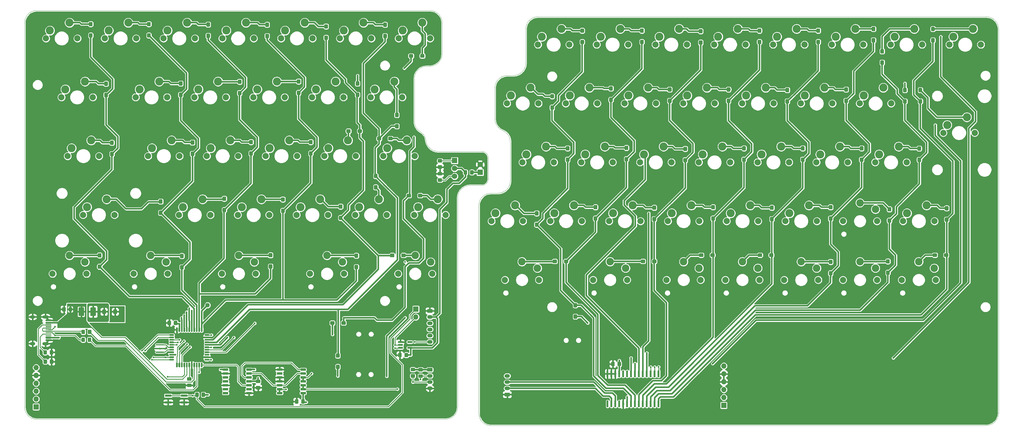
<source format=gbr>
G04 #@! TF.GenerationSoftware,KiCad,Pcbnew,(5.1.5)-3*
G04 #@! TF.CreationDate,2020-04-28T07:27:48+09:00*
G04 #@! TF.ProjectId,skc03-jis,736b6330-332d-46a6-9973-2e6b69636164,03*
G04 #@! TF.SameCoordinates,PX7565b60PY115170f0*
G04 #@! TF.FileFunction,Copper,L2,Bot*
G04 #@! TF.FilePolarity,Positive*
%FSLAX46Y46*%
G04 Gerber Fmt 4.6, Leading zero omitted, Abs format (unit mm)*
G04 Created by KiCad (PCBNEW (5.1.5)-3) date 2020-04-28 07:27:48*
%MOMM*%
%LPD*%
G04 APERTURE LIST*
G04 #@! TA.AperFunction,Profile*
%ADD10C,0.100000*%
G04 #@! TD*
G04 #@! TA.AperFunction,SMDPad,CuDef*
%ADD11C,0.150000*%
G04 #@! TD*
G04 #@! TA.AperFunction,ComponentPad*
%ADD12O,2.100000X1.000000*%
G04 #@! TD*
G04 #@! TA.AperFunction,ComponentPad*
%ADD13O,1.800000X1.000000*%
G04 #@! TD*
G04 #@! TA.AperFunction,ComponentPad*
%ADD14C,2.600000*%
G04 #@! TD*
G04 #@! TA.AperFunction,ViaPad*
%ADD15C,2.000000*%
G04 #@! TD*
G04 #@! TA.AperFunction,ComponentPad*
%ADD16C,2.400000*%
G04 #@! TD*
G04 #@! TA.AperFunction,ComponentPad*
%ADD17O,1.700000X1.700000*%
G04 #@! TD*
G04 #@! TA.AperFunction,ComponentPad*
%ADD18R,1.700000X1.700000*%
G04 #@! TD*
G04 #@! TA.AperFunction,ComponentPad*
%ADD19C,1.450000*%
G04 #@! TD*
G04 #@! TA.AperFunction,ComponentPad*
%ADD20C,1.750000*%
G04 #@! TD*
G04 #@! TA.AperFunction,ComponentPad*
%ADD21R,1.750000X1.750000*%
G04 #@! TD*
G04 #@! TA.AperFunction,ComponentPad*
%ADD22O,1.750000X1.200000*%
G04 #@! TD*
G04 #@! TA.AperFunction,ComponentPad*
%ADD23C,0.150000*%
G04 #@! TD*
G04 #@! TA.AperFunction,SMDPad,CuDef*
%ADD24R,2.100000X0.800000*%
G04 #@! TD*
G04 #@! TA.AperFunction,ViaPad*
%ADD25C,0.600000*%
G04 #@! TD*
G04 #@! TA.AperFunction,Conductor*
%ADD26C,0.508000*%
G04 #@! TD*
G04 #@! TA.AperFunction,Conductor*
%ADD27C,0.254000*%
G04 #@! TD*
G04 #@! TA.AperFunction,Conductor*
%ADD28C,0.500000*%
G04 #@! TD*
G04 APERTURE END LIST*
D10*
X160228499Y7380001D02*
X320228499Y7380001D01*
X156228499Y73830000D02*
X156228499Y78380000D01*
X9424988Y14702327D02*
X9424987Y137379276D01*
X324228499Y11380001D02*
G75*
G02X320228499Y7380001I-4000000J0D01*
G01*
X144422749Y127380726D02*
X144422749Y137379276D01*
X171417299Y135380001D02*
G75*
G02X175417299Y139380001I4000000J0D01*
G01*
X171417299Y135380001D02*
X171417299Y124380000D01*
X13424987Y141379275D02*
X140422750Y141379275D01*
X171417299Y124380000D02*
G75*
G02X167417299Y120380000I-4000000J0D01*
G01*
X320228499Y139380001D02*
G75*
G02X324228499Y135380001I0J-4000000D01*
G01*
X324228499Y11380001D02*
X324228499Y135380001D01*
X165424999Y120380001D02*
X167417299Y120380001D01*
X161425000Y116380001D02*
G75*
G02X165424999Y120380000I3999999J0D01*
G01*
X320228499Y139380001D02*
X175417299Y139380000D01*
X9424988Y137379276D02*
G75*
G02X13424987Y141379275I3999999J0D01*
G01*
X140422750Y141379275D02*
G75*
G02X144422749Y137379276I0J-3999999D01*
G01*
X137476198Y102095543D02*
G75*
G02X135423087Y105589770I1946889J3494227D01*
G01*
X161424999Y106380001D02*
X161425000Y116380001D01*
X163924999Y102671902D02*
G75*
G02X161424999Y106380001I1500000J3708099D01*
G01*
X163925000Y102671900D02*
G75*
G02X166424999Y98963802I-1500000J-3708098D01*
G01*
X166424999Y86380000D02*
X166424999Y98963802D01*
X166424999Y86380000D02*
G75*
G02X162424999Y82380000I-4000000J0D01*
G01*
X160228499Y82380000D02*
X162424999Y82380000D01*
X156228499Y78380000D02*
G75*
G02X160228499Y82380000I4000000J0D01*
G01*
X156228499Y11380001D02*
X156228499Y73830000D01*
X149424988Y80899507D02*
X149424988Y13379275D01*
X149424988Y80899506D02*
G75*
G02X153424976Y84899507I4000000J1D01*
G01*
X157294948Y84899519D02*
X153424976Y84899507D01*
X159294942Y86899517D02*
G75*
G02X157294948Y84899519I-1999999J1D01*
G01*
X159294943Y93859517D02*
X159294943Y86899518D01*
X157294943Y95859517D02*
G75*
G02X159294943Y93859517I0J-2000000D01*
G01*
X143119168Y95859515D02*
X157294942Y95859517D01*
X143119169Y95859515D02*
G75*
G02X139140013Y99451681I-1J4000000D01*
G01*
X138949998Y100325416D02*
G75*
G02X139140013Y99451681I-3789139J-1281568D01*
G01*
X137476198Y102095543D02*
G75*
G02X138949998Y100325416I-1557511J-2795381D01*
G01*
X156247761Y10987932D02*
X156228499Y11380001D01*
X156305358Y10599639D02*
X156247761Y10987932D01*
X156400738Y10218862D02*
X156305358Y10599639D01*
X156532981Y9849267D02*
X156400738Y10218862D01*
X156700814Y9494414D02*
X156532981Y9849267D01*
X156902621Y9157720D02*
X156700814Y9494414D01*
X157136458Y8842427D02*
X156902621Y9157720D01*
X157400072Y8551573D02*
X157136458Y8842427D01*
X157690926Y8287959D02*
X157400072Y8551573D01*
X158006219Y8054122D02*
X157690926Y8287959D01*
X158342913Y7852315D02*
X158006219Y8054122D01*
X158697766Y7684482D02*
X158342913Y7852315D01*
X159067361Y7552239D02*
X158697766Y7684482D01*
X159448138Y7456859D02*
X159067361Y7552239D01*
X159836431Y7399262D02*
X159448138Y7456859D01*
X160228499Y7380001D02*
X159836431Y7399262D01*
X149424988Y13379275D02*
G75*
G02X145424988Y9379275I-4000000J0D01*
G01*
X135423087Y119380727D02*
X135423087Y105589770D01*
X135423088Y119380727D02*
G75*
G02X139423087Y123380726I3999999J0D01*
G01*
X140422750Y123380727D02*
X139423087Y123380726D01*
X144422749Y127380726D02*
G75*
G02X140422750Y123380727I-3999999J0D01*
G01*
X145424988Y9379275D02*
X13424987Y9379275D01*
X9424987Y13379275D02*
X9424988Y14702327D01*
X13424987Y9379275D02*
G75*
G02X9424987Y13379275I0J4000000D01*
G01*
G04 #@! TA.AperFunction,SMDPad,CuDef*
D11*
G04 #@! TO.P,X1,3*
G04 #@! TO.N,Net-(U2-Pad16)*
G36*
X54380682Y31229231D02*
G01*
X54396213Y31226927D01*
X54411445Y31223111D01*
X54426228Y31217822D01*
X54440422Y31211108D01*
X54453890Y31203036D01*
X54466502Y31193683D01*
X54478136Y31183138D01*
X54488681Y31171504D01*
X54498034Y31158892D01*
X54506106Y31145424D01*
X54512820Y31131230D01*
X54518109Y31116447D01*
X54521925Y31101215D01*
X54524229Y31085684D01*
X54524999Y31070001D01*
X54524999Y30990001D01*
X54524229Y30974318D01*
X54521925Y30958787D01*
X54518109Y30943555D01*
X54512820Y30928772D01*
X54506106Y30914578D01*
X54498034Y30901110D01*
X54488681Y30888498D01*
X54478136Y30876864D01*
X54466502Y30866319D01*
X54453890Y30856966D01*
X54440422Y30848894D01*
X54426228Y30842180D01*
X54411445Y30836891D01*
X54396213Y30833075D01*
X54380682Y30830771D01*
X54364999Y30830001D01*
X51984999Y30830001D01*
X51969316Y30830771D01*
X51953785Y30833075D01*
X51938553Y30836891D01*
X51923770Y30842180D01*
X51909576Y30848894D01*
X51896108Y30856966D01*
X51883496Y30866319D01*
X51871862Y30876864D01*
X51861317Y30888498D01*
X51851964Y30901110D01*
X51843892Y30914578D01*
X51837178Y30928772D01*
X51831889Y30943555D01*
X51828073Y30958787D01*
X51825769Y30974318D01*
X51824999Y30990001D01*
X51824999Y31070001D01*
X51825769Y31085684D01*
X51828073Y31101215D01*
X51831889Y31116447D01*
X51837178Y31131230D01*
X51843892Y31145424D01*
X51851964Y31158892D01*
X51861317Y31171504D01*
X51871862Y31183138D01*
X51883496Y31193683D01*
X51896108Y31203036D01*
X51909576Y31211108D01*
X51923770Y31217822D01*
X51938553Y31223111D01*
X51953785Y31226927D01*
X51969316Y31229231D01*
X51984999Y31230001D01*
X54364999Y31230001D01*
X54380682Y31229231D01*
G37*
G04 #@! TD.AperFunction*
G04 #@! TA.AperFunction,SMDPad,CuDef*
G04 #@! TO.P,X1,2*
G04 #@! TO.N,GND*
G36*
X54380682Y32429231D02*
G01*
X54396213Y32426927D01*
X54411445Y32423111D01*
X54426228Y32417822D01*
X54440422Y32411108D01*
X54453890Y32403036D01*
X54466502Y32393683D01*
X54478136Y32383138D01*
X54488681Y32371504D01*
X54498034Y32358892D01*
X54506106Y32345424D01*
X54512820Y32331230D01*
X54518109Y32316447D01*
X54521925Y32301215D01*
X54524229Y32285684D01*
X54524999Y32270001D01*
X54524999Y32190001D01*
X54524229Y32174318D01*
X54521925Y32158787D01*
X54518109Y32143555D01*
X54512820Y32128772D01*
X54506106Y32114578D01*
X54498034Y32101110D01*
X54488681Y32088498D01*
X54478136Y32076864D01*
X54466502Y32066319D01*
X54453890Y32056966D01*
X54440422Y32048894D01*
X54426228Y32042180D01*
X54411445Y32036891D01*
X54396213Y32033075D01*
X54380682Y32030771D01*
X54364999Y32030001D01*
X51984999Y32030001D01*
X51969316Y32030771D01*
X51953785Y32033075D01*
X51938553Y32036891D01*
X51923770Y32042180D01*
X51909576Y32048894D01*
X51896108Y32056966D01*
X51883496Y32066319D01*
X51871862Y32076864D01*
X51861317Y32088498D01*
X51851964Y32101110D01*
X51843892Y32114578D01*
X51837178Y32128772D01*
X51831889Y32143555D01*
X51828073Y32158787D01*
X51825769Y32174318D01*
X51824999Y32190001D01*
X51824999Y32270001D01*
X51825769Y32285684D01*
X51828073Y32301215D01*
X51831889Y32316447D01*
X51837178Y32331230D01*
X51843892Y32345424D01*
X51851964Y32358892D01*
X51861317Y32371504D01*
X51871862Y32383138D01*
X51883496Y32393683D01*
X51896108Y32403036D01*
X51909576Y32411108D01*
X51923770Y32417822D01*
X51938553Y32423111D01*
X51953785Y32426927D01*
X51969316Y32429231D01*
X51984999Y32430001D01*
X54364999Y32430001D01*
X54380682Y32429231D01*
G37*
G04 #@! TD.AperFunction*
G04 #@! TA.AperFunction,SMDPad,CuDef*
G04 #@! TO.P,X1,1*
G04 #@! TO.N,Net-(U2-Pad17)*
G36*
X54380682Y33629231D02*
G01*
X54396213Y33626927D01*
X54411445Y33623111D01*
X54426228Y33617822D01*
X54440422Y33611108D01*
X54453890Y33603036D01*
X54466502Y33593683D01*
X54478136Y33583138D01*
X54488681Y33571504D01*
X54498034Y33558892D01*
X54506106Y33545424D01*
X54512820Y33531230D01*
X54518109Y33516447D01*
X54521925Y33501215D01*
X54524229Y33485684D01*
X54524999Y33470001D01*
X54524999Y33390001D01*
X54524229Y33374318D01*
X54521925Y33358787D01*
X54518109Y33343555D01*
X54512820Y33328772D01*
X54506106Y33314578D01*
X54498034Y33301110D01*
X54488681Y33288498D01*
X54478136Y33276864D01*
X54466502Y33266319D01*
X54453890Y33256966D01*
X54440422Y33248894D01*
X54426228Y33242180D01*
X54411445Y33236891D01*
X54396213Y33233075D01*
X54380682Y33230771D01*
X54364999Y33230001D01*
X51984999Y33230001D01*
X51969316Y33230771D01*
X51953785Y33233075D01*
X51938553Y33236891D01*
X51923770Y33242180D01*
X51909576Y33248894D01*
X51896108Y33256966D01*
X51883496Y33266319D01*
X51871862Y33276864D01*
X51861317Y33288498D01*
X51851964Y33301110D01*
X51843892Y33314578D01*
X51837178Y33328772D01*
X51831889Y33343555D01*
X51828073Y33358787D01*
X51825769Y33374318D01*
X51824999Y33390001D01*
X51824999Y33470001D01*
X51825769Y33485684D01*
X51828073Y33501215D01*
X51831889Y33516447D01*
X51837178Y33531230D01*
X51843892Y33545424D01*
X51851964Y33558892D01*
X51861317Y33571504D01*
X51871862Y33583138D01*
X51883496Y33593683D01*
X51896108Y33603036D01*
X51909576Y33611108D01*
X51923770Y33617822D01*
X51938553Y33623111D01*
X51953785Y33626927D01*
X51969316Y33629231D01*
X51984999Y33630001D01*
X54364999Y33630001D01*
X54380682Y33629231D01*
G37*
G04 #@! TD.AperFunction*
G04 #@! TD*
G04 #@! TA.AperFunction,SMDPad,CuDef*
G04 #@! TO.P,J5,A12_B1*
G04 #@! TO.N,GND*
G36*
X17964703Y41629278D02*
G01*
X17979264Y41627118D01*
X17993543Y41623541D01*
X18007403Y41618582D01*
X18020710Y41612288D01*
X18033336Y41604720D01*
X18045159Y41595952D01*
X18056066Y41586066D01*
X18065952Y41575159D01*
X18074720Y41563336D01*
X18082288Y41550710D01*
X18088582Y41537403D01*
X18093541Y41523543D01*
X18097118Y41509264D01*
X18099278Y41494703D01*
X18100000Y41480000D01*
X18100000Y41180000D01*
X18099278Y41165297D01*
X18097118Y41150736D01*
X18093541Y41136457D01*
X18088582Y41122597D01*
X18082288Y41109290D01*
X18074720Y41096664D01*
X18065952Y41084841D01*
X18056066Y41073934D01*
X18045159Y41064048D01*
X18033336Y41055280D01*
X18020710Y41047712D01*
X18007403Y41041418D01*
X17993543Y41036459D01*
X17979264Y41032882D01*
X17964703Y41030722D01*
X17950000Y41030000D01*
X16400000Y41030000D01*
X16385297Y41030722D01*
X16370736Y41032882D01*
X16356457Y41036459D01*
X16342597Y41041418D01*
X16329290Y41047712D01*
X16316664Y41055280D01*
X16304841Y41064048D01*
X16293934Y41073934D01*
X16284048Y41084841D01*
X16275280Y41096664D01*
X16267712Y41109290D01*
X16261418Y41122597D01*
X16256459Y41136457D01*
X16252882Y41150736D01*
X16250722Y41165297D01*
X16250000Y41180000D01*
X16250000Y41480000D01*
X16250722Y41494703D01*
X16252882Y41509264D01*
X16256459Y41523543D01*
X16261418Y41537403D01*
X16267712Y41550710D01*
X16275280Y41563336D01*
X16284048Y41575159D01*
X16293934Y41586066D01*
X16304841Y41595952D01*
X16316664Y41604720D01*
X16329290Y41612288D01*
X16342597Y41618582D01*
X16356457Y41623541D01*
X16370736Y41627118D01*
X16385297Y41629278D01*
X16400000Y41630000D01*
X17950000Y41630000D01*
X17964703Y41629278D01*
G37*
G04 #@! TD.AperFunction*
G04 #@! TA.AperFunction,SMDPad,CuDef*
G04 #@! TO.P,J5,A9_B4*
G04 #@! TO.N,Net-(C2-Pad1)*
G36*
X17964703Y40829278D02*
G01*
X17979264Y40827118D01*
X17993543Y40823541D01*
X18007403Y40818582D01*
X18020710Y40812288D01*
X18033336Y40804720D01*
X18045159Y40795952D01*
X18056066Y40786066D01*
X18065952Y40775159D01*
X18074720Y40763336D01*
X18082288Y40750710D01*
X18088582Y40737403D01*
X18093541Y40723543D01*
X18097118Y40709264D01*
X18099278Y40694703D01*
X18100000Y40680000D01*
X18100000Y40380000D01*
X18099278Y40365297D01*
X18097118Y40350736D01*
X18093541Y40336457D01*
X18088582Y40322597D01*
X18082288Y40309290D01*
X18074720Y40296664D01*
X18065952Y40284841D01*
X18056066Y40273934D01*
X18045159Y40264048D01*
X18033336Y40255280D01*
X18020710Y40247712D01*
X18007403Y40241418D01*
X17993543Y40236459D01*
X17979264Y40232882D01*
X17964703Y40230722D01*
X17950000Y40230000D01*
X16400000Y40230000D01*
X16385297Y40230722D01*
X16370736Y40232882D01*
X16356457Y40236459D01*
X16342597Y40241418D01*
X16329290Y40247712D01*
X16316664Y40255280D01*
X16304841Y40264048D01*
X16293934Y40273934D01*
X16284048Y40284841D01*
X16275280Y40296664D01*
X16267712Y40309290D01*
X16261418Y40322597D01*
X16256459Y40336457D01*
X16252882Y40350736D01*
X16250722Y40365297D01*
X16250000Y40380000D01*
X16250000Y40680000D01*
X16250722Y40694703D01*
X16252882Y40709264D01*
X16256459Y40723543D01*
X16261418Y40737403D01*
X16267712Y40750710D01*
X16275280Y40763336D01*
X16284048Y40775159D01*
X16293934Y40786066D01*
X16304841Y40795952D01*
X16316664Y40804720D01*
X16329290Y40812288D01*
X16342597Y40818582D01*
X16356457Y40823541D01*
X16370736Y40827118D01*
X16385297Y40829278D01*
X16400000Y40830000D01*
X17950000Y40830000D01*
X17964703Y40829278D01*
G37*
G04 #@! TD.AperFunction*
G04 #@! TA.AperFunction,SMDPad,CuDef*
G04 #@! TO.P,J5,B5*
G04 #@! TO.N,Net-(J5-PadB5)*
G36*
X18032351Y40029639D02*
G01*
X18039632Y40028559D01*
X18046771Y40026771D01*
X18053701Y40024291D01*
X18060355Y40021144D01*
X18066668Y40017360D01*
X18072579Y40012976D01*
X18078033Y40008033D01*
X18082976Y40002579D01*
X18087360Y39996668D01*
X18091144Y39990355D01*
X18094291Y39983701D01*
X18096771Y39976771D01*
X18098559Y39969632D01*
X18099639Y39962351D01*
X18100000Y39955000D01*
X18100000Y39805000D01*
X18099639Y39797649D01*
X18098559Y39790368D01*
X18096771Y39783229D01*
X18094291Y39776299D01*
X18091144Y39769645D01*
X18087360Y39763332D01*
X18082976Y39757421D01*
X18078033Y39751967D01*
X18072579Y39747024D01*
X18066668Y39742640D01*
X18060355Y39738856D01*
X18053701Y39735709D01*
X18046771Y39733229D01*
X18039632Y39731441D01*
X18032351Y39730361D01*
X18025000Y39730000D01*
X16325000Y39730000D01*
X16317649Y39730361D01*
X16310368Y39731441D01*
X16303229Y39733229D01*
X16296299Y39735709D01*
X16289645Y39738856D01*
X16283332Y39742640D01*
X16277421Y39747024D01*
X16271967Y39751967D01*
X16267024Y39757421D01*
X16262640Y39763332D01*
X16258856Y39769645D01*
X16255709Y39776299D01*
X16253229Y39783229D01*
X16251441Y39790368D01*
X16250361Y39797649D01*
X16250000Y39805000D01*
X16250000Y39955000D01*
X16250361Y39962351D01*
X16251441Y39969632D01*
X16253229Y39976771D01*
X16255709Y39983701D01*
X16258856Y39990355D01*
X16262640Y39996668D01*
X16267024Y40002579D01*
X16271967Y40008033D01*
X16277421Y40012976D01*
X16283332Y40017360D01*
X16289645Y40021144D01*
X16296299Y40024291D01*
X16303229Y40026771D01*
X16310368Y40028559D01*
X16317649Y40029639D01*
X16325000Y40030000D01*
X18025000Y40030000D01*
X18032351Y40029639D01*
G37*
G04 #@! TD.AperFunction*
G04 #@! TA.AperFunction,SMDPad,CuDef*
G04 #@! TO.P,J5,A8*
G04 #@! TO.N,Net-(J5-PadA8)*
G36*
X18032351Y39529639D02*
G01*
X18039632Y39528559D01*
X18046771Y39526771D01*
X18053701Y39524291D01*
X18060355Y39521144D01*
X18066668Y39517360D01*
X18072579Y39512976D01*
X18078033Y39508033D01*
X18082976Y39502579D01*
X18087360Y39496668D01*
X18091144Y39490355D01*
X18094291Y39483701D01*
X18096771Y39476771D01*
X18098559Y39469632D01*
X18099639Y39462351D01*
X18100000Y39455000D01*
X18100000Y39305000D01*
X18099639Y39297649D01*
X18098559Y39290368D01*
X18096771Y39283229D01*
X18094291Y39276299D01*
X18091144Y39269645D01*
X18087360Y39263332D01*
X18082976Y39257421D01*
X18078033Y39251967D01*
X18072579Y39247024D01*
X18066668Y39242640D01*
X18060355Y39238856D01*
X18053701Y39235709D01*
X18046771Y39233229D01*
X18039632Y39231441D01*
X18032351Y39230361D01*
X18025000Y39230000D01*
X16325000Y39230000D01*
X16317649Y39230361D01*
X16310368Y39231441D01*
X16303229Y39233229D01*
X16296299Y39235709D01*
X16289645Y39238856D01*
X16283332Y39242640D01*
X16277421Y39247024D01*
X16271967Y39251967D01*
X16267024Y39257421D01*
X16262640Y39263332D01*
X16258856Y39269645D01*
X16255709Y39276299D01*
X16253229Y39283229D01*
X16251441Y39290368D01*
X16250361Y39297649D01*
X16250000Y39305000D01*
X16250000Y39455000D01*
X16250361Y39462351D01*
X16251441Y39469632D01*
X16253229Y39476771D01*
X16255709Y39483701D01*
X16258856Y39490355D01*
X16262640Y39496668D01*
X16267024Y39502579D01*
X16271967Y39508033D01*
X16277421Y39512976D01*
X16283332Y39517360D01*
X16289645Y39521144D01*
X16296299Y39524291D01*
X16303229Y39526771D01*
X16310368Y39528559D01*
X16317649Y39529639D01*
X16325000Y39530000D01*
X18025000Y39530000D01*
X18032351Y39529639D01*
G37*
G04 #@! TD.AperFunction*
G04 #@! TA.AperFunction,SMDPad,CuDef*
G04 #@! TO.P,J5,B6*
G04 #@! TO.N,Net-(J5-PadA6)*
G36*
X18032351Y39029639D02*
G01*
X18039632Y39028559D01*
X18046771Y39026771D01*
X18053701Y39024291D01*
X18060355Y39021144D01*
X18066668Y39017360D01*
X18072579Y39012976D01*
X18078033Y39008033D01*
X18082976Y39002579D01*
X18087360Y38996668D01*
X18091144Y38990355D01*
X18094291Y38983701D01*
X18096771Y38976771D01*
X18098559Y38969632D01*
X18099639Y38962351D01*
X18100000Y38955000D01*
X18100000Y38805000D01*
X18099639Y38797649D01*
X18098559Y38790368D01*
X18096771Y38783229D01*
X18094291Y38776299D01*
X18091144Y38769645D01*
X18087360Y38763332D01*
X18082976Y38757421D01*
X18078033Y38751967D01*
X18072579Y38747024D01*
X18066668Y38742640D01*
X18060355Y38738856D01*
X18053701Y38735709D01*
X18046771Y38733229D01*
X18039632Y38731441D01*
X18032351Y38730361D01*
X18025000Y38730000D01*
X16325000Y38730000D01*
X16317649Y38730361D01*
X16310368Y38731441D01*
X16303229Y38733229D01*
X16296299Y38735709D01*
X16289645Y38738856D01*
X16283332Y38742640D01*
X16277421Y38747024D01*
X16271967Y38751967D01*
X16267024Y38757421D01*
X16262640Y38763332D01*
X16258856Y38769645D01*
X16255709Y38776299D01*
X16253229Y38783229D01*
X16251441Y38790368D01*
X16250361Y38797649D01*
X16250000Y38805000D01*
X16250000Y38955000D01*
X16250361Y38962351D01*
X16251441Y38969632D01*
X16253229Y38976771D01*
X16255709Y38983701D01*
X16258856Y38990355D01*
X16262640Y38996668D01*
X16267024Y39002579D01*
X16271967Y39008033D01*
X16277421Y39012976D01*
X16283332Y39017360D01*
X16289645Y39021144D01*
X16296299Y39024291D01*
X16303229Y39026771D01*
X16310368Y39028559D01*
X16317649Y39029639D01*
X16325000Y39030000D01*
X18025000Y39030000D01*
X18032351Y39029639D01*
G37*
G04 #@! TD.AperFunction*
G04 #@! TA.AperFunction,SMDPad,CuDef*
G04 #@! TO.P,J5,A1_B12*
G04 #@! TO.N,GND*
G36*
X17964703Y35229278D02*
G01*
X17979264Y35227118D01*
X17993543Y35223541D01*
X18007403Y35218582D01*
X18020710Y35212288D01*
X18033336Y35204720D01*
X18045159Y35195952D01*
X18056066Y35186066D01*
X18065952Y35175159D01*
X18074720Y35163336D01*
X18082288Y35150710D01*
X18088582Y35137403D01*
X18093541Y35123543D01*
X18097118Y35109264D01*
X18099278Y35094703D01*
X18100000Y35080000D01*
X18100000Y34780000D01*
X18099278Y34765297D01*
X18097118Y34750736D01*
X18093541Y34736457D01*
X18088582Y34722597D01*
X18082288Y34709290D01*
X18074720Y34696664D01*
X18065952Y34684841D01*
X18056066Y34673934D01*
X18045159Y34664048D01*
X18033336Y34655280D01*
X18020710Y34647712D01*
X18007403Y34641418D01*
X17993543Y34636459D01*
X17979264Y34632882D01*
X17964703Y34630722D01*
X17950000Y34630000D01*
X16400000Y34630000D01*
X16385297Y34630722D01*
X16370736Y34632882D01*
X16356457Y34636459D01*
X16342597Y34641418D01*
X16329290Y34647712D01*
X16316664Y34655280D01*
X16304841Y34664048D01*
X16293934Y34673934D01*
X16284048Y34684841D01*
X16275280Y34696664D01*
X16267712Y34709290D01*
X16261418Y34722597D01*
X16256459Y34736457D01*
X16252882Y34750736D01*
X16250722Y34765297D01*
X16250000Y34780000D01*
X16250000Y35080000D01*
X16250722Y35094703D01*
X16252882Y35109264D01*
X16256459Y35123543D01*
X16261418Y35137403D01*
X16267712Y35150710D01*
X16275280Y35163336D01*
X16284048Y35175159D01*
X16293934Y35186066D01*
X16304841Y35195952D01*
X16316664Y35204720D01*
X16329290Y35212288D01*
X16342597Y35218582D01*
X16356457Y35223541D01*
X16370736Y35227118D01*
X16385297Y35229278D01*
X16400000Y35230000D01*
X17950000Y35230000D01*
X17964703Y35229278D01*
G37*
G04 #@! TD.AperFunction*
G04 #@! TA.AperFunction,SMDPad,CuDef*
G04 #@! TO.P,J5,A4_B9*
G04 #@! TO.N,Net-(C2-Pad1)*
G36*
X17964703Y36029278D02*
G01*
X17979264Y36027118D01*
X17993543Y36023541D01*
X18007403Y36018582D01*
X18020710Y36012288D01*
X18033336Y36004720D01*
X18045159Y35995952D01*
X18056066Y35986066D01*
X18065952Y35975159D01*
X18074720Y35963336D01*
X18082288Y35950710D01*
X18088582Y35937403D01*
X18093541Y35923543D01*
X18097118Y35909264D01*
X18099278Y35894703D01*
X18100000Y35880000D01*
X18100000Y35580000D01*
X18099278Y35565297D01*
X18097118Y35550736D01*
X18093541Y35536457D01*
X18088582Y35522597D01*
X18082288Y35509290D01*
X18074720Y35496664D01*
X18065952Y35484841D01*
X18056066Y35473934D01*
X18045159Y35464048D01*
X18033336Y35455280D01*
X18020710Y35447712D01*
X18007403Y35441418D01*
X17993543Y35436459D01*
X17979264Y35432882D01*
X17964703Y35430722D01*
X17950000Y35430000D01*
X16400000Y35430000D01*
X16385297Y35430722D01*
X16370736Y35432882D01*
X16356457Y35436459D01*
X16342597Y35441418D01*
X16329290Y35447712D01*
X16316664Y35455280D01*
X16304841Y35464048D01*
X16293934Y35473934D01*
X16284048Y35484841D01*
X16275280Y35496664D01*
X16267712Y35509290D01*
X16261418Y35522597D01*
X16256459Y35536457D01*
X16252882Y35550736D01*
X16250722Y35565297D01*
X16250000Y35580000D01*
X16250000Y35880000D01*
X16250722Y35894703D01*
X16252882Y35909264D01*
X16256459Y35923543D01*
X16261418Y35937403D01*
X16267712Y35950710D01*
X16275280Y35963336D01*
X16284048Y35975159D01*
X16293934Y35986066D01*
X16304841Y35995952D01*
X16316664Y36004720D01*
X16329290Y36012288D01*
X16342597Y36018582D01*
X16356457Y36023541D01*
X16370736Y36027118D01*
X16385297Y36029278D01*
X16400000Y36030000D01*
X17950000Y36030000D01*
X17964703Y36029278D01*
G37*
G04 #@! TD.AperFunction*
G04 #@! TA.AperFunction,SMDPad,CuDef*
G04 #@! TO.P,J5,B8*
G04 #@! TO.N,Net-(J5-PadB8)*
G36*
X18032351Y36529639D02*
G01*
X18039632Y36528559D01*
X18046771Y36526771D01*
X18053701Y36524291D01*
X18060355Y36521144D01*
X18066668Y36517360D01*
X18072579Y36512976D01*
X18078033Y36508033D01*
X18082976Y36502579D01*
X18087360Y36496668D01*
X18091144Y36490355D01*
X18094291Y36483701D01*
X18096771Y36476771D01*
X18098559Y36469632D01*
X18099639Y36462351D01*
X18100000Y36455000D01*
X18100000Y36305000D01*
X18099639Y36297649D01*
X18098559Y36290368D01*
X18096771Y36283229D01*
X18094291Y36276299D01*
X18091144Y36269645D01*
X18087360Y36263332D01*
X18082976Y36257421D01*
X18078033Y36251967D01*
X18072579Y36247024D01*
X18066668Y36242640D01*
X18060355Y36238856D01*
X18053701Y36235709D01*
X18046771Y36233229D01*
X18039632Y36231441D01*
X18032351Y36230361D01*
X18025000Y36230000D01*
X16325000Y36230000D01*
X16317649Y36230361D01*
X16310368Y36231441D01*
X16303229Y36233229D01*
X16296299Y36235709D01*
X16289645Y36238856D01*
X16283332Y36242640D01*
X16277421Y36247024D01*
X16271967Y36251967D01*
X16267024Y36257421D01*
X16262640Y36263332D01*
X16258856Y36269645D01*
X16255709Y36276299D01*
X16253229Y36283229D01*
X16251441Y36290368D01*
X16250361Y36297649D01*
X16250000Y36305000D01*
X16250000Y36455000D01*
X16250361Y36462351D01*
X16251441Y36469632D01*
X16253229Y36476771D01*
X16255709Y36483701D01*
X16258856Y36490355D01*
X16262640Y36496668D01*
X16267024Y36502579D01*
X16271967Y36508033D01*
X16277421Y36512976D01*
X16283332Y36517360D01*
X16289645Y36521144D01*
X16296299Y36524291D01*
X16303229Y36526771D01*
X16310368Y36528559D01*
X16317649Y36529639D01*
X16325000Y36530000D01*
X18025000Y36530000D01*
X18032351Y36529639D01*
G37*
G04 #@! TD.AperFunction*
G04 #@! TA.AperFunction,SMDPad,CuDef*
G04 #@! TO.P,J5,A5*
G04 #@! TO.N,Net-(J5-PadA5)*
G36*
X18032351Y37029639D02*
G01*
X18039632Y37028559D01*
X18046771Y37026771D01*
X18053701Y37024291D01*
X18060355Y37021144D01*
X18066668Y37017360D01*
X18072579Y37012976D01*
X18078033Y37008033D01*
X18082976Y37002579D01*
X18087360Y36996668D01*
X18091144Y36990355D01*
X18094291Y36983701D01*
X18096771Y36976771D01*
X18098559Y36969632D01*
X18099639Y36962351D01*
X18100000Y36955000D01*
X18100000Y36805000D01*
X18099639Y36797649D01*
X18098559Y36790368D01*
X18096771Y36783229D01*
X18094291Y36776299D01*
X18091144Y36769645D01*
X18087360Y36763332D01*
X18082976Y36757421D01*
X18078033Y36751967D01*
X18072579Y36747024D01*
X18066668Y36742640D01*
X18060355Y36738856D01*
X18053701Y36735709D01*
X18046771Y36733229D01*
X18039632Y36731441D01*
X18032351Y36730361D01*
X18025000Y36730000D01*
X16325000Y36730000D01*
X16317649Y36730361D01*
X16310368Y36731441D01*
X16303229Y36733229D01*
X16296299Y36735709D01*
X16289645Y36738856D01*
X16283332Y36742640D01*
X16277421Y36747024D01*
X16271967Y36751967D01*
X16267024Y36757421D01*
X16262640Y36763332D01*
X16258856Y36769645D01*
X16255709Y36776299D01*
X16253229Y36783229D01*
X16251441Y36790368D01*
X16250361Y36797649D01*
X16250000Y36805000D01*
X16250000Y36955000D01*
X16250361Y36962351D01*
X16251441Y36969632D01*
X16253229Y36976771D01*
X16255709Y36983701D01*
X16258856Y36990355D01*
X16262640Y36996668D01*
X16267024Y37002579D01*
X16271967Y37008033D01*
X16277421Y37012976D01*
X16283332Y37017360D01*
X16289645Y37021144D01*
X16296299Y37024291D01*
X16303229Y37026771D01*
X16310368Y37028559D01*
X16317649Y37029639D01*
X16325000Y37030000D01*
X18025000Y37030000D01*
X18032351Y37029639D01*
G37*
G04 #@! TD.AperFunction*
G04 #@! TA.AperFunction,SMDPad,CuDef*
G04 #@! TO.P,J5,B7*
G04 #@! TO.N,Net-(J5-PadA7)*
G36*
X18032351Y37529639D02*
G01*
X18039632Y37528559D01*
X18046771Y37526771D01*
X18053701Y37524291D01*
X18060355Y37521144D01*
X18066668Y37517360D01*
X18072579Y37512976D01*
X18078033Y37508033D01*
X18082976Y37502579D01*
X18087360Y37496668D01*
X18091144Y37490355D01*
X18094291Y37483701D01*
X18096771Y37476771D01*
X18098559Y37469632D01*
X18099639Y37462351D01*
X18100000Y37455000D01*
X18100000Y37305000D01*
X18099639Y37297649D01*
X18098559Y37290368D01*
X18096771Y37283229D01*
X18094291Y37276299D01*
X18091144Y37269645D01*
X18087360Y37263332D01*
X18082976Y37257421D01*
X18078033Y37251967D01*
X18072579Y37247024D01*
X18066668Y37242640D01*
X18060355Y37238856D01*
X18053701Y37235709D01*
X18046771Y37233229D01*
X18039632Y37231441D01*
X18032351Y37230361D01*
X18025000Y37230000D01*
X16325000Y37230000D01*
X16317649Y37230361D01*
X16310368Y37231441D01*
X16303229Y37233229D01*
X16296299Y37235709D01*
X16289645Y37238856D01*
X16283332Y37242640D01*
X16277421Y37247024D01*
X16271967Y37251967D01*
X16267024Y37257421D01*
X16262640Y37263332D01*
X16258856Y37269645D01*
X16255709Y37276299D01*
X16253229Y37283229D01*
X16251441Y37290368D01*
X16250361Y37297649D01*
X16250000Y37305000D01*
X16250000Y37455000D01*
X16250361Y37462351D01*
X16251441Y37469632D01*
X16253229Y37476771D01*
X16255709Y37483701D01*
X16258856Y37490355D01*
X16262640Y37496668D01*
X16267024Y37502579D01*
X16271967Y37508033D01*
X16277421Y37512976D01*
X16283332Y37517360D01*
X16289645Y37521144D01*
X16296299Y37524291D01*
X16303229Y37526771D01*
X16310368Y37528559D01*
X16317649Y37529639D01*
X16325000Y37530000D01*
X18025000Y37530000D01*
X18032351Y37529639D01*
G37*
G04 #@! TD.AperFunction*
G04 #@! TA.AperFunction,SMDPad,CuDef*
G04 #@! TO.P,J5,A6*
G04 #@! TO.N,Net-(J5-PadA6)*
G36*
X18032351Y38029639D02*
G01*
X18039632Y38028559D01*
X18046771Y38026771D01*
X18053701Y38024291D01*
X18060355Y38021144D01*
X18066668Y38017360D01*
X18072579Y38012976D01*
X18078033Y38008033D01*
X18082976Y38002579D01*
X18087360Y37996668D01*
X18091144Y37990355D01*
X18094291Y37983701D01*
X18096771Y37976771D01*
X18098559Y37969632D01*
X18099639Y37962351D01*
X18100000Y37955000D01*
X18100000Y37805000D01*
X18099639Y37797649D01*
X18098559Y37790368D01*
X18096771Y37783229D01*
X18094291Y37776299D01*
X18091144Y37769645D01*
X18087360Y37763332D01*
X18082976Y37757421D01*
X18078033Y37751967D01*
X18072579Y37747024D01*
X18066668Y37742640D01*
X18060355Y37738856D01*
X18053701Y37735709D01*
X18046771Y37733229D01*
X18039632Y37731441D01*
X18032351Y37730361D01*
X18025000Y37730000D01*
X16325000Y37730000D01*
X16317649Y37730361D01*
X16310368Y37731441D01*
X16303229Y37733229D01*
X16296299Y37735709D01*
X16289645Y37738856D01*
X16283332Y37742640D01*
X16277421Y37747024D01*
X16271967Y37751967D01*
X16267024Y37757421D01*
X16262640Y37763332D01*
X16258856Y37769645D01*
X16255709Y37776299D01*
X16253229Y37783229D01*
X16251441Y37790368D01*
X16250361Y37797649D01*
X16250000Y37805000D01*
X16250000Y37955000D01*
X16250361Y37962351D01*
X16251441Y37969632D01*
X16253229Y37976771D01*
X16255709Y37983701D01*
X16258856Y37990355D01*
X16262640Y37996668D01*
X16267024Y38002579D01*
X16271967Y38008033D01*
X16277421Y38012976D01*
X16283332Y38017360D01*
X16289645Y38021144D01*
X16296299Y38024291D01*
X16303229Y38026771D01*
X16310368Y38028559D01*
X16317649Y38029639D01*
X16325000Y38030000D01*
X18025000Y38030000D01*
X18032351Y38029639D01*
G37*
G04 #@! TD.AperFunction*
G04 #@! TA.AperFunction,SMDPad,CuDef*
G04 #@! TO.P,J5,A7*
G04 #@! TO.N,Net-(J5-PadA7)*
G36*
X18032351Y38529639D02*
G01*
X18039632Y38528559D01*
X18046771Y38526771D01*
X18053701Y38524291D01*
X18060355Y38521144D01*
X18066668Y38517360D01*
X18072579Y38512976D01*
X18078033Y38508033D01*
X18082976Y38502579D01*
X18087360Y38496668D01*
X18091144Y38490355D01*
X18094291Y38483701D01*
X18096771Y38476771D01*
X18098559Y38469632D01*
X18099639Y38462351D01*
X18100000Y38455000D01*
X18100000Y38305000D01*
X18099639Y38297649D01*
X18098559Y38290368D01*
X18096771Y38283229D01*
X18094291Y38276299D01*
X18091144Y38269645D01*
X18087360Y38263332D01*
X18082976Y38257421D01*
X18078033Y38251967D01*
X18072579Y38247024D01*
X18066668Y38242640D01*
X18060355Y38238856D01*
X18053701Y38235709D01*
X18046771Y38233229D01*
X18039632Y38231441D01*
X18032351Y38230361D01*
X18025000Y38230000D01*
X16325000Y38230000D01*
X16317649Y38230361D01*
X16310368Y38231441D01*
X16303229Y38233229D01*
X16296299Y38235709D01*
X16289645Y38238856D01*
X16283332Y38242640D01*
X16277421Y38247024D01*
X16271967Y38251967D01*
X16267024Y38257421D01*
X16262640Y38263332D01*
X16258856Y38269645D01*
X16255709Y38276299D01*
X16253229Y38283229D01*
X16251441Y38290368D01*
X16250361Y38297649D01*
X16250000Y38305000D01*
X16250000Y38455000D01*
X16250361Y38462351D01*
X16251441Y38469632D01*
X16253229Y38476771D01*
X16255709Y38483701D01*
X16258856Y38490355D01*
X16262640Y38496668D01*
X16267024Y38502579D01*
X16271967Y38508033D01*
X16277421Y38512976D01*
X16283332Y38517360D01*
X16289645Y38521144D01*
X16296299Y38524291D01*
X16303229Y38526771D01*
X16310368Y38528559D01*
X16317649Y38529639D01*
X16325000Y38530000D01*
X18025000Y38530000D01*
X18032351Y38529639D01*
G37*
G04 #@! TD.AperFunction*
D12*
G04 #@! TO.P,J5,S3*
G04 #@! TO.N,GND*
X16200000Y33810000D03*
G04 #@! TO.P,J5,S4*
X16200000Y42450000D03*
D13*
G04 #@! TO.P,J5,S1*
X12020000Y33810000D03*
G04 #@! TO.P,J5,S2*
X12020000Y42450000D03*
G04 #@! TD*
D14*
G04 #@! TO.P,SW47,1*
G04 #@! TO.N,ROW-R1*
X307614999Y104420001D03*
G04 #@! TO.P,SW47,2*
G04 #@! TO.N,Net-(D16-Pad1)*
X313964999Y106960001D03*
D15*
G04 #@! TD*
G04 #@! TO.N,*
G04 #@! TO.C,SW47*
X316504999Y101880001D03*
G04 #@! TO.N,*
G04 #@! TO.C,SW47*
X306344999Y101880001D03*
G04 #@! TD*
G04 #@! TA.AperFunction,SMDPad,CuDef*
D11*
G04 #@! TO.P,D3,2*
G04 #@! TO.N,COL-R5*
G36*
X228279404Y131753556D02*
G01*
X228308526Y131749237D01*
X228337084Y131742083D01*
X228364804Y131732165D01*
X228391418Y131719577D01*
X228416670Y131704442D01*
X228440317Y131686904D01*
X228462131Y131667133D01*
X228481902Y131645319D01*
X228499440Y131621672D01*
X228514575Y131596420D01*
X228527163Y131569806D01*
X228537081Y131542086D01*
X228544235Y131513528D01*
X228548554Y131484406D01*
X228549999Y131455001D01*
X228549999Y130655001D01*
X228548554Y130625596D01*
X228544235Y130596474D01*
X228537081Y130567916D01*
X228527163Y130540196D01*
X228514575Y130513582D01*
X228499440Y130488330D01*
X228481902Y130464683D01*
X228462131Y130442869D01*
X228440317Y130423098D01*
X228416670Y130405560D01*
X228391418Y130390425D01*
X228364804Y130377837D01*
X228337084Y130367919D01*
X228308526Y130360765D01*
X228279404Y130356446D01*
X228249999Y130355001D01*
X227649999Y130355001D01*
X227620594Y130356446D01*
X227591472Y130360765D01*
X227562914Y130367919D01*
X227535194Y130377837D01*
X227508580Y130390425D01*
X227483328Y130405560D01*
X227459681Y130423098D01*
X227437867Y130442869D01*
X227418096Y130464683D01*
X227400558Y130488330D01*
X227385423Y130513582D01*
X227372835Y130540196D01*
X227362917Y130567916D01*
X227355763Y130596474D01*
X227351444Y130625596D01*
X227349999Y130655001D01*
X227349999Y131455001D01*
X227351444Y131484406D01*
X227355763Y131513528D01*
X227362917Y131542086D01*
X227372835Y131569806D01*
X227385423Y131596420D01*
X227400558Y131621672D01*
X227418096Y131645319D01*
X227437867Y131667133D01*
X227459681Y131686904D01*
X227483328Y131704442D01*
X227508580Y131719577D01*
X227535194Y131732165D01*
X227562914Y131742083D01*
X227591472Y131749237D01*
X227620594Y131753556D01*
X227649999Y131755001D01*
X228249999Y131755001D01*
X228279404Y131753556D01*
G37*
G04 #@! TD.AperFunction*
G04 #@! TA.AperFunction,SMDPad,CuDef*
G04 #@! TO.P,D3,1*
G04 #@! TO.N,Net-(D3-Pad1)*
G36*
X228279404Y135403556D02*
G01*
X228308526Y135399237D01*
X228337084Y135392083D01*
X228364804Y135382165D01*
X228391418Y135369577D01*
X228416670Y135354442D01*
X228440317Y135336904D01*
X228462131Y135317133D01*
X228481902Y135295319D01*
X228499440Y135271672D01*
X228514575Y135246420D01*
X228527163Y135219806D01*
X228537081Y135192086D01*
X228544235Y135163528D01*
X228548554Y135134406D01*
X228549999Y135105001D01*
X228549999Y134305001D01*
X228548554Y134275596D01*
X228544235Y134246474D01*
X228537081Y134217916D01*
X228527163Y134190196D01*
X228514575Y134163582D01*
X228499440Y134138330D01*
X228481902Y134114683D01*
X228462131Y134092869D01*
X228440317Y134073098D01*
X228416670Y134055560D01*
X228391418Y134040425D01*
X228364804Y134027837D01*
X228337084Y134017919D01*
X228308526Y134010765D01*
X228279404Y134006446D01*
X228249999Y134005001D01*
X227649999Y134005001D01*
X227620594Y134006446D01*
X227591472Y134010765D01*
X227562914Y134017919D01*
X227535194Y134027837D01*
X227508580Y134040425D01*
X227483328Y134055560D01*
X227459681Y134073098D01*
X227437867Y134092869D01*
X227418096Y134114683D01*
X227400558Y134138330D01*
X227385423Y134163582D01*
X227372835Y134190196D01*
X227362917Y134217916D01*
X227355763Y134246474D01*
X227351444Y134275596D01*
X227349999Y134305001D01*
X227349999Y135105001D01*
X227351444Y135134406D01*
X227355763Y135163528D01*
X227362917Y135192086D01*
X227372835Y135219806D01*
X227385423Y135246420D01*
X227400558Y135271672D01*
X227418096Y135295319D01*
X227437867Y135317133D01*
X227459681Y135336904D01*
X227483328Y135354442D01*
X227508580Y135369577D01*
X227535194Y135382165D01*
X227562914Y135392083D01*
X227591472Y135399237D01*
X227620594Y135403556D01*
X227649999Y135405001D01*
X228249999Y135405001D01*
X228279404Y135403556D01*
G37*
G04 #@! TD.AperFunction*
G04 #@! TD*
D14*
G04 #@! TO.P,SW33,1*
G04 #@! TO.N,ROW-R0*
X195614999Y132920001D03*
G04 #@! TO.P,SW33,2*
G04 #@! TO.N,Net-(D2-Pad1)*
X201964999Y135460001D03*
D15*
G04 #@! TD*
G04 #@! TO.N,*
G04 #@! TO.C,SW33*
X204504999Y130380001D03*
G04 #@! TO.N,*
G04 #@! TO.C,SW33*
X194344999Y130380001D03*
G04 #@! TD*
D14*
G04 #@! TO.P,SW54,1*
G04 #@! TO.N,ROW-R2*
X285614999Y94920001D03*
G04 #@! TO.P,SW54,2*
G04 #@! TO.N,Net-(D23-Pad1)*
X291964999Y97460001D03*
D15*
G04 #@! TD*
G04 #@! TO.N,*
G04 #@! TO.C,SW54*
X294504999Y92380001D03*
G04 #@! TO.N,*
G04 #@! TO.C,SW54*
X284344999Y92380001D03*
G04 #@! TD*
D14*
G04 #@! TO.P,SW38,1*
G04 #@! TO.N,ROW-R0*
X290614999Y132920001D03*
G04 #@! TO.P,SW38,2*
G04 #@! TO.N,Net-(D7-Pad1)*
X296964999Y135460001D03*
D15*
G04 #@! TD*
G04 #@! TO.N,*
G04 #@! TO.C,SW38*
X299504999Y130380001D03*
G04 #@! TO.N,*
G04 #@! TO.C,SW38*
X289344999Y130380001D03*
G04 #@! TD*
D14*
G04 #@! TO.P,SW39,1*
G04 #@! TO.N,ROW-R0*
X309614990Y132920010D03*
G04 #@! TO.P,SW39,2*
G04 #@! TO.N,Net-(D8-Pad1)*
X315964990Y135460010D03*
D15*
G04 #@! TD*
G04 #@! TO.N,*
G04 #@! TO.C,SW39*
X318504990Y130380010D03*
G04 #@! TO.N,*
G04 #@! TO.C,SW39*
X308344990Y130380010D03*
G04 #@! TD*
G04 #@! TA.AperFunction,SMDPad,CuDef*
D11*
G04 #@! TO.P,D8,2*
G04 #@! TO.N,COL-R0*
G36*
X303329405Y132473555D02*
G01*
X303358527Y132469236D01*
X303387085Y132462082D01*
X303414805Y132452164D01*
X303441419Y132439576D01*
X303466671Y132424441D01*
X303490318Y132406903D01*
X303512132Y132387132D01*
X303531903Y132365318D01*
X303549441Y132341671D01*
X303564576Y132316419D01*
X303577164Y132289805D01*
X303587082Y132262085D01*
X303594236Y132233527D01*
X303598555Y132204405D01*
X303600000Y132175000D01*
X303600000Y131375000D01*
X303598555Y131345595D01*
X303594236Y131316473D01*
X303587082Y131287915D01*
X303577164Y131260195D01*
X303564576Y131233581D01*
X303549441Y131208329D01*
X303531903Y131184682D01*
X303512132Y131162868D01*
X303490318Y131143097D01*
X303466671Y131125559D01*
X303441419Y131110424D01*
X303414805Y131097836D01*
X303387085Y131087918D01*
X303358527Y131080764D01*
X303329405Y131076445D01*
X303300000Y131075000D01*
X302700000Y131075000D01*
X302670595Y131076445D01*
X302641473Y131080764D01*
X302612915Y131087918D01*
X302585195Y131097836D01*
X302558581Y131110424D01*
X302533329Y131125559D01*
X302509682Y131143097D01*
X302487868Y131162868D01*
X302468097Y131184682D01*
X302450559Y131208329D01*
X302435424Y131233581D01*
X302422836Y131260195D01*
X302412918Y131287915D01*
X302405764Y131316473D01*
X302401445Y131345595D01*
X302400000Y131375000D01*
X302400000Y132175000D01*
X302401445Y132204405D01*
X302405764Y132233527D01*
X302412918Y132262085D01*
X302422836Y132289805D01*
X302435424Y132316419D01*
X302450559Y132341671D01*
X302468097Y132365318D01*
X302487868Y132387132D01*
X302509682Y132406903D01*
X302533329Y132424441D01*
X302558581Y132439576D01*
X302585195Y132452164D01*
X302612915Y132462082D01*
X302641473Y132469236D01*
X302670595Y132473555D01*
X302700000Y132475000D01*
X303300000Y132475000D01*
X303329405Y132473555D01*
G37*
G04 #@! TD.AperFunction*
G04 #@! TA.AperFunction,SMDPad,CuDef*
G04 #@! TO.P,D8,1*
G04 #@! TO.N,Net-(D8-Pad1)*
G36*
X303329405Y136123555D02*
G01*
X303358527Y136119236D01*
X303387085Y136112082D01*
X303414805Y136102164D01*
X303441419Y136089576D01*
X303466671Y136074441D01*
X303490318Y136056903D01*
X303512132Y136037132D01*
X303531903Y136015318D01*
X303549441Y135991671D01*
X303564576Y135966419D01*
X303577164Y135939805D01*
X303587082Y135912085D01*
X303594236Y135883527D01*
X303598555Y135854405D01*
X303600000Y135825000D01*
X303600000Y135025000D01*
X303598555Y134995595D01*
X303594236Y134966473D01*
X303587082Y134937915D01*
X303577164Y134910195D01*
X303564576Y134883581D01*
X303549441Y134858329D01*
X303531903Y134834682D01*
X303512132Y134812868D01*
X303490318Y134793097D01*
X303466671Y134775559D01*
X303441419Y134760424D01*
X303414805Y134747836D01*
X303387085Y134737918D01*
X303358527Y134730764D01*
X303329405Y134726445D01*
X303300000Y134725000D01*
X302700000Y134725000D01*
X302670595Y134726445D01*
X302641473Y134730764D01*
X302612915Y134737918D01*
X302585195Y134747836D01*
X302558581Y134760424D01*
X302533329Y134775559D01*
X302509682Y134793097D01*
X302487868Y134812868D01*
X302468097Y134834682D01*
X302450559Y134858329D01*
X302435424Y134883581D01*
X302422836Y134910195D01*
X302412918Y134937915D01*
X302405764Y134966473D01*
X302401445Y134995595D01*
X302400000Y135025000D01*
X302400000Y135825000D01*
X302401445Y135854405D01*
X302405764Y135883527D01*
X302412918Y135912085D01*
X302422836Y135939805D01*
X302435424Y135966419D01*
X302450559Y135991671D01*
X302468097Y136015318D01*
X302487868Y136037132D01*
X302509682Y136056903D01*
X302533329Y136074441D01*
X302558581Y136089576D01*
X302585195Y136102164D01*
X302612915Y136112082D01*
X302641473Y136119236D01*
X302670595Y136123555D01*
X302700000Y136125000D01*
X303300000Y136125000D01*
X303329405Y136123555D01*
G37*
G04 #@! TD.AperFunction*
G04 #@! TD*
D15*
G04 #@! TO.N,*
G04 #@! TO.C,SW69*
X303924999Y54380001D03*
X292924999Y54380001D03*
D16*
G04 #@! TD*
G04 #@! TO.P,SW69,1*
G04 #@! TO.N,ROW-R4*
X303424999Y58180001D03*
G04 #@! TO.P,SW69,2*
G04 #@! TO.N,Net-(D38-Pad1)*
X298424999Y60280001D03*
G04 #@! TD*
D15*
G04 #@! TO.N,*
G04 #@! TO.C,SW66*
X227924999Y54380001D03*
X216924999Y54380001D03*
D16*
G04 #@! TD*
G04 #@! TO.P,SW66,1*
G04 #@! TO.N,ROW-R4*
X227424999Y58180001D03*
G04 #@! TO.P,SW66,2*
G04 #@! TO.N,Net-(D35-Pad1)*
X222424999Y60280001D03*
G04 #@! TD*
D15*
G04 #@! TO.N,*
G04 #@! TO.C,SW70*
X284924999Y54380001D03*
X273924999Y54380001D03*
D16*
G04 #@! TD*
G04 #@! TO.P,SW70,1*
G04 #@! TO.N,ROW-R4*
X284424999Y58180001D03*
G04 #@! TO.P,SW70,2*
G04 #@! TO.N,Net-(D39-Pad1)*
X279424999Y60280001D03*
G04 #@! TD*
D15*
G04 #@! TO.N,*
G04 #@! TO.C,SW61*
X284924999Y73380001D03*
X273924999Y73380001D03*
D16*
G04 #@! TD*
G04 #@! TO.P,SW61,1*
G04 #@! TO.N,ROW-R3*
X284424999Y77180001D03*
G04 #@! TO.P,SW61,2*
G04 #@! TO.N,Net-(D30-Pad1)*
X279424999Y79280001D03*
G04 #@! TD*
D15*
G04 #@! TO.N,*
G04 #@! TO.C,SW68*
X265924999Y54380001D03*
X254924999Y54380001D03*
D16*
G04 #@! TD*
G04 #@! TO.P,SW68,1*
G04 #@! TO.N,ROW-R4*
X265424999Y58180001D03*
G04 #@! TO.P,SW68,2*
G04 #@! TO.N,Net-(D37-Pad1)*
X260424999Y60280001D03*
G04 #@! TD*
D15*
G04 #@! TO.N,*
G04 #@! TO.C,SW67*
X246924999Y54380001D03*
X235924999Y54380001D03*
D16*
G04 #@! TD*
G04 #@! TO.P,SW67,1*
G04 #@! TO.N,ROW-R4*
X246424999Y58180001D03*
G04 #@! TO.P,SW67,2*
G04 #@! TO.N,Net-(D36-Pad1)*
X241424999Y60280001D03*
G04 #@! TD*
D15*
G04 #@! TO.N,*
G04 #@! TO.C,SW28*
X84175000Y56380000D03*
X73175000Y56380000D03*
D16*
G04 #@! TD*
G04 #@! TO.P,SW28,1*
G04 #@! TO.N,ROW-L4*
X83675000Y60180000D03*
G04 #@! TO.P,SW28,2*
G04 #@! TO.N,Net-(D67-Pad1)*
X78675000Y62280000D03*
G04 #@! TD*
D15*
G04 #@! TO.N,*
G04 #@! TO.C,SW29*
X112675000Y56380000D03*
X101675000Y56380000D03*
D16*
G04 #@! TD*
G04 #@! TO.P,SW29,1*
G04 #@! TO.N,ROW-L4*
X112175000Y60180000D03*
G04 #@! TO.P,SW29,2*
G04 #@! TO.N,Net-(D68-Pad1)*
X107175000Y62280000D03*
G04 #@! TD*
D15*
G04 #@! TO.N,*
G04 #@! TO.C,SW27*
X55675000Y56380000D03*
X44675000Y56380000D03*
D16*
G04 #@! TD*
G04 #@! TO.P,SW27,1*
G04 #@! TO.N,ROW-L4*
X55175000Y60180000D03*
G04 #@! TO.P,SW27,2*
G04 #@! TO.N,Net-(D66-Pad1)*
X50175000Y62280000D03*
G04 #@! TD*
D15*
G04 #@! TO.N,*
G04 #@! TO.C,SW65*
X204174999Y54380001D03*
X193174999Y54380001D03*
D16*
G04 #@! TD*
G04 #@! TO.P,SW65,1*
G04 #@! TO.N,ROW-R4*
X203674999Y58180001D03*
G04 #@! TO.P,SW65,2*
G04 #@! TO.N,Net-(D34-Pad1)*
X198674999Y60280001D03*
G04 #@! TD*
D15*
G04 #@! TO.N,*
G04 #@! TO.C,SW64*
X175674999Y54380001D03*
X164674999Y54380001D03*
D16*
G04 #@! TD*
G04 #@! TO.P,SW64,1*
G04 #@! TO.N,ROW-R4*
X175174999Y58180001D03*
G04 #@! TO.P,SW64,2*
G04 #@! TO.N,Net-(D33-Pad1)*
X170174999Y60280001D03*
G04 #@! TD*
D15*
G04 #@! TO.N,*
G04 #@! TO.C,SW30*
X141175000Y56380000D03*
X130175000Y56380000D03*
D16*
G04 #@! TD*
G04 #@! TO.P,SW30,1*
G04 #@! TO.N,ROW-L4*
X140675000Y60180000D03*
G04 #@! TO.P,SW30,2*
G04 #@! TO.N,Net-(D69-Pad1)*
X135675000Y62280000D03*
G04 #@! TD*
D15*
G04 #@! TO.N,*
G04 #@! TO.C,SW26*
X29456960Y56380000D03*
X18456960Y56380000D03*
D16*
G04 #@! TD*
G04 #@! TO.P,SW26,1*
G04 #@! TO.N,ROW-L4*
X28956960Y60180000D03*
G04 #@! TO.P,SW26,2*
G04 #@! TO.N,Net-(D65-Pad1)*
X23956960Y62280000D03*
G04 #@! TD*
D14*
G04 #@! TO.P,SW20,1*
G04 #@! TO.N,ROW-L3*
X29615000Y77920000D03*
G04 #@! TO.P,SW20,2*
G04 #@! TO.N,Net-(D59-Pad1)*
X35965000Y80460000D03*
D15*
G04 #@! TD*
G04 #@! TO.N,*
G04 #@! TO.C,SW20*
X38505000Y75380000D03*
G04 #@! TO.N,*
G04 #@! TO.C,SW20*
X28345000Y75380000D03*
G04 #@! TD*
D14*
G04 #@! TO.P,SW14,1*
G04 #@! TO.N,ROW-L2*
X24615000Y96920000D03*
G04 #@! TO.P,SW14,2*
G04 #@! TO.N,Net-(D53-Pad1)*
X30965000Y99460000D03*
D15*
G04 #@! TD*
G04 #@! TO.N,*
G04 #@! TO.C,SW14*
X33505000Y94380000D03*
G04 #@! TO.N,*
G04 #@! TO.C,SW14*
X23345000Y94380000D03*
G04 #@! TD*
D14*
G04 #@! TO.P,SW8,1*
G04 #@! TO.N,ROW-L1*
X22615000Y115920000D03*
G04 #@! TO.P,SW8,2*
G04 #@! TO.N,Net-(D47-Pad1)*
X28965000Y118460000D03*
D15*
G04 #@! TD*
G04 #@! TO.N,*
G04 #@! TO.C,SW8*
X31505000Y113380000D03*
G04 #@! TO.N,*
G04 #@! TO.C,SW8*
X21345000Y113380000D03*
G04 #@! TD*
D14*
G04 #@! TO.P,SW3,1*
G04 #@! TO.N,ROW-L0*
X55615000Y134920000D03*
G04 #@! TO.P,SW3,2*
G04 #@! TO.N,Net-(D42-Pad1)*
X61965000Y137460000D03*
D15*
G04 #@! TD*
G04 #@! TO.N,*
G04 #@! TO.C,SW3*
X64505000Y132380000D03*
G04 #@! TO.N,*
G04 #@! TO.C,SW3*
X54345000Y132380000D03*
G04 #@! TD*
D14*
G04 #@! TO.P,SW19,1*
G04 #@! TO.N,ROW-L2*
X126615000Y96920000D03*
G04 #@! TO.P,SW19,2*
G04 #@! TO.N,Net-(D58-Pad1)*
X132965000Y99460000D03*
D15*
G04 #@! TD*
G04 #@! TO.N,*
G04 #@! TO.C,SW19*
X135505000Y94380000D03*
G04 #@! TO.N,*
G04 #@! TO.C,SW19*
X125345000Y94380000D03*
G04 #@! TD*
D14*
G04 #@! TO.P,SW6,1*
G04 #@! TO.N,ROW-L0*
X112615000Y134920000D03*
G04 #@! TO.P,SW6,2*
G04 #@! TO.N,Net-(D45-Pad1)*
X118965000Y137460000D03*
D15*
G04 #@! TD*
G04 #@! TO.N,*
G04 #@! TO.C,SW6*
X121505000Y132380000D03*
G04 #@! TO.N,*
G04 #@! TO.C,SW6*
X111345000Y132380000D03*
G04 #@! TD*
D14*
G04 #@! TO.P,SW24,1*
G04 #@! TO.N,ROW-L3*
X117615000Y77920000D03*
G04 #@! TO.P,SW24,2*
G04 #@! TO.N,Net-(D63-Pad1)*
X123965000Y80460000D03*
D15*
G04 #@! TD*
G04 #@! TO.N,*
G04 #@! TO.C,SW24*
X126505000Y75380000D03*
G04 #@! TO.N,*
G04 #@! TO.C,SW24*
X116345000Y75380000D03*
G04 #@! TD*
D14*
G04 #@! TO.P,SW44,1*
G04 #@! TO.N,ROW-R1*
X242614999Y113920001D03*
G04 #@! TO.P,SW44,2*
G04 #@! TO.N,Net-(D13-Pad1)*
X248964999Y116460001D03*
D15*
G04 #@! TD*
G04 #@! TO.N,*
G04 #@! TO.C,SW44*
X251504999Y111380001D03*
G04 #@! TO.N,*
G04 #@! TO.C,SW44*
X241344999Y111380001D03*
G04 #@! TD*
D14*
G04 #@! TO.P,SW62,1*
G04 #@! TO.N,ROW-R3*
X294614999Y75920001D03*
G04 #@! TO.P,SW62,2*
G04 #@! TO.N,Net-(D31-Pad1)*
X300964999Y78460001D03*
D15*
G04 #@! TD*
G04 #@! TO.N,*
G04 #@! TO.C,SW62*
X303504999Y73380001D03*
G04 #@! TO.N,*
G04 #@! TO.C,SW62*
X293344999Y73380001D03*
G04 #@! TD*
D14*
G04 #@! TO.P,SW60,1*
G04 #@! TO.N,ROW-R3*
X256614999Y75920001D03*
G04 #@! TO.P,SW60,2*
G04 #@! TO.N,Net-(D29-Pad1)*
X262964999Y78460001D03*
D15*
G04 #@! TD*
G04 #@! TO.N,*
G04 #@! TO.C,SW60*
X265504999Y73380001D03*
G04 #@! TO.N,*
G04 #@! TO.C,SW60*
X255344999Y73380001D03*
G04 #@! TD*
D14*
G04 #@! TO.P,SW25,1*
G04 #@! TO.N,ROW-L3*
X136615000Y77920000D03*
G04 #@! TO.P,SW25,2*
G04 #@! TO.N,Net-(D64-Pad1)*
X142965000Y80460000D03*
D15*
G04 #@! TD*
G04 #@! TO.N,*
G04 #@! TO.C,SW25*
X145505000Y75380000D03*
G04 #@! TO.N,*
G04 #@! TO.C,SW25*
X135345000Y75380000D03*
G04 #@! TD*
D14*
G04 #@! TO.P,SW37,1*
G04 #@! TO.N,ROW-R0*
X271614999Y132920001D03*
G04 #@! TO.P,SW37,2*
G04 #@! TO.N,Net-(D6-Pad1)*
X277964999Y135460001D03*
D15*
G04 #@! TD*
G04 #@! TO.N,*
G04 #@! TO.C,SW37*
X280504999Y130380001D03*
G04 #@! TO.N,*
G04 #@! TO.C,SW37*
X270344999Y130380001D03*
G04 #@! TD*
D14*
G04 #@! TO.P,SW59,1*
G04 #@! TO.N,ROW-R3*
X237614999Y75920001D03*
G04 #@! TO.P,SW59,2*
G04 #@! TO.N,Net-(D28-Pad1)*
X243964999Y78460001D03*
D15*
G04 #@! TD*
G04 #@! TO.N,*
G04 #@! TO.C,SW59*
X246504999Y73380001D03*
G04 #@! TO.N,*
G04 #@! TO.C,SW59*
X236344999Y73380001D03*
G04 #@! TD*
D14*
G04 #@! TO.P,SW58,1*
G04 #@! TO.N,ROW-R3*
X218614999Y75920001D03*
G04 #@! TO.P,SW58,2*
G04 #@! TO.N,Net-(D27-Pad1)*
X224964999Y78460001D03*
D15*
G04 #@! TD*
G04 #@! TO.N,*
G04 #@! TO.C,SW58*
X227504999Y73380001D03*
G04 #@! TO.N,*
G04 #@! TO.C,SW58*
X217344999Y73380001D03*
G04 #@! TD*
D14*
G04 #@! TO.P,SW57,1*
G04 #@! TO.N,ROW-R3*
X199614999Y75920001D03*
G04 #@! TO.P,SW57,2*
G04 #@! TO.N,Net-(D26-Pad1)*
X205964999Y78460001D03*
D15*
G04 #@! TD*
G04 #@! TO.N,*
G04 #@! TO.C,SW57*
X208504999Y73380001D03*
G04 #@! TO.N,*
G04 #@! TO.C,SW57*
X198344999Y73380001D03*
G04 #@! TD*
D14*
G04 #@! TO.P,SW56,1*
G04 #@! TO.N,ROW-R3*
X180614999Y75920001D03*
G04 #@! TO.P,SW56,2*
G04 #@! TO.N,Net-(D25-Pad1)*
X186964999Y78460001D03*
D15*
G04 #@! TD*
G04 #@! TO.N,*
G04 #@! TO.C,SW56*
X189504999Y73380001D03*
G04 #@! TO.N,*
G04 #@! TO.C,SW56*
X179344999Y73380001D03*
G04 #@! TD*
D14*
G04 #@! TO.P,SW55,1*
G04 #@! TO.N,ROW-R3*
X161614999Y75920001D03*
G04 #@! TO.P,SW55,2*
G04 #@! TO.N,Net-(D24-Pad1)*
X167964999Y78460001D03*
D15*
G04 #@! TD*
G04 #@! TO.N,*
G04 #@! TO.C,SW55*
X170504999Y73380001D03*
G04 #@! TO.N,*
G04 #@! TO.C,SW55*
X160344999Y73380001D03*
G04 #@! TD*
D14*
G04 #@! TO.P,SW53,1*
G04 #@! TO.N,ROW-R2*
X266614999Y94920001D03*
G04 #@! TO.P,SW53,2*
G04 #@! TO.N,Net-(D22-Pad1)*
X272964999Y97460001D03*
D15*
G04 #@! TD*
G04 #@! TO.N,*
G04 #@! TO.C,SW53*
X275504999Y92380001D03*
G04 #@! TO.N,*
G04 #@! TO.C,SW53*
X265344999Y92380001D03*
G04 #@! TD*
D14*
G04 #@! TO.P,SW52,1*
G04 #@! TO.N,ROW-R2*
X247614999Y94920001D03*
G04 #@! TO.P,SW52,2*
G04 #@! TO.N,Net-(D21-Pad1)*
X253964999Y97460001D03*
D15*
G04 #@! TD*
G04 #@! TO.N,*
G04 #@! TO.C,SW52*
X256504999Y92380001D03*
G04 #@! TO.N,*
G04 #@! TO.C,SW52*
X246344999Y92380001D03*
G04 #@! TD*
D14*
G04 #@! TO.P,SW51,1*
G04 #@! TO.N,ROW-R2*
X228614999Y94920001D03*
G04 #@! TO.P,SW51,2*
G04 #@! TO.N,Net-(D20-Pad1)*
X234964999Y97460001D03*
D15*
G04 #@! TD*
G04 #@! TO.N,*
G04 #@! TO.C,SW51*
X237504999Y92380001D03*
G04 #@! TO.N,*
G04 #@! TO.C,SW51*
X227344999Y92380001D03*
G04 #@! TD*
D14*
G04 #@! TO.P,SW50,1*
G04 #@! TO.N,ROW-R2*
X209614999Y94920001D03*
G04 #@! TO.P,SW50,2*
G04 #@! TO.N,Net-(D19-Pad1)*
X215964999Y97460001D03*
D15*
G04 #@! TD*
G04 #@! TO.N,*
G04 #@! TO.C,SW50*
X218504999Y92380001D03*
G04 #@! TO.N,*
G04 #@! TO.C,SW50*
X208344999Y92380001D03*
G04 #@! TD*
D14*
G04 #@! TO.P,SW49,1*
G04 #@! TO.N,ROW-R2*
X190614999Y94920001D03*
G04 #@! TO.P,SW49,2*
G04 #@! TO.N,Net-(D18-Pad1)*
X196964999Y97460001D03*
D15*
G04 #@! TD*
G04 #@! TO.N,*
G04 #@! TO.C,SW49*
X199504999Y92380001D03*
G04 #@! TO.N,*
G04 #@! TO.C,SW49*
X189344999Y92380001D03*
G04 #@! TD*
D14*
G04 #@! TO.P,SW48,1*
G04 #@! TO.N,ROW-R2*
X171614999Y94920001D03*
G04 #@! TO.P,SW48,2*
G04 #@! TO.N,Net-(D17-Pad1)*
X177964999Y97460001D03*
D15*
G04 #@! TD*
G04 #@! TO.N,*
G04 #@! TO.C,SW48*
X180504999Y92380001D03*
G04 #@! TO.N,*
G04 #@! TO.C,SW48*
X170344999Y92380001D03*
G04 #@! TD*
D14*
G04 #@! TO.P,SW46,1*
G04 #@! TO.N,ROW-R1*
X280614999Y113920001D03*
G04 #@! TO.P,SW46,2*
G04 #@! TO.N,Net-(D15-Pad1)*
X286964999Y116460001D03*
D15*
G04 #@! TD*
G04 #@! TO.N,*
G04 #@! TO.C,SW46*
X289504999Y111380001D03*
G04 #@! TO.N,*
G04 #@! TO.C,SW46*
X279344999Y111380001D03*
G04 #@! TD*
D14*
G04 #@! TO.P,SW45,1*
G04 #@! TO.N,ROW-R1*
X261614999Y113920001D03*
G04 #@! TO.P,SW45,2*
G04 #@! TO.N,Net-(D14-Pad1)*
X267964999Y116460001D03*
D15*
G04 #@! TD*
G04 #@! TO.N,*
G04 #@! TO.C,SW45*
X270504999Y111380001D03*
G04 #@! TO.N,*
G04 #@! TO.C,SW45*
X260344999Y111380001D03*
G04 #@! TD*
D14*
G04 #@! TO.P,SW43,1*
G04 #@! TO.N,ROW-R1*
X223614999Y113920001D03*
G04 #@! TO.P,SW43,2*
G04 #@! TO.N,Net-(D12-Pad1)*
X229964999Y116460001D03*
D15*
G04 #@! TD*
G04 #@! TO.N,*
G04 #@! TO.C,SW43*
X232504999Y111380001D03*
G04 #@! TO.N,*
G04 #@! TO.C,SW43*
X222344999Y111380001D03*
G04 #@! TD*
D14*
G04 #@! TO.P,SW42,1*
G04 #@! TO.N,ROW-R1*
X204614999Y113920001D03*
G04 #@! TO.P,SW42,2*
G04 #@! TO.N,Net-(D11-Pad1)*
X210964999Y116460001D03*
D15*
G04 #@! TD*
G04 #@! TO.N,*
G04 #@! TO.C,SW42*
X213504999Y111380001D03*
G04 #@! TO.N,*
G04 #@! TO.C,SW42*
X203344999Y111380001D03*
G04 #@! TD*
D14*
G04 #@! TO.P,SW41,1*
G04 #@! TO.N,ROW-R1*
X185614999Y113920001D03*
G04 #@! TO.P,SW41,2*
G04 #@! TO.N,Net-(D10-Pad1)*
X191964999Y116460001D03*
D15*
G04 #@! TD*
G04 #@! TO.N,*
G04 #@! TO.C,SW41*
X194504999Y111380001D03*
G04 #@! TO.N,*
G04 #@! TO.C,SW41*
X184344999Y111380001D03*
G04 #@! TD*
D14*
G04 #@! TO.P,SW40,1*
G04 #@! TO.N,ROW-R1*
X166614999Y113920001D03*
G04 #@! TO.P,SW40,2*
G04 #@! TO.N,Net-(D9-Pad1)*
X172964999Y116460001D03*
D15*
G04 #@! TD*
G04 #@! TO.N,*
G04 #@! TO.C,SW40*
X175504999Y111380001D03*
G04 #@! TO.N,*
G04 #@! TO.C,SW40*
X165344999Y111380001D03*
G04 #@! TD*
D14*
G04 #@! TO.P,SW36,1*
G04 #@! TO.N,ROW-R0*
X252614999Y132920001D03*
G04 #@! TO.P,SW36,2*
G04 #@! TO.N,Net-(D5-Pad1)*
X258964999Y135460001D03*
D15*
G04 #@! TD*
G04 #@! TO.N,*
G04 #@! TO.C,SW36*
X261504999Y130380001D03*
G04 #@! TO.N,*
G04 #@! TO.C,SW36*
X251344999Y130380001D03*
G04 #@! TD*
D14*
G04 #@! TO.P,SW35,1*
G04 #@! TO.N,ROW-R0*
X233614999Y132920001D03*
G04 #@! TO.P,SW35,2*
G04 #@! TO.N,Net-(D4-Pad1)*
X239964999Y135460001D03*
D15*
G04 #@! TD*
G04 #@! TO.N,*
G04 #@! TO.C,SW35*
X242504999Y130380001D03*
G04 #@! TO.N,*
G04 #@! TO.C,SW35*
X232344999Y130380001D03*
G04 #@! TD*
D14*
G04 #@! TO.P,SW34,1*
G04 #@! TO.N,ROW-R0*
X214614999Y132920001D03*
G04 #@! TO.P,SW34,2*
G04 #@! TO.N,Net-(D3-Pad1)*
X220964999Y135460001D03*
D15*
G04 #@! TD*
G04 #@! TO.N,*
G04 #@! TO.C,SW34*
X223504999Y130380001D03*
G04 #@! TO.N,*
G04 #@! TO.C,SW34*
X213344999Y130380001D03*
G04 #@! TD*
D14*
G04 #@! TO.P,SW63,1*
G04 #@! TO.N,ROW-R0*
X176614999Y132920001D03*
G04 #@! TO.P,SW63,2*
G04 #@! TO.N,Net-(D1-Pad1)*
X182964999Y135460001D03*
D15*
G04 #@! TD*
G04 #@! TO.N,*
G04 #@! TO.C,SW63*
X185504999Y130380001D03*
G04 #@! TO.N,*
G04 #@! TO.C,SW63*
X175344999Y130380001D03*
G04 #@! TD*
D14*
G04 #@! TO.P,SW23,1*
G04 #@! TO.N,ROW-L3*
X98615000Y77920000D03*
G04 #@! TO.P,SW23,2*
G04 #@! TO.N,Net-(D62-Pad1)*
X104965000Y80460000D03*
D15*
G04 #@! TD*
G04 #@! TO.N,*
G04 #@! TO.C,SW23*
X107505000Y75380000D03*
G04 #@! TO.N,*
G04 #@! TO.C,SW23*
X97345000Y75380000D03*
G04 #@! TD*
D14*
G04 #@! TO.P,SW22,1*
G04 #@! TO.N,ROW-L3*
X79615000Y77920000D03*
G04 #@! TO.P,SW22,2*
G04 #@! TO.N,Net-(D61-Pad1)*
X85965000Y80460000D03*
D15*
G04 #@! TD*
G04 #@! TO.N,*
G04 #@! TO.C,SW22*
X88505000Y75380000D03*
G04 #@! TO.N,*
G04 #@! TO.C,SW22*
X78345000Y75380000D03*
G04 #@! TD*
D14*
G04 #@! TO.P,SW21,1*
G04 #@! TO.N,ROW-L3*
X60615000Y77920000D03*
G04 #@! TO.P,SW21,2*
G04 #@! TO.N,Net-(D60-Pad1)*
X66965000Y80460000D03*
D15*
G04 #@! TD*
G04 #@! TO.N,*
G04 #@! TO.C,SW21*
X69505000Y75380000D03*
G04 #@! TO.N,*
G04 #@! TO.C,SW21*
X59345000Y75380000D03*
G04 #@! TD*
D14*
G04 #@! TO.P,SW18,1*
G04 #@! TO.N,ROW-L2*
X107615000Y96920000D03*
G04 #@! TO.P,SW18,2*
G04 #@! TO.N,Net-(D57-Pad1)*
X113965000Y99460000D03*
D15*
G04 #@! TD*
G04 #@! TO.N,*
G04 #@! TO.C,SW18*
X116505000Y94380000D03*
G04 #@! TO.N,*
G04 #@! TO.C,SW18*
X106345000Y94380000D03*
G04 #@! TD*
D14*
G04 #@! TO.P,SW17,1*
G04 #@! TO.N,ROW-L2*
X88615000Y96920000D03*
G04 #@! TO.P,SW17,2*
G04 #@! TO.N,Net-(D56-Pad1)*
X94965000Y99460000D03*
D15*
G04 #@! TD*
G04 #@! TO.N,*
G04 #@! TO.C,SW17*
X97505000Y94380000D03*
G04 #@! TO.N,*
G04 #@! TO.C,SW17*
X87345000Y94380000D03*
G04 #@! TD*
D14*
G04 #@! TO.P,SW16,1*
G04 #@! TO.N,ROW-L2*
X69615000Y96920000D03*
G04 #@! TO.P,SW16,2*
G04 #@! TO.N,Net-(D55-Pad1)*
X75965000Y99460000D03*
D15*
G04 #@! TD*
G04 #@! TO.N,*
G04 #@! TO.C,SW16*
X78505000Y94380000D03*
G04 #@! TO.N,*
G04 #@! TO.C,SW16*
X68345000Y94380000D03*
G04 #@! TD*
D14*
G04 #@! TO.P,SW15,1*
G04 #@! TO.N,ROW-L2*
X50615000Y96920000D03*
G04 #@! TO.P,SW15,2*
G04 #@! TO.N,Net-(D54-Pad1)*
X56965000Y99460000D03*
D15*
G04 #@! TD*
G04 #@! TO.N,*
G04 #@! TO.C,SW15*
X59505000Y94380000D03*
G04 #@! TO.N,*
G04 #@! TO.C,SW15*
X49345000Y94380000D03*
G04 #@! TD*
D14*
G04 #@! TO.P,SW13,1*
G04 #@! TO.N,ROW-L1*
X122615000Y115920000D03*
G04 #@! TO.P,SW13,2*
G04 #@! TO.N,Net-(D52-Pad1)*
X128965000Y118460000D03*
D15*
G04 #@! TD*
G04 #@! TO.N,*
G04 #@! TO.C,SW13*
X131505000Y113380000D03*
G04 #@! TO.N,*
G04 #@! TO.C,SW13*
X121345000Y113380000D03*
G04 #@! TD*
D14*
G04 #@! TO.P,SW12,1*
G04 #@! TO.N,ROW-L1*
X103615000Y115920000D03*
G04 #@! TO.P,SW12,2*
G04 #@! TO.N,Net-(D51-Pad1)*
X109965000Y118460000D03*
D15*
G04 #@! TD*
G04 #@! TO.N,*
G04 #@! TO.C,SW12*
X112505000Y113380000D03*
G04 #@! TO.N,*
G04 #@! TO.C,SW12*
X102345000Y113380000D03*
G04 #@! TD*
D14*
G04 #@! TO.P,SW11,1*
G04 #@! TO.N,ROW-L1*
X84615000Y115920000D03*
G04 #@! TO.P,SW11,2*
G04 #@! TO.N,Net-(D50-Pad1)*
X90965000Y118460000D03*
D15*
G04 #@! TD*
G04 #@! TO.N,*
G04 #@! TO.C,SW11*
X93505000Y113380000D03*
G04 #@! TO.N,*
G04 #@! TO.C,SW11*
X83345000Y113380000D03*
G04 #@! TD*
D14*
G04 #@! TO.P,SW10,1*
G04 #@! TO.N,ROW-L1*
X65615000Y115920000D03*
G04 #@! TO.P,SW10,2*
G04 #@! TO.N,Net-(D49-Pad1)*
X71965000Y118460000D03*
D15*
G04 #@! TD*
G04 #@! TO.N,*
G04 #@! TO.C,SW10*
X74505000Y113380000D03*
G04 #@! TO.N,*
G04 #@! TO.C,SW10*
X64345000Y113380000D03*
G04 #@! TD*
D14*
G04 #@! TO.P,SW9,1*
G04 #@! TO.N,ROW-L1*
X46615000Y115920000D03*
G04 #@! TO.P,SW9,2*
G04 #@! TO.N,Net-(D48-Pad1)*
X52965000Y118460000D03*
D15*
G04 #@! TD*
G04 #@! TO.N,*
G04 #@! TO.C,SW9*
X55505000Y113380000D03*
G04 #@! TO.N,*
G04 #@! TO.C,SW9*
X45345000Y113380000D03*
G04 #@! TD*
D14*
G04 #@! TO.P,SW7,1*
G04 #@! TO.N,ROW-L0*
X131615000Y134920000D03*
G04 #@! TO.P,SW7,2*
G04 #@! TO.N,Net-(D46-Pad1)*
X137965000Y137460000D03*
D15*
G04 #@! TD*
G04 #@! TO.N,*
G04 #@! TO.C,SW7*
X140505000Y132380000D03*
G04 #@! TO.N,*
G04 #@! TO.C,SW7*
X130345000Y132380000D03*
G04 #@! TD*
D14*
G04 #@! TO.P,SW5,1*
G04 #@! TO.N,ROW-L0*
X93615000Y134920000D03*
G04 #@! TO.P,SW5,2*
G04 #@! TO.N,Net-(D44-Pad1)*
X99965000Y137460000D03*
D15*
G04 #@! TD*
G04 #@! TO.N,*
G04 #@! TO.C,SW5*
X102505000Y132380000D03*
G04 #@! TO.N,*
G04 #@! TO.C,SW5*
X92345000Y132380000D03*
G04 #@! TD*
D14*
G04 #@! TO.P,SW4,1*
G04 #@! TO.N,ROW-L0*
X74615000Y134920000D03*
G04 #@! TO.P,SW4,2*
G04 #@! TO.N,Net-(D43-Pad1)*
X80965000Y137460000D03*
D15*
G04 #@! TD*
G04 #@! TO.N,*
G04 #@! TO.C,SW4*
X83505000Y132380000D03*
G04 #@! TO.N,*
G04 #@! TO.C,SW4*
X73345000Y132380000D03*
G04 #@! TD*
D14*
G04 #@! TO.P,SW2,1*
G04 #@! TO.N,ROW-L0*
X36615000Y134920000D03*
G04 #@! TO.P,SW2,2*
G04 #@! TO.N,Net-(D41-Pad1)*
X42965000Y137460000D03*
D15*
G04 #@! TD*
G04 #@! TO.N,*
G04 #@! TO.C,SW2*
X45505000Y132380000D03*
G04 #@! TO.N,*
G04 #@! TO.C,SW2*
X35345000Y132380000D03*
G04 #@! TD*
D14*
G04 #@! TO.P,SW1,1*
G04 #@! TO.N,ROW-L0*
X17615000Y134920000D03*
G04 #@! TO.P,SW1,2*
G04 #@! TO.N,Net-(D40-Pad1)*
X23965000Y137460000D03*
D15*
G04 #@! TD*
G04 #@! TO.N,*
G04 #@! TO.C,SW1*
X26505000Y132380000D03*
G04 #@! TO.N,*
G04 #@! TO.C,SW1*
X16345000Y132380000D03*
G04 #@! TD*
D17*
G04 #@! TO.P,J7,2*
G04 #@! TO.N,/MOSI*
X135890000Y42418000D03*
D18*
G04 #@! TO.P,J7,1*
G04 #@! TO.N,RESET*
X135890000Y44958000D03*
G04 #@! TD*
D19*
G04 #@! TO.P,HWB1,1*
G04 #@! TO.N,COL-L3*
X68580000Y46228000D03*
G04 #@! TD*
D17*
G04 #@! TO.P,J4,6*
G04 #@! TO.N,+5V*
X235424999Y26580001D03*
G04 #@! TO.P,J4,5*
G04 #@! TO.N,GND*
X235424999Y24040001D03*
G04 #@! TO.P,J4,4*
X235424999Y21500001D03*
G04 #@! TO.P,J4,3*
G04 #@! TO.N,Net-(J4-Pad3)*
X235424999Y18960001D03*
G04 #@! TO.P,J4,2*
G04 #@! TO.N,Net-(J4-Pad2)*
X235424999Y16420001D03*
D18*
G04 #@! TO.P,J4,1*
G04 #@! TO.N,Net-(J4-Pad1)*
X235424999Y13880001D03*
G04 #@! TD*
D17*
G04 #@! TO.P,J1,6*
G04 #@! TO.N,+5V*
X13174999Y26080001D03*
G04 #@! TO.P,J1,5*
G04 #@! TO.N,GND*
X13174999Y23540001D03*
G04 #@! TO.P,J1,4*
G04 #@! TO.N,Net-(J1-Pad4)*
X13174999Y21000001D03*
G04 #@! TO.P,J1,3*
G04 #@! TO.N,Net-(J1-Pad3)*
X13174999Y18460001D03*
G04 #@! TO.P,J1,2*
G04 #@! TO.N,Net-(J1-Pad2)*
X13174999Y15920001D03*
D18*
G04 #@! TO.P,J1,1*
G04 #@! TO.N,Net-(J1-Pad1)*
X13174999Y13380001D03*
G04 #@! TD*
G04 #@! TA.AperFunction,SMDPad,CuDef*
D11*
G04 #@! TO.P,R1,2*
G04 #@! TO.N,+5V*
G36*
X67549505Y17998796D02*
G01*
X67573773Y17995196D01*
X67597572Y17989235D01*
X67620671Y17980970D01*
X67642850Y17970480D01*
X67663893Y17957868D01*
X67683599Y17943253D01*
X67701777Y17926777D01*
X67718253Y17908599D01*
X67732868Y17888893D01*
X67745480Y17867850D01*
X67755970Y17845671D01*
X67764235Y17822572D01*
X67770196Y17798773D01*
X67773796Y17774505D01*
X67775000Y17750001D01*
X67775000Y16849999D01*
X67773796Y16825495D01*
X67770196Y16801227D01*
X67764235Y16777428D01*
X67755970Y16754329D01*
X67745480Y16732150D01*
X67732868Y16711107D01*
X67718253Y16691401D01*
X67701777Y16673223D01*
X67683599Y16656747D01*
X67663893Y16642132D01*
X67642850Y16629520D01*
X67620671Y16619030D01*
X67597572Y16610765D01*
X67573773Y16604804D01*
X67549505Y16601204D01*
X67525001Y16600000D01*
X66874999Y16600000D01*
X66850495Y16601204D01*
X66826227Y16604804D01*
X66802428Y16610765D01*
X66779329Y16619030D01*
X66757150Y16629520D01*
X66736107Y16642132D01*
X66716401Y16656747D01*
X66698223Y16673223D01*
X66681747Y16691401D01*
X66667132Y16711107D01*
X66654520Y16732150D01*
X66644030Y16754329D01*
X66635765Y16777428D01*
X66629804Y16801227D01*
X66626204Y16825495D01*
X66625000Y16849999D01*
X66625000Y17750001D01*
X66626204Y17774505D01*
X66629804Y17798773D01*
X66635765Y17822572D01*
X66644030Y17845671D01*
X66654520Y17867850D01*
X66667132Y17888893D01*
X66681747Y17908599D01*
X66698223Y17926777D01*
X66716401Y17943253D01*
X66736107Y17957868D01*
X66757150Y17970480D01*
X66779329Y17980970D01*
X66802428Y17989235D01*
X66826227Y17995196D01*
X66850495Y17998796D01*
X66874999Y18000000D01*
X67525001Y18000000D01*
X67549505Y17998796D01*
G37*
G04 #@! TD.AperFunction*
G04 #@! TA.AperFunction,SMDPad,CuDef*
G04 #@! TO.P,R1,1*
G04 #@! TO.N,RESET*
G36*
X65499505Y17998796D02*
G01*
X65523773Y17995196D01*
X65547572Y17989235D01*
X65570671Y17980970D01*
X65592850Y17970480D01*
X65613893Y17957868D01*
X65633599Y17943253D01*
X65651777Y17926777D01*
X65668253Y17908599D01*
X65682868Y17888893D01*
X65695480Y17867850D01*
X65705970Y17845671D01*
X65714235Y17822572D01*
X65720196Y17798773D01*
X65723796Y17774505D01*
X65725000Y17750001D01*
X65725000Y16849999D01*
X65723796Y16825495D01*
X65720196Y16801227D01*
X65714235Y16777428D01*
X65705970Y16754329D01*
X65695480Y16732150D01*
X65682868Y16711107D01*
X65668253Y16691401D01*
X65651777Y16673223D01*
X65633599Y16656747D01*
X65613893Y16642132D01*
X65592850Y16629520D01*
X65570671Y16619030D01*
X65547572Y16610765D01*
X65523773Y16604804D01*
X65499505Y16601204D01*
X65475001Y16600000D01*
X64824999Y16600000D01*
X64800495Y16601204D01*
X64776227Y16604804D01*
X64752428Y16610765D01*
X64729329Y16619030D01*
X64707150Y16629520D01*
X64686107Y16642132D01*
X64666401Y16656747D01*
X64648223Y16673223D01*
X64631747Y16691401D01*
X64617132Y16711107D01*
X64604520Y16732150D01*
X64594030Y16754329D01*
X64585765Y16777428D01*
X64579804Y16801227D01*
X64576204Y16825495D01*
X64575000Y16849999D01*
X64575000Y17750001D01*
X64576204Y17774505D01*
X64579804Y17798773D01*
X64585765Y17822572D01*
X64594030Y17845671D01*
X64604520Y17867850D01*
X64617132Y17888893D01*
X64631747Y17908599D01*
X64648223Y17926777D01*
X64666401Y17943253D01*
X64686107Y17957868D01*
X64707150Y17970480D01*
X64729329Y17980970D01*
X64752428Y17989235D01*
X64776227Y17995196D01*
X64800495Y17998796D01*
X64824999Y18000000D01*
X65475001Y18000000D01*
X65499505Y17998796D01*
G37*
G04 #@! TD.AperFunction*
G04 #@! TD*
G04 #@! TA.AperFunction,SMDPad,CuDef*
G04 #@! TO.P,U1,28*
G04 #@! TO.N,Net-(J4-Pad3)*
G36*
X214500902Y25149279D02*
G01*
X214515463Y25147119D01*
X214529742Y25143542D01*
X214543602Y25138583D01*
X214556909Y25132289D01*
X214569535Y25124721D01*
X214581358Y25115953D01*
X214592265Y25106067D01*
X214602151Y25095160D01*
X214610919Y25083337D01*
X214618487Y25070711D01*
X214624781Y25057404D01*
X214629740Y25043544D01*
X214633317Y25029265D01*
X214635477Y25014704D01*
X214636199Y25000001D01*
X214636199Y23100001D01*
X214635477Y23085298D01*
X214633317Y23070737D01*
X214629740Y23056458D01*
X214624781Y23042598D01*
X214618487Y23029291D01*
X214610919Y23016665D01*
X214602151Y23004842D01*
X214592265Y22993935D01*
X214581358Y22984049D01*
X214569535Y22975281D01*
X214556909Y22967713D01*
X214543602Y22961419D01*
X214529742Y22956460D01*
X214515463Y22952883D01*
X214500902Y22950723D01*
X214486199Y22950001D01*
X214186199Y22950001D01*
X214171496Y22950723D01*
X214156935Y22952883D01*
X214142656Y22956460D01*
X214128796Y22961419D01*
X214115489Y22967713D01*
X214102863Y22975281D01*
X214091040Y22984049D01*
X214080133Y22993935D01*
X214070247Y23004842D01*
X214061479Y23016665D01*
X214053911Y23029291D01*
X214047617Y23042598D01*
X214042658Y23056458D01*
X214039081Y23070737D01*
X214036921Y23085298D01*
X214036199Y23100001D01*
X214036199Y25000001D01*
X214036921Y25014704D01*
X214039081Y25029265D01*
X214042658Y25043544D01*
X214047617Y25057404D01*
X214053911Y25070711D01*
X214061479Y25083337D01*
X214070247Y25095160D01*
X214080133Y25106067D01*
X214091040Y25115953D01*
X214102863Y25124721D01*
X214115489Y25132289D01*
X214128796Y25138583D01*
X214142656Y25143542D01*
X214156935Y25147119D01*
X214171496Y25149279D01*
X214186199Y25150001D01*
X214486199Y25150001D01*
X214500902Y25149279D01*
G37*
G04 #@! TD.AperFunction*
G04 #@! TA.AperFunction,SMDPad,CuDef*
G04 #@! TO.P,U1,1*
G04 #@! TO.N,COL-R0*
G36*
X214500902Y15449279D02*
G01*
X214515463Y15447119D01*
X214529742Y15443542D01*
X214543602Y15438583D01*
X214556909Y15432289D01*
X214569535Y15424721D01*
X214581358Y15415953D01*
X214592265Y15406067D01*
X214602151Y15395160D01*
X214610919Y15383337D01*
X214618487Y15370711D01*
X214624781Y15357404D01*
X214629740Y15343544D01*
X214633317Y15329265D01*
X214635477Y15314704D01*
X214636199Y15300001D01*
X214636199Y13400001D01*
X214635477Y13385298D01*
X214633317Y13370737D01*
X214629740Y13356458D01*
X214624781Y13342598D01*
X214618487Y13329291D01*
X214610919Y13316665D01*
X214602151Y13304842D01*
X214592265Y13293935D01*
X214581358Y13284049D01*
X214569535Y13275281D01*
X214556909Y13267713D01*
X214543602Y13261419D01*
X214529742Y13256460D01*
X214515463Y13252883D01*
X214500902Y13250723D01*
X214486199Y13250001D01*
X214186199Y13250001D01*
X214171496Y13250723D01*
X214156935Y13252883D01*
X214142656Y13256460D01*
X214128796Y13261419D01*
X214115489Y13267713D01*
X214102863Y13275281D01*
X214091040Y13284049D01*
X214080133Y13293935D01*
X214070247Y13304842D01*
X214061479Y13316665D01*
X214053911Y13329291D01*
X214047617Y13342598D01*
X214042658Y13356458D01*
X214039081Y13370737D01*
X214036921Y13385298D01*
X214036199Y13400001D01*
X214036199Y15300001D01*
X214036921Y15314704D01*
X214039081Y15329265D01*
X214042658Y15343544D01*
X214047617Y15357404D01*
X214053911Y15370711D01*
X214061479Y15383337D01*
X214070247Y15395160D01*
X214080133Y15406067D01*
X214091040Y15415953D01*
X214102863Y15424721D01*
X214115489Y15432289D01*
X214128796Y15438583D01*
X214142656Y15443542D01*
X214156935Y15447119D01*
X214171496Y15449279D01*
X214186199Y15450001D01*
X214486199Y15450001D01*
X214500902Y15449279D01*
G37*
G04 #@! TD.AperFunction*
G04 #@! TA.AperFunction,SMDPad,CuDef*
G04 #@! TO.P,U1,27*
G04 #@! TO.N,Net-(J4-Pad2)*
G36*
X213230902Y25149279D02*
G01*
X213245463Y25147119D01*
X213259742Y25143542D01*
X213273602Y25138583D01*
X213286909Y25132289D01*
X213299535Y25124721D01*
X213311358Y25115953D01*
X213322265Y25106067D01*
X213332151Y25095160D01*
X213340919Y25083337D01*
X213348487Y25070711D01*
X213354781Y25057404D01*
X213359740Y25043544D01*
X213363317Y25029265D01*
X213365477Y25014704D01*
X213366199Y25000001D01*
X213366199Y23100001D01*
X213365477Y23085298D01*
X213363317Y23070737D01*
X213359740Y23056458D01*
X213354781Y23042598D01*
X213348487Y23029291D01*
X213340919Y23016665D01*
X213332151Y23004842D01*
X213322265Y22993935D01*
X213311358Y22984049D01*
X213299535Y22975281D01*
X213286909Y22967713D01*
X213273602Y22961419D01*
X213259742Y22956460D01*
X213245463Y22952883D01*
X213230902Y22950723D01*
X213216199Y22950001D01*
X212916199Y22950001D01*
X212901496Y22950723D01*
X212886935Y22952883D01*
X212872656Y22956460D01*
X212858796Y22961419D01*
X212845489Y22967713D01*
X212832863Y22975281D01*
X212821040Y22984049D01*
X212810133Y22993935D01*
X212800247Y23004842D01*
X212791479Y23016665D01*
X212783911Y23029291D01*
X212777617Y23042598D01*
X212772658Y23056458D01*
X212769081Y23070737D01*
X212766921Y23085298D01*
X212766199Y23100001D01*
X212766199Y25000001D01*
X212766921Y25014704D01*
X212769081Y25029265D01*
X212772658Y25043544D01*
X212777617Y25057404D01*
X212783911Y25070711D01*
X212791479Y25083337D01*
X212800247Y25095160D01*
X212810133Y25106067D01*
X212821040Y25115953D01*
X212832863Y25124721D01*
X212845489Y25132289D01*
X212858796Y25138583D01*
X212872656Y25143542D01*
X212886935Y25147119D01*
X212901496Y25149279D01*
X212916199Y25150001D01*
X213216199Y25150001D01*
X213230902Y25149279D01*
G37*
G04 #@! TD.AperFunction*
G04 #@! TA.AperFunction,SMDPad,CuDef*
G04 #@! TO.P,U1,2*
G04 #@! TO.N,COL-R1*
G36*
X213230902Y15449279D02*
G01*
X213245463Y15447119D01*
X213259742Y15443542D01*
X213273602Y15438583D01*
X213286909Y15432289D01*
X213299535Y15424721D01*
X213311358Y15415953D01*
X213322265Y15406067D01*
X213332151Y15395160D01*
X213340919Y15383337D01*
X213348487Y15370711D01*
X213354781Y15357404D01*
X213359740Y15343544D01*
X213363317Y15329265D01*
X213365477Y15314704D01*
X213366199Y15300001D01*
X213366199Y13400001D01*
X213365477Y13385298D01*
X213363317Y13370737D01*
X213359740Y13356458D01*
X213354781Y13342598D01*
X213348487Y13329291D01*
X213340919Y13316665D01*
X213332151Y13304842D01*
X213322265Y13293935D01*
X213311358Y13284049D01*
X213299535Y13275281D01*
X213286909Y13267713D01*
X213273602Y13261419D01*
X213259742Y13256460D01*
X213245463Y13252883D01*
X213230902Y13250723D01*
X213216199Y13250001D01*
X212916199Y13250001D01*
X212901496Y13250723D01*
X212886935Y13252883D01*
X212872656Y13256460D01*
X212858796Y13261419D01*
X212845489Y13267713D01*
X212832863Y13275281D01*
X212821040Y13284049D01*
X212810133Y13293935D01*
X212800247Y13304842D01*
X212791479Y13316665D01*
X212783911Y13329291D01*
X212777617Y13342598D01*
X212772658Y13356458D01*
X212769081Y13370737D01*
X212766921Y13385298D01*
X212766199Y13400001D01*
X212766199Y15300001D01*
X212766921Y15314704D01*
X212769081Y15329265D01*
X212772658Y15343544D01*
X212777617Y15357404D01*
X212783911Y15370711D01*
X212791479Y15383337D01*
X212800247Y15395160D01*
X212810133Y15406067D01*
X212821040Y15415953D01*
X212832863Y15424721D01*
X212845489Y15432289D01*
X212858796Y15438583D01*
X212872656Y15443542D01*
X212886935Y15447119D01*
X212901496Y15449279D01*
X212916199Y15450001D01*
X213216199Y15450001D01*
X213230902Y15449279D01*
G37*
G04 #@! TD.AperFunction*
G04 #@! TA.AperFunction,SMDPad,CuDef*
G04 #@! TO.P,U1,26*
G04 #@! TO.N,Net-(J4-Pad1)*
G36*
X211960902Y25149279D02*
G01*
X211975463Y25147119D01*
X211989742Y25143542D01*
X212003602Y25138583D01*
X212016909Y25132289D01*
X212029535Y25124721D01*
X212041358Y25115953D01*
X212052265Y25106067D01*
X212062151Y25095160D01*
X212070919Y25083337D01*
X212078487Y25070711D01*
X212084781Y25057404D01*
X212089740Y25043544D01*
X212093317Y25029265D01*
X212095477Y25014704D01*
X212096199Y25000001D01*
X212096199Y23100001D01*
X212095477Y23085298D01*
X212093317Y23070737D01*
X212089740Y23056458D01*
X212084781Y23042598D01*
X212078487Y23029291D01*
X212070919Y23016665D01*
X212062151Y23004842D01*
X212052265Y22993935D01*
X212041358Y22984049D01*
X212029535Y22975281D01*
X212016909Y22967713D01*
X212003602Y22961419D01*
X211989742Y22956460D01*
X211975463Y22952883D01*
X211960902Y22950723D01*
X211946199Y22950001D01*
X211646199Y22950001D01*
X211631496Y22950723D01*
X211616935Y22952883D01*
X211602656Y22956460D01*
X211588796Y22961419D01*
X211575489Y22967713D01*
X211562863Y22975281D01*
X211551040Y22984049D01*
X211540133Y22993935D01*
X211530247Y23004842D01*
X211521479Y23016665D01*
X211513911Y23029291D01*
X211507617Y23042598D01*
X211502658Y23056458D01*
X211499081Y23070737D01*
X211496921Y23085298D01*
X211496199Y23100001D01*
X211496199Y25000001D01*
X211496921Y25014704D01*
X211499081Y25029265D01*
X211502658Y25043544D01*
X211507617Y25057404D01*
X211513911Y25070711D01*
X211521479Y25083337D01*
X211530247Y25095160D01*
X211540133Y25106067D01*
X211551040Y25115953D01*
X211562863Y25124721D01*
X211575489Y25132289D01*
X211588796Y25138583D01*
X211602656Y25143542D01*
X211616935Y25147119D01*
X211631496Y25149279D01*
X211646199Y25150001D01*
X211946199Y25150001D01*
X211960902Y25149279D01*
G37*
G04 #@! TD.AperFunction*
G04 #@! TA.AperFunction,SMDPad,CuDef*
G04 #@! TO.P,U1,3*
G04 #@! TO.N,COL-R2*
G36*
X211960902Y15449279D02*
G01*
X211975463Y15447119D01*
X211989742Y15443542D01*
X212003602Y15438583D01*
X212016909Y15432289D01*
X212029535Y15424721D01*
X212041358Y15415953D01*
X212052265Y15406067D01*
X212062151Y15395160D01*
X212070919Y15383337D01*
X212078487Y15370711D01*
X212084781Y15357404D01*
X212089740Y15343544D01*
X212093317Y15329265D01*
X212095477Y15314704D01*
X212096199Y15300001D01*
X212096199Y13400001D01*
X212095477Y13385298D01*
X212093317Y13370737D01*
X212089740Y13356458D01*
X212084781Y13342598D01*
X212078487Y13329291D01*
X212070919Y13316665D01*
X212062151Y13304842D01*
X212052265Y13293935D01*
X212041358Y13284049D01*
X212029535Y13275281D01*
X212016909Y13267713D01*
X212003602Y13261419D01*
X211989742Y13256460D01*
X211975463Y13252883D01*
X211960902Y13250723D01*
X211946199Y13250001D01*
X211646199Y13250001D01*
X211631496Y13250723D01*
X211616935Y13252883D01*
X211602656Y13256460D01*
X211588796Y13261419D01*
X211575489Y13267713D01*
X211562863Y13275281D01*
X211551040Y13284049D01*
X211540133Y13293935D01*
X211530247Y13304842D01*
X211521479Y13316665D01*
X211513911Y13329291D01*
X211507617Y13342598D01*
X211502658Y13356458D01*
X211499081Y13370737D01*
X211496921Y13385298D01*
X211496199Y13400001D01*
X211496199Y15300001D01*
X211496921Y15314704D01*
X211499081Y15329265D01*
X211502658Y15343544D01*
X211507617Y15357404D01*
X211513911Y15370711D01*
X211521479Y15383337D01*
X211530247Y15395160D01*
X211540133Y15406067D01*
X211551040Y15415953D01*
X211562863Y15424721D01*
X211575489Y15432289D01*
X211588796Y15438583D01*
X211602656Y15443542D01*
X211616935Y15447119D01*
X211631496Y15449279D01*
X211646199Y15450001D01*
X211946199Y15450001D01*
X211960902Y15449279D01*
G37*
G04 #@! TD.AperFunction*
G04 #@! TA.AperFunction,SMDPad,CuDef*
G04 #@! TO.P,U1,25*
G04 #@! TO.N,ROW-R4*
G36*
X210690902Y25149279D02*
G01*
X210705463Y25147119D01*
X210719742Y25143542D01*
X210733602Y25138583D01*
X210746909Y25132289D01*
X210759535Y25124721D01*
X210771358Y25115953D01*
X210782265Y25106067D01*
X210792151Y25095160D01*
X210800919Y25083337D01*
X210808487Y25070711D01*
X210814781Y25057404D01*
X210819740Y25043544D01*
X210823317Y25029265D01*
X210825477Y25014704D01*
X210826199Y25000001D01*
X210826199Y23100001D01*
X210825477Y23085298D01*
X210823317Y23070737D01*
X210819740Y23056458D01*
X210814781Y23042598D01*
X210808487Y23029291D01*
X210800919Y23016665D01*
X210792151Y23004842D01*
X210782265Y22993935D01*
X210771358Y22984049D01*
X210759535Y22975281D01*
X210746909Y22967713D01*
X210733602Y22961419D01*
X210719742Y22956460D01*
X210705463Y22952883D01*
X210690902Y22950723D01*
X210676199Y22950001D01*
X210376199Y22950001D01*
X210361496Y22950723D01*
X210346935Y22952883D01*
X210332656Y22956460D01*
X210318796Y22961419D01*
X210305489Y22967713D01*
X210292863Y22975281D01*
X210281040Y22984049D01*
X210270133Y22993935D01*
X210260247Y23004842D01*
X210251479Y23016665D01*
X210243911Y23029291D01*
X210237617Y23042598D01*
X210232658Y23056458D01*
X210229081Y23070737D01*
X210226921Y23085298D01*
X210226199Y23100001D01*
X210226199Y25000001D01*
X210226921Y25014704D01*
X210229081Y25029265D01*
X210232658Y25043544D01*
X210237617Y25057404D01*
X210243911Y25070711D01*
X210251479Y25083337D01*
X210260247Y25095160D01*
X210270133Y25106067D01*
X210281040Y25115953D01*
X210292863Y25124721D01*
X210305489Y25132289D01*
X210318796Y25138583D01*
X210332656Y25143542D01*
X210346935Y25147119D01*
X210361496Y25149279D01*
X210376199Y25150001D01*
X210676199Y25150001D01*
X210690902Y25149279D01*
G37*
G04 #@! TD.AperFunction*
G04 #@! TA.AperFunction,SMDPad,CuDef*
G04 #@! TO.P,U1,4*
G04 #@! TO.N,COL-R3*
G36*
X210690902Y15449279D02*
G01*
X210705463Y15447119D01*
X210719742Y15443542D01*
X210733602Y15438583D01*
X210746909Y15432289D01*
X210759535Y15424721D01*
X210771358Y15415953D01*
X210782265Y15406067D01*
X210792151Y15395160D01*
X210800919Y15383337D01*
X210808487Y15370711D01*
X210814781Y15357404D01*
X210819740Y15343544D01*
X210823317Y15329265D01*
X210825477Y15314704D01*
X210826199Y15300001D01*
X210826199Y13400001D01*
X210825477Y13385298D01*
X210823317Y13370737D01*
X210819740Y13356458D01*
X210814781Y13342598D01*
X210808487Y13329291D01*
X210800919Y13316665D01*
X210792151Y13304842D01*
X210782265Y13293935D01*
X210771358Y13284049D01*
X210759535Y13275281D01*
X210746909Y13267713D01*
X210733602Y13261419D01*
X210719742Y13256460D01*
X210705463Y13252883D01*
X210690902Y13250723D01*
X210676199Y13250001D01*
X210376199Y13250001D01*
X210361496Y13250723D01*
X210346935Y13252883D01*
X210332656Y13256460D01*
X210318796Y13261419D01*
X210305489Y13267713D01*
X210292863Y13275281D01*
X210281040Y13284049D01*
X210270133Y13293935D01*
X210260247Y13304842D01*
X210251479Y13316665D01*
X210243911Y13329291D01*
X210237617Y13342598D01*
X210232658Y13356458D01*
X210229081Y13370737D01*
X210226921Y13385298D01*
X210226199Y13400001D01*
X210226199Y15300001D01*
X210226921Y15314704D01*
X210229081Y15329265D01*
X210232658Y15343544D01*
X210237617Y15357404D01*
X210243911Y15370711D01*
X210251479Y15383337D01*
X210260247Y15395160D01*
X210270133Y15406067D01*
X210281040Y15415953D01*
X210292863Y15424721D01*
X210305489Y15432289D01*
X210318796Y15438583D01*
X210332656Y15443542D01*
X210346935Y15447119D01*
X210361496Y15449279D01*
X210376199Y15450001D01*
X210676199Y15450001D01*
X210690902Y15449279D01*
G37*
G04 #@! TD.AperFunction*
G04 #@! TA.AperFunction,SMDPad,CuDef*
G04 #@! TO.P,U1,24*
G04 #@! TO.N,ROW-R3*
G36*
X209420902Y25149279D02*
G01*
X209435463Y25147119D01*
X209449742Y25143542D01*
X209463602Y25138583D01*
X209476909Y25132289D01*
X209489535Y25124721D01*
X209501358Y25115953D01*
X209512265Y25106067D01*
X209522151Y25095160D01*
X209530919Y25083337D01*
X209538487Y25070711D01*
X209544781Y25057404D01*
X209549740Y25043544D01*
X209553317Y25029265D01*
X209555477Y25014704D01*
X209556199Y25000001D01*
X209556199Y23100001D01*
X209555477Y23085298D01*
X209553317Y23070737D01*
X209549740Y23056458D01*
X209544781Y23042598D01*
X209538487Y23029291D01*
X209530919Y23016665D01*
X209522151Y23004842D01*
X209512265Y22993935D01*
X209501358Y22984049D01*
X209489535Y22975281D01*
X209476909Y22967713D01*
X209463602Y22961419D01*
X209449742Y22956460D01*
X209435463Y22952883D01*
X209420902Y22950723D01*
X209406199Y22950001D01*
X209106199Y22950001D01*
X209091496Y22950723D01*
X209076935Y22952883D01*
X209062656Y22956460D01*
X209048796Y22961419D01*
X209035489Y22967713D01*
X209022863Y22975281D01*
X209011040Y22984049D01*
X209000133Y22993935D01*
X208990247Y23004842D01*
X208981479Y23016665D01*
X208973911Y23029291D01*
X208967617Y23042598D01*
X208962658Y23056458D01*
X208959081Y23070737D01*
X208956921Y23085298D01*
X208956199Y23100001D01*
X208956199Y25000001D01*
X208956921Y25014704D01*
X208959081Y25029265D01*
X208962658Y25043544D01*
X208967617Y25057404D01*
X208973911Y25070711D01*
X208981479Y25083337D01*
X208990247Y25095160D01*
X209000133Y25106067D01*
X209011040Y25115953D01*
X209022863Y25124721D01*
X209035489Y25132289D01*
X209048796Y25138583D01*
X209062656Y25143542D01*
X209076935Y25147119D01*
X209091496Y25149279D01*
X209106199Y25150001D01*
X209406199Y25150001D01*
X209420902Y25149279D01*
G37*
G04 #@! TD.AperFunction*
G04 #@! TA.AperFunction,SMDPad,CuDef*
G04 #@! TO.P,U1,5*
G04 #@! TO.N,COL-R4*
G36*
X209420902Y15449279D02*
G01*
X209435463Y15447119D01*
X209449742Y15443542D01*
X209463602Y15438583D01*
X209476909Y15432289D01*
X209489535Y15424721D01*
X209501358Y15415953D01*
X209512265Y15406067D01*
X209522151Y15395160D01*
X209530919Y15383337D01*
X209538487Y15370711D01*
X209544781Y15357404D01*
X209549740Y15343544D01*
X209553317Y15329265D01*
X209555477Y15314704D01*
X209556199Y15300001D01*
X209556199Y13400001D01*
X209555477Y13385298D01*
X209553317Y13370737D01*
X209549740Y13356458D01*
X209544781Y13342598D01*
X209538487Y13329291D01*
X209530919Y13316665D01*
X209522151Y13304842D01*
X209512265Y13293935D01*
X209501358Y13284049D01*
X209489535Y13275281D01*
X209476909Y13267713D01*
X209463602Y13261419D01*
X209449742Y13256460D01*
X209435463Y13252883D01*
X209420902Y13250723D01*
X209406199Y13250001D01*
X209106199Y13250001D01*
X209091496Y13250723D01*
X209076935Y13252883D01*
X209062656Y13256460D01*
X209048796Y13261419D01*
X209035489Y13267713D01*
X209022863Y13275281D01*
X209011040Y13284049D01*
X209000133Y13293935D01*
X208990247Y13304842D01*
X208981479Y13316665D01*
X208973911Y13329291D01*
X208967617Y13342598D01*
X208962658Y13356458D01*
X208959081Y13370737D01*
X208956921Y13385298D01*
X208956199Y13400001D01*
X208956199Y15300001D01*
X208956921Y15314704D01*
X208959081Y15329265D01*
X208962658Y15343544D01*
X208967617Y15357404D01*
X208973911Y15370711D01*
X208981479Y15383337D01*
X208990247Y15395160D01*
X209000133Y15406067D01*
X209011040Y15415953D01*
X209022863Y15424721D01*
X209035489Y15432289D01*
X209048796Y15438583D01*
X209062656Y15443542D01*
X209076935Y15447119D01*
X209091496Y15449279D01*
X209106199Y15450001D01*
X209406199Y15450001D01*
X209420902Y15449279D01*
G37*
G04 #@! TD.AperFunction*
G04 #@! TA.AperFunction,SMDPad,CuDef*
G04 #@! TO.P,U1,23*
G04 #@! TO.N,ROW-R2*
G36*
X208150902Y25149279D02*
G01*
X208165463Y25147119D01*
X208179742Y25143542D01*
X208193602Y25138583D01*
X208206909Y25132289D01*
X208219535Y25124721D01*
X208231358Y25115953D01*
X208242265Y25106067D01*
X208252151Y25095160D01*
X208260919Y25083337D01*
X208268487Y25070711D01*
X208274781Y25057404D01*
X208279740Y25043544D01*
X208283317Y25029265D01*
X208285477Y25014704D01*
X208286199Y25000001D01*
X208286199Y23100001D01*
X208285477Y23085298D01*
X208283317Y23070737D01*
X208279740Y23056458D01*
X208274781Y23042598D01*
X208268487Y23029291D01*
X208260919Y23016665D01*
X208252151Y23004842D01*
X208242265Y22993935D01*
X208231358Y22984049D01*
X208219535Y22975281D01*
X208206909Y22967713D01*
X208193602Y22961419D01*
X208179742Y22956460D01*
X208165463Y22952883D01*
X208150902Y22950723D01*
X208136199Y22950001D01*
X207836199Y22950001D01*
X207821496Y22950723D01*
X207806935Y22952883D01*
X207792656Y22956460D01*
X207778796Y22961419D01*
X207765489Y22967713D01*
X207752863Y22975281D01*
X207741040Y22984049D01*
X207730133Y22993935D01*
X207720247Y23004842D01*
X207711479Y23016665D01*
X207703911Y23029291D01*
X207697617Y23042598D01*
X207692658Y23056458D01*
X207689081Y23070737D01*
X207686921Y23085298D01*
X207686199Y23100001D01*
X207686199Y25000001D01*
X207686921Y25014704D01*
X207689081Y25029265D01*
X207692658Y25043544D01*
X207697617Y25057404D01*
X207703911Y25070711D01*
X207711479Y25083337D01*
X207720247Y25095160D01*
X207730133Y25106067D01*
X207741040Y25115953D01*
X207752863Y25124721D01*
X207765489Y25132289D01*
X207778796Y25138583D01*
X207792656Y25143542D01*
X207806935Y25147119D01*
X207821496Y25149279D01*
X207836199Y25150001D01*
X208136199Y25150001D01*
X208150902Y25149279D01*
G37*
G04 #@! TD.AperFunction*
G04 #@! TA.AperFunction,SMDPad,CuDef*
G04 #@! TO.P,U1,6*
G04 #@! TO.N,COL-R5*
G36*
X208150902Y15449279D02*
G01*
X208165463Y15447119D01*
X208179742Y15443542D01*
X208193602Y15438583D01*
X208206909Y15432289D01*
X208219535Y15424721D01*
X208231358Y15415953D01*
X208242265Y15406067D01*
X208252151Y15395160D01*
X208260919Y15383337D01*
X208268487Y15370711D01*
X208274781Y15357404D01*
X208279740Y15343544D01*
X208283317Y15329265D01*
X208285477Y15314704D01*
X208286199Y15300001D01*
X208286199Y13400001D01*
X208285477Y13385298D01*
X208283317Y13370737D01*
X208279740Y13356458D01*
X208274781Y13342598D01*
X208268487Y13329291D01*
X208260919Y13316665D01*
X208252151Y13304842D01*
X208242265Y13293935D01*
X208231358Y13284049D01*
X208219535Y13275281D01*
X208206909Y13267713D01*
X208193602Y13261419D01*
X208179742Y13256460D01*
X208165463Y13252883D01*
X208150902Y13250723D01*
X208136199Y13250001D01*
X207836199Y13250001D01*
X207821496Y13250723D01*
X207806935Y13252883D01*
X207792656Y13256460D01*
X207778796Y13261419D01*
X207765489Y13267713D01*
X207752863Y13275281D01*
X207741040Y13284049D01*
X207730133Y13293935D01*
X207720247Y13304842D01*
X207711479Y13316665D01*
X207703911Y13329291D01*
X207697617Y13342598D01*
X207692658Y13356458D01*
X207689081Y13370737D01*
X207686921Y13385298D01*
X207686199Y13400001D01*
X207686199Y15300001D01*
X207686921Y15314704D01*
X207689081Y15329265D01*
X207692658Y15343544D01*
X207697617Y15357404D01*
X207703911Y15370711D01*
X207711479Y15383337D01*
X207720247Y15395160D01*
X207730133Y15406067D01*
X207741040Y15415953D01*
X207752863Y15424721D01*
X207765489Y15432289D01*
X207778796Y15438583D01*
X207792656Y15443542D01*
X207806935Y15447119D01*
X207821496Y15449279D01*
X207836199Y15450001D01*
X208136199Y15450001D01*
X208150902Y15449279D01*
G37*
G04 #@! TD.AperFunction*
G04 #@! TA.AperFunction,SMDPad,CuDef*
G04 #@! TO.P,U1,22*
G04 #@! TO.N,ROW-R1*
G36*
X206880902Y25149279D02*
G01*
X206895463Y25147119D01*
X206909742Y25143542D01*
X206923602Y25138583D01*
X206936909Y25132289D01*
X206949535Y25124721D01*
X206961358Y25115953D01*
X206972265Y25106067D01*
X206982151Y25095160D01*
X206990919Y25083337D01*
X206998487Y25070711D01*
X207004781Y25057404D01*
X207009740Y25043544D01*
X207013317Y25029265D01*
X207015477Y25014704D01*
X207016199Y25000001D01*
X207016199Y23100001D01*
X207015477Y23085298D01*
X207013317Y23070737D01*
X207009740Y23056458D01*
X207004781Y23042598D01*
X206998487Y23029291D01*
X206990919Y23016665D01*
X206982151Y23004842D01*
X206972265Y22993935D01*
X206961358Y22984049D01*
X206949535Y22975281D01*
X206936909Y22967713D01*
X206923602Y22961419D01*
X206909742Y22956460D01*
X206895463Y22952883D01*
X206880902Y22950723D01*
X206866199Y22950001D01*
X206566199Y22950001D01*
X206551496Y22950723D01*
X206536935Y22952883D01*
X206522656Y22956460D01*
X206508796Y22961419D01*
X206495489Y22967713D01*
X206482863Y22975281D01*
X206471040Y22984049D01*
X206460133Y22993935D01*
X206450247Y23004842D01*
X206441479Y23016665D01*
X206433911Y23029291D01*
X206427617Y23042598D01*
X206422658Y23056458D01*
X206419081Y23070737D01*
X206416921Y23085298D01*
X206416199Y23100001D01*
X206416199Y25000001D01*
X206416921Y25014704D01*
X206419081Y25029265D01*
X206422658Y25043544D01*
X206427617Y25057404D01*
X206433911Y25070711D01*
X206441479Y25083337D01*
X206450247Y25095160D01*
X206460133Y25106067D01*
X206471040Y25115953D01*
X206482863Y25124721D01*
X206495489Y25132289D01*
X206508796Y25138583D01*
X206522656Y25143542D01*
X206536935Y25147119D01*
X206551496Y25149279D01*
X206566199Y25150001D01*
X206866199Y25150001D01*
X206880902Y25149279D01*
G37*
G04 #@! TD.AperFunction*
G04 #@! TA.AperFunction,SMDPad,CuDef*
G04 #@! TO.P,U1,7*
G04 #@! TO.N,COL-R6*
G36*
X206880902Y15449279D02*
G01*
X206895463Y15447119D01*
X206909742Y15443542D01*
X206923602Y15438583D01*
X206936909Y15432289D01*
X206949535Y15424721D01*
X206961358Y15415953D01*
X206972265Y15406067D01*
X206982151Y15395160D01*
X206990919Y15383337D01*
X206998487Y15370711D01*
X207004781Y15357404D01*
X207009740Y15343544D01*
X207013317Y15329265D01*
X207015477Y15314704D01*
X207016199Y15300001D01*
X207016199Y13400001D01*
X207015477Y13385298D01*
X207013317Y13370737D01*
X207009740Y13356458D01*
X207004781Y13342598D01*
X206998487Y13329291D01*
X206990919Y13316665D01*
X206982151Y13304842D01*
X206972265Y13293935D01*
X206961358Y13284049D01*
X206949535Y13275281D01*
X206936909Y13267713D01*
X206923602Y13261419D01*
X206909742Y13256460D01*
X206895463Y13252883D01*
X206880902Y13250723D01*
X206866199Y13250001D01*
X206566199Y13250001D01*
X206551496Y13250723D01*
X206536935Y13252883D01*
X206522656Y13256460D01*
X206508796Y13261419D01*
X206495489Y13267713D01*
X206482863Y13275281D01*
X206471040Y13284049D01*
X206460133Y13293935D01*
X206450247Y13304842D01*
X206441479Y13316665D01*
X206433911Y13329291D01*
X206427617Y13342598D01*
X206422658Y13356458D01*
X206419081Y13370737D01*
X206416921Y13385298D01*
X206416199Y13400001D01*
X206416199Y15300001D01*
X206416921Y15314704D01*
X206419081Y15329265D01*
X206422658Y15343544D01*
X206427617Y15357404D01*
X206433911Y15370711D01*
X206441479Y15383337D01*
X206450247Y15395160D01*
X206460133Y15406067D01*
X206471040Y15415953D01*
X206482863Y15424721D01*
X206495489Y15432289D01*
X206508796Y15438583D01*
X206522656Y15443542D01*
X206536935Y15447119D01*
X206551496Y15449279D01*
X206566199Y15450001D01*
X206866199Y15450001D01*
X206880902Y15449279D01*
G37*
G04 #@! TD.AperFunction*
G04 #@! TA.AperFunction,SMDPad,CuDef*
G04 #@! TO.P,U1,21*
G04 #@! TO.N,ROW-R0*
G36*
X205610902Y25149279D02*
G01*
X205625463Y25147119D01*
X205639742Y25143542D01*
X205653602Y25138583D01*
X205666909Y25132289D01*
X205679535Y25124721D01*
X205691358Y25115953D01*
X205702265Y25106067D01*
X205712151Y25095160D01*
X205720919Y25083337D01*
X205728487Y25070711D01*
X205734781Y25057404D01*
X205739740Y25043544D01*
X205743317Y25029265D01*
X205745477Y25014704D01*
X205746199Y25000001D01*
X205746199Y23100001D01*
X205745477Y23085298D01*
X205743317Y23070737D01*
X205739740Y23056458D01*
X205734781Y23042598D01*
X205728487Y23029291D01*
X205720919Y23016665D01*
X205712151Y23004842D01*
X205702265Y22993935D01*
X205691358Y22984049D01*
X205679535Y22975281D01*
X205666909Y22967713D01*
X205653602Y22961419D01*
X205639742Y22956460D01*
X205625463Y22952883D01*
X205610902Y22950723D01*
X205596199Y22950001D01*
X205296199Y22950001D01*
X205281496Y22950723D01*
X205266935Y22952883D01*
X205252656Y22956460D01*
X205238796Y22961419D01*
X205225489Y22967713D01*
X205212863Y22975281D01*
X205201040Y22984049D01*
X205190133Y22993935D01*
X205180247Y23004842D01*
X205171479Y23016665D01*
X205163911Y23029291D01*
X205157617Y23042598D01*
X205152658Y23056458D01*
X205149081Y23070737D01*
X205146921Y23085298D01*
X205146199Y23100001D01*
X205146199Y25000001D01*
X205146921Y25014704D01*
X205149081Y25029265D01*
X205152658Y25043544D01*
X205157617Y25057404D01*
X205163911Y25070711D01*
X205171479Y25083337D01*
X205180247Y25095160D01*
X205190133Y25106067D01*
X205201040Y25115953D01*
X205212863Y25124721D01*
X205225489Y25132289D01*
X205238796Y25138583D01*
X205252656Y25143542D01*
X205266935Y25147119D01*
X205281496Y25149279D01*
X205296199Y25150001D01*
X205596199Y25150001D01*
X205610902Y25149279D01*
G37*
G04 #@! TD.AperFunction*
G04 #@! TA.AperFunction,SMDPad,CuDef*
G04 #@! TO.P,U1,8*
G04 #@! TO.N,COL-R7*
G36*
X205610902Y15449279D02*
G01*
X205625463Y15447119D01*
X205639742Y15443542D01*
X205653602Y15438583D01*
X205666909Y15432289D01*
X205679535Y15424721D01*
X205691358Y15415953D01*
X205702265Y15406067D01*
X205712151Y15395160D01*
X205720919Y15383337D01*
X205728487Y15370711D01*
X205734781Y15357404D01*
X205739740Y15343544D01*
X205743317Y15329265D01*
X205745477Y15314704D01*
X205746199Y15300001D01*
X205746199Y13400001D01*
X205745477Y13385298D01*
X205743317Y13370737D01*
X205739740Y13356458D01*
X205734781Y13342598D01*
X205728487Y13329291D01*
X205720919Y13316665D01*
X205712151Y13304842D01*
X205702265Y13293935D01*
X205691358Y13284049D01*
X205679535Y13275281D01*
X205666909Y13267713D01*
X205653602Y13261419D01*
X205639742Y13256460D01*
X205625463Y13252883D01*
X205610902Y13250723D01*
X205596199Y13250001D01*
X205296199Y13250001D01*
X205281496Y13250723D01*
X205266935Y13252883D01*
X205252656Y13256460D01*
X205238796Y13261419D01*
X205225489Y13267713D01*
X205212863Y13275281D01*
X205201040Y13284049D01*
X205190133Y13293935D01*
X205180247Y13304842D01*
X205171479Y13316665D01*
X205163911Y13329291D01*
X205157617Y13342598D01*
X205152658Y13356458D01*
X205149081Y13370737D01*
X205146921Y13385298D01*
X205146199Y13400001D01*
X205146199Y15300001D01*
X205146921Y15314704D01*
X205149081Y15329265D01*
X205152658Y15343544D01*
X205157617Y15357404D01*
X205163911Y15370711D01*
X205171479Y15383337D01*
X205180247Y15395160D01*
X205190133Y15406067D01*
X205201040Y15415953D01*
X205212863Y15424721D01*
X205225489Y15432289D01*
X205238796Y15438583D01*
X205252656Y15443542D01*
X205266935Y15447119D01*
X205281496Y15449279D01*
X205296199Y15450001D01*
X205596199Y15450001D01*
X205610902Y15449279D01*
G37*
G04 #@! TD.AperFunction*
G04 #@! TA.AperFunction,SMDPad,CuDef*
G04 #@! TO.P,U1,20*
G04 #@! TO.N,Net-(U1-Pad20)*
G36*
X204340902Y25149279D02*
G01*
X204355463Y25147119D01*
X204369742Y25143542D01*
X204383602Y25138583D01*
X204396909Y25132289D01*
X204409535Y25124721D01*
X204421358Y25115953D01*
X204432265Y25106067D01*
X204442151Y25095160D01*
X204450919Y25083337D01*
X204458487Y25070711D01*
X204464781Y25057404D01*
X204469740Y25043544D01*
X204473317Y25029265D01*
X204475477Y25014704D01*
X204476199Y25000001D01*
X204476199Y23100001D01*
X204475477Y23085298D01*
X204473317Y23070737D01*
X204469740Y23056458D01*
X204464781Y23042598D01*
X204458487Y23029291D01*
X204450919Y23016665D01*
X204442151Y23004842D01*
X204432265Y22993935D01*
X204421358Y22984049D01*
X204409535Y22975281D01*
X204396909Y22967713D01*
X204383602Y22961419D01*
X204369742Y22956460D01*
X204355463Y22952883D01*
X204340902Y22950723D01*
X204326199Y22950001D01*
X204026199Y22950001D01*
X204011496Y22950723D01*
X203996935Y22952883D01*
X203982656Y22956460D01*
X203968796Y22961419D01*
X203955489Y22967713D01*
X203942863Y22975281D01*
X203931040Y22984049D01*
X203920133Y22993935D01*
X203910247Y23004842D01*
X203901479Y23016665D01*
X203893911Y23029291D01*
X203887617Y23042598D01*
X203882658Y23056458D01*
X203879081Y23070737D01*
X203876921Y23085298D01*
X203876199Y23100001D01*
X203876199Y25000001D01*
X203876921Y25014704D01*
X203879081Y25029265D01*
X203882658Y25043544D01*
X203887617Y25057404D01*
X203893911Y25070711D01*
X203901479Y25083337D01*
X203910247Y25095160D01*
X203920133Y25106067D01*
X203931040Y25115953D01*
X203942863Y25124721D01*
X203955489Y25132289D01*
X203968796Y25138583D01*
X203982656Y25143542D01*
X203996935Y25147119D01*
X204011496Y25149279D01*
X204026199Y25150001D01*
X204326199Y25150001D01*
X204340902Y25149279D01*
G37*
G04 #@! TD.AperFunction*
G04 #@! TA.AperFunction,SMDPad,CuDef*
G04 #@! TO.P,U1,9*
G04 #@! TO.N,+5V*
G36*
X204340902Y15449279D02*
G01*
X204355463Y15447119D01*
X204369742Y15443542D01*
X204383602Y15438583D01*
X204396909Y15432289D01*
X204409535Y15424721D01*
X204421358Y15415953D01*
X204432265Y15406067D01*
X204442151Y15395160D01*
X204450919Y15383337D01*
X204458487Y15370711D01*
X204464781Y15357404D01*
X204469740Y15343544D01*
X204473317Y15329265D01*
X204475477Y15314704D01*
X204476199Y15300001D01*
X204476199Y13400001D01*
X204475477Y13385298D01*
X204473317Y13370737D01*
X204469740Y13356458D01*
X204464781Y13342598D01*
X204458487Y13329291D01*
X204450919Y13316665D01*
X204442151Y13304842D01*
X204432265Y13293935D01*
X204421358Y13284049D01*
X204409535Y13275281D01*
X204396909Y13267713D01*
X204383602Y13261419D01*
X204369742Y13256460D01*
X204355463Y13252883D01*
X204340902Y13250723D01*
X204326199Y13250001D01*
X204026199Y13250001D01*
X204011496Y13250723D01*
X203996935Y13252883D01*
X203982656Y13256460D01*
X203968796Y13261419D01*
X203955489Y13267713D01*
X203942863Y13275281D01*
X203931040Y13284049D01*
X203920133Y13293935D01*
X203910247Y13304842D01*
X203901479Y13316665D01*
X203893911Y13329291D01*
X203887617Y13342598D01*
X203882658Y13356458D01*
X203879081Y13370737D01*
X203876921Y13385298D01*
X203876199Y13400001D01*
X203876199Y15300001D01*
X203876921Y15314704D01*
X203879081Y15329265D01*
X203882658Y15343544D01*
X203887617Y15357404D01*
X203893911Y15370711D01*
X203901479Y15383337D01*
X203910247Y15395160D01*
X203920133Y15406067D01*
X203931040Y15415953D01*
X203942863Y15424721D01*
X203955489Y15432289D01*
X203968796Y15438583D01*
X203982656Y15443542D01*
X203996935Y15447119D01*
X204011496Y15449279D01*
X204026199Y15450001D01*
X204326199Y15450001D01*
X204340902Y15449279D01*
G37*
G04 #@! TD.AperFunction*
G04 #@! TA.AperFunction,SMDPad,CuDef*
G04 #@! TO.P,U1,19*
G04 #@! TO.N,Net-(U1-Pad19)*
G36*
X203070902Y25149279D02*
G01*
X203085463Y25147119D01*
X203099742Y25143542D01*
X203113602Y25138583D01*
X203126909Y25132289D01*
X203139535Y25124721D01*
X203151358Y25115953D01*
X203162265Y25106067D01*
X203172151Y25095160D01*
X203180919Y25083337D01*
X203188487Y25070711D01*
X203194781Y25057404D01*
X203199740Y25043544D01*
X203203317Y25029265D01*
X203205477Y25014704D01*
X203206199Y25000001D01*
X203206199Y23100001D01*
X203205477Y23085298D01*
X203203317Y23070737D01*
X203199740Y23056458D01*
X203194781Y23042598D01*
X203188487Y23029291D01*
X203180919Y23016665D01*
X203172151Y23004842D01*
X203162265Y22993935D01*
X203151358Y22984049D01*
X203139535Y22975281D01*
X203126909Y22967713D01*
X203113602Y22961419D01*
X203099742Y22956460D01*
X203085463Y22952883D01*
X203070902Y22950723D01*
X203056199Y22950001D01*
X202756199Y22950001D01*
X202741496Y22950723D01*
X202726935Y22952883D01*
X202712656Y22956460D01*
X202698796Y22961419D01*
X202685489Y22967713D01*
X202672863Y22975281D01*
X202661040Y22984049D01*
X202650133Y22993935D01*
X202640247Y23004842D01*
X202631479Y23016665D01*
X202623911Y23029291D01*
X202617617Y23042598D01*
X202612658Y23056458D01*
X202609081Y23070737D01*
X202606921Y23085298D01*
X202606199Y23100001D01*
X202606199Y25000001D01*
X202606921Y25014704D01*
X202609081Y25029265D01*
X202612658Y25043544D01*
X202617617Y25057404D01*
X202623911Y25070711D01*
X202631479Y25083337D01*
X202640247Y25095160D01*
X202650133Y25106067D01*
X202661040Y25115953D01*
X202672863Y25124721D01*
X202685489Y25132289D01*
X202698796Y25138583D01*
X202712656Y25143542D01*
X202726935Y25147119D01*
X202741496Y25149279D01*
X202756199Y25150001D01*
X203056199Y25150001D01*
X203070902Y25149279D01*
G37*
G04 #@! TD.AperFunction*
G04 #@! TA.AperFunction,SMDPad,CuDef*
G04 #@! TO.P,U1,10*
G04 #@! TO.N,GND*
G36*
X203070902Y15449279D02*
G01*
X203085463Y15447119D01*
X203099742Y15443542D01*
X203113602Y15438583D01*
X203126909Y15432289D01*
X203139535Y15424721D01*
X203151358Y15415953D01*
X203162265Y15406067D01*
X203172151Y15395160D01*
X203180919Y15383337D01*
X203188487Y15370711D01*
X203194781Y15357404D01*
X203199740Y15343544D01*
X203203317Y15329265D01*
X203205477Y15314704D01*
X203206199Y15300001D01*
X203206199Y13400001D01*
X203205477Y13385298D01*
X203203317Y13370737D01*
X203199740Y13356458D01*
X203194781Y13342598D01*
X203188487Y13329291D01*
X203180919Y13316665D01*
X203172151Y13304842D01*
X203162265Y13293935D01*
X203151358Y13284049D01*
X203139535Y13275281D01*
X203126909Y13267713D01*
X203113602Y13261419D01*
X203099742Y13256460D01*
X203085463Y13252883D01*
X203070902Y13250723D01*
X203056199Y13250001D01*
X202756199Y13250001D01*
X202741496Y13250723D01*
X202726935Y13252883D01*
X202712656Y13256460D01*
X202698796Y13261419D01*
X202685489Y13267713D01*
X202672863Y13275281D01*
X202661040Y13284049D01*
X202650133Y13293935D01*
X202640247Y13304842D01*
X202631479Y13316665D01*
X202623911Y13329291D01*
X202617617Y13342598D01*
X202612658Y13356458D01*
X202609081Y13370737D01*
X202606921Y13385298D01*
X202606199Y13400001D01*
X202606199Y15300001D01*
X202606921Y15314704D01*
X202609081Y15329265D01*
X202612658Y15343544D01*
X202617617Y15357404D01*
X202623911Y15370711D01*
X202631479Y15383337D01*
X202640247Y15395160D01*
X202650133Y15406067D01*
X202661040Y15415953D01*
X202672863Y15424721D01*
X202685489Y15432289D01*
X202698796Y15438583D01*
X202712656Y15443542D01*
X202726935Y15447119D01*
X202741496Y15449279D01*
X202756199Y15450001D01*
X203056199Y15450001D01*
X203070902Y15449279D01*
G37*
G04 #@! TD.AperFunction*
G04 #@! TA.AperFunction,SMDPad,CuDef*
G04 #@! TO.P,U1,18*
G04 #@! TO.N,+5V*
G36*
X201800902Y25149279D02*
G01*
X201815463Y25147119D01*
X201829742Y25143542D01*
X201843602Y25138583D01*
X201856909Y25132289D01*
X201869535Y25124721D01*
X201881358Y25115953D01*
X201892265Y25106067D01*
X201902151Y25095160D01*
X201910919Y25083337D01*
X201918487Y25070711D01*
X201924781Y25057404D01*
X201929740Y25043544D01*
X201933317Y25029265D01*
X201935477Y25014704D01*
X201936199Y25000001D01*
X201936199Y23100001D01*
X201935477Y23085298D01*
X201933317Y23070737D01*
X201929740Y23056458D01*
X201924781Y23042598D01*
X201918487Y23029291D01*
X201910919Y23016665D01*
X201902151Y23004842D01*
X201892265Y22993935D01*
X201881358Y22984049D01*
X201869535Y22975281D01*
X201856909Y22967713D01*
X201843602Y22961419D01*
X201829742Y22956460D01*
X201815463Y22952883D01*
X201800902Y22950723D01*
X201786199Y22950001D01*
X201486199Y22950001D01*
X201471496Y22950723D01*
X201456935Y22952883D01*
X201442656Y22956460D01*
X201428796Y22961419D01*
X201415489Y22967713D01*
X201402863Y22975281D01*
X201391040Y22984049D01*
X201380133Y22993935D01*
X201370247Y23004842D01*
X201361479Y23016665D01*
X201353911Y23029291D01*
X201347617Y23042598D01*
X201342658Y23056458D01*
X201339081Y23070737D01*
X201336921Y23085298D01*
X201336199Y23100001D01*
X201336199Y25000001D01*
X201336921Y25014704D01*
X201339081Y25029265D01*
X201342658Y25043544D01*
X201347617Y25057404D01*
X201353911Y25070711D01*
X201361479Y25083337D01*
X201370247Y25095160D01*
X201380133Y25106067D01*
X201391040Y25115953D01*
X201402863Y25124721D01*
X201415489Y25132289D01*
X201428796Y25138583D01*
X201442656Y25143542D01*
X201456935Y25147119D01*
X201471496Y25149279D01*
X201486199Y25150001D01*
X201786199Y25150001D01*
X201800902Y25149279D01*
G37*
G04 #@! TD.AperFunction*
G04 #@! TA.AperFunction,SMDPad,CuDef*
G04 #@! TO.P,U1,11*
G04 #@! TO.N,N/C*
G36*
X201800902Y15449279D02*
G01*
X201815463Y15447119D01*
X201829742Y15443542D01*
X201843602Y15438583D01*
X201856909Y15432289D01*
X201869535Y15424721D01*
X201881358Y15415953D01*
X201892265Y15406067D01*
X201902151Y15395160D01*
X201910919Y15383337D01*
X201918487Y15370711D01*
X201924781Y15357404D01*
X201929740Y15343544D01*
X201933317Y15329265D01*
X201935477Y15314704D01*
X201936199Y15300001D01*
X201936199Y13400001D01*
X201935477Y13385298D01*
X201933317Y13370737D01*
X201929740Y13356458D01*
X201924781Y13342598D01*
X201918487Y13329291D01*
X201910919Y13316665D01*
X201902151Y13304842D01*
X201892265Y13293935D01*
X201881358Y13284049D01*
X201869535Y13275281D01*
X201856909Y13267713D01*
X201843602Y13261419D01*
X201829742Y13256460D01*
X201815463Y13252883D01*
X201800902Y13250723D01*
X201786199Y13250001D01*
X201486199Y13250001D01*
X201471496Y13250723D01*
X201456935Y13252883D01*
X201442656Y13256460D01*
X201428796Y13261419D01*
X201415489Y13267713D01*
X201402863Y13275281D01*
X201391040Y13284049D01*
X201380133Y13293935D01*
X201370247Y13304842D01*
X201361479Y13316665D01*
X201353911Y13329291D01*
X201347617Y13342598D01*
X201342658Y13356458D01*
X201339081Y13370737D01*
X201336921Y13385298D01*
X201336199Y13400001D01*
X201336199Y15300001D01*
X201336921Y15314704D01*
X201339081Y15329265D01*
X201342658Y15343544D01*
X201347617Y15357404D01*
X201353911Y15370711D01*
X201361479Y15383337D01*
X201370247Y15395160D01*
X201380133Y15406067D01*
X201391040Y15415953D01*
X201402863Y15424721D01*
X201415489Y15432289D01*
X201428796Y15438583D01*
X201442656Y15443542D01*
X201456935Y15447119D01*
X201471496Y15449279D01*
X201486199Y15450001D01*
X201786199Y15450001D01*
X201800902Y15449279D01*
G37*
G04 #@! TD.AperFunction*
G04 #@! TA.AperFunction,SMDPad,CuDef*
G04 #@! TO.P,U1,17*
G04 #@! TO.N,GND*
G36*
X200530902Y25149279D02*
G01*
X200545463Y25147119D01*
X200559742Y25143542D01*
X200573602Y25138583D01*
X200586909Y25132289D01*
X200599535Y25124721D01*
X200611358Y25115953D01*
X200622265Y25106067D01*
X200632151Y25095160D01*
X200640919Y25083337D01*
X200648487Y25070711D01*
X200654781Y25057404D01*
X200659740Y25043544D01*
X200663317Y25029265D01*
X200665477Y25014704D01*
X200666199Y25000001D01*
X200666199Y23100001D01*
X200665477Y23085298D01*
X200663317Y23070737D01*
X200659740Y23056458D01*
X200654781Y23042598D01*
X200648487Y23029291D01*
X200640919Y23016665D01*
X200632151Y23004842D01*
X200622265Y22993935D01*
X200611358Y22984049D01*
X200599535Y22975281D01*
X200586909Y22967713D01*
X200573602Y22961419D01*
X200559742Y22956460D01*
X200545463Y22952883D01*
X200530902Y22950723D01*
X200516199Y22950001D01*
X200216199Y22950001D01*
X200201496Y22950723D01*
X200186935Y22952883D01*
X200172656Y22956460D01*
X200158796Y22961419D01*
X200145489Y22967713D01*
X200132863Y22975281D01*
X200121040Y22984049D01*
X200110133Y22993935D01*
X200100247Y23004842D01*
X200091479Y23016665D01*
X200083911Y23029291D01*
X200077617Y23042598D01*
X200072658Y23056458D01*
X200069081Y23070737D01*
X200066921Y23085298D01*
X200066199Y23100001D01*
X200066199Y25000001D01*
X200066921Y25014704D01*
X200069081Y25029265D01*
X200072658Y25043544D01*
X200077617Y25057404D01*
X200083911Y25070711D01*
X200091479Y25083337D01*
X200100247Y25095160D01*
X200110133Y25106067D01*
X200121040Y25115953D01*
X200132863Y25124721D01*
X200145489Y25132289D01*
X200158796Y25138583D01*
X200172656Y25143542D01*
X200186935Y25147119D01*
X200201496Y25149279D01*
X200216199Y25150001D01*
X200516199Y25150001D01*
X200530902Y25149279D01*
G37*
G04 #@! TD.AperFunction*
G04 #@! TA.AperFunction,SMDPad,CuDef*
G04 #@! TO.P,U1,12*
G04 #@! TO.N,Net-(J3-Pad3)*
G36*
X200530902Y15449279D02*
G01*
X200545463Y15447119D01*
X200559742Y15443542D01*
X200573602Y15438583D01*
X200586909Y15432289D01*
X200599535Y15424721D01*
X200611358Y15415953D01*
X200622265Y15406067D01*
X200632151Y15395160D01*
X200640919Y15383337D01*
X200648487Y15370711D01*
X200654781Y15357404D01*
X200659740Y15343544D01*
X200663317Y15329265D01*
X200665477Y15314704D01*
X200666199Y15300001D01*
X200666199Y13400001D01*
X200665477Y13385298D01*
X200663317Y13370737D01*
X200659740Y13356458D01*
X200654781Y13342598D01*
X200648487Y13329291D01*
X200640919Y13316665D01*
X200632151Y13304842D01*
X200622265Y13293935D01*
X200611358Y13284049D01*
X200599535Y13275281D01*
X200586909Y13267713D01*
X200573602Y13261419D01*
X200559742Y13256460D01*
X200545463Y13252883D01*
X200530902Y13250723D01*
X200516199Y13250001D01*
X200216199Y13250001D01*
X200201496Y13250723D01*
X200186935Y13252883D01*
X200172656Y13256460D01*
X200158796Y13261419D01*
X200145489Y13267713D01*
X200132863Y13275281D01*
X200121040Y13284049D01*
X200110133Y13293935D01*
X200100247Y13304842D01*
X200091479Y13316665D01*
X200083911Y13329291D01*
X200077617Y13342598D01*
X200072658Y13356458D01*
X200069081Y13370737D01*
X200066921Y13385298D01*
X200066199Y13400001D01*
X200066199Y15300001D01*
X200066921Y15314704D01*
X200069081Y15329265D01*
X200072658Y15343544D01*
X200077617Y15357404D01*
X200083911Y15370711D01*
X200091479Y15383337D01*
X200100247Y15395160D01*
X200110133Y15406067D01*
X200121040Y15415953D01*
X200132863Y15424721D01*
X200145489Y15432289D01*
X200158796Y15438583D01*
X200172656Y15443542D01*
X200186935Y15447119D01*
X200201496Y15449279D01*
X200216199Y15450001D01*
X200516199Y15450001D01*
X200530902Y15449279D01*
G37*
G04 #@! TD.AperFunction*
G04 #@! TA.AperFunction,SMDPad,CuDef*
G04 #@! TO.P,U1,16*
G04 #@! TO.N,GND*
G36*
X199260902Y25149279D02*
G01*
X199275463Y25147119D01*
X199289742Y25143542D01*
X199303602Y25138583D01*
X199316909Y25132289D01*
X199329535Y25124721D01*
X199341358Y25115953D01*
X199352265Y25106067D01*
X199362151Y25095160D01*
X199370919Y25083337D01*
X199378487Y25070711D01*
X199384781Y25057404D01*
X199389740Y25043544D01*
X199393317Y25029265D01*
X199395477Y25014704D01*
X199396199Y25000001D01*
X199396199Y23100001D01*
X199395477Y23085298D01*
X199393317Y23070737D01*
X199389740Y23056458D01*
X199384781Y23042598D01*
X199378487Y23029291D01*
X199370919Y23016665D01*
X199362151Y23004842D01*
X199352265Y22993935D01*
X199341358Y22984049D01*
X199329535Y22975281D01*
X199316909Y22967713D01*
X199303602Y22961419D01*
X199289742Y22956460D01*
X199275463Y22952883D01*
X199260902Y22950723D01*
X199246199Y22950001D01*
X198946199Y22950001D01*
X198931496Y22950723D01*
X198916935Y22952883D01*
X198902656Y22956460D01*
X198888796Y22961419D01*
X198875489Y22967713D01*
X198862863Y22975281D01*
X198851040Y22984049D01*
X198840133Y22993935D01*
X198830247Y23004842D01*
X198821479Y23016665D01*
X198813911Y23029291D01*
X198807617Y23042598D01*
X198802658Y23056458D01*
X198799081Y23070737D01*
X198796921Y23085298D01*
X198796199Y23100001D01*
X198796199Y25000001D01*
X198796921Y25014704D01*
X198799081Y25029265D01*
X198802658Y25043544D01*
X198807617Y25057404D01*
X198813911Y25070711D01*
X198821479Y25083337D01*
X198830247Y25095160D01*
X198840133Y25106067D01*
X198851040Y25115953D01*
X198862863Y25124721D01*
X198875489Y25132289D01*
X198888796Y25138583D01*
X198902656Y25143542D01*
X198916935Y25147119D01*
X198931496Y25149279D01*
X198946199Y25150001D01*
X199246199Y25150001D01*
X199260902Y25149279D01*
G37*
G04 #@! TD.AperFunction*
G04 #@! TA.AperFunction,SMDPad,CuDef*
G04 #@! TO.P,U1,13*
G04 #@! TO.N,Net-(J3-Pad2)*
G36*
X199260902Y15449279D02*
G01*
X199275463Y15447119D01*
X199289742Y15443542D01*
X199303602Y15438583D01*
X199316909Y15432289D01*
X199329535Y15424721D01*
X199341358Y15415953D01*
X199352265Y15406067D01*
X199362151Y15395160D01*
X199370919Y15383337D01*
X199378487Y15370711D01*
X199384781Y15357404D01*
X199389740Y15343544D01*
X199393317Y15329265D01*
X199395477Y15314704D01*
X199396199Y15300001D01*
X199396199Y13400001D01*
X199395477Y13385298D01*
X199393317Y13370737D01*
X199389740Y13356458D01*
X199384781Y13342598D01*
X199378487Y13329291D01*
X199370919Y13316665D01*
X199362151Y13304842D01*
X199352265Y13293935D01*
X199341358Y13284049D01*
X199329535Y13275281D01*
X199316909Y13267713D01*
X199303602Y13261419D01*
X199289742Y13256460D01*
X199275463Y13252883D01*
X199260902Y13250723D01*
X199246199Y13250001D01*
X198946199Y13250001D01*
X198931496Y13250723D01*
X198916935Y13252883D01*
X198902656Y13256460D01*
X198888796Y13261419D01*
X198875489Y13267713D01*
X198862863Y13275281D01*
X198851040Y13284049D01*
X198840133Y13293935D01*
X198830247Y13304842D01*
X198821479Y13316665D01*
X198813911Y13329291D01*
X198807617Y13342598D01*
X198802658Y13356458D01*
X198799081Y13370737D01*
X198796921Y13385298D01*
X198796199Y13400001D01*
X198796199Y15300001D01*
X198796921Y15314704D01*
X198799081Y15329265D01*
X198802658Y15343544D01*
X198807617Y15357404D01*
X198813911Y15370711D01*
X198821479Y15383337D01*
X198830247Y15395160D01*
X198840133Y15406067D01*
X198851040Y15415953D01*
X198862863Y15424721D01*
X198875489Y15432289D01*
X198888796Y15438583D01*
X198902656Y15443542D01*
X198916935Y15447119D01*
X198931496Y15449279D01*
X198946199Y15450001D01*
X199246199Y15450001D01*
X199260902Y15449279D01*
G37*
G04 #@! TD.AperFunction*
G04 #@! TA.AperFunction,SMDPad,CuDef*
G04 #@! TO.P,U1,15*
G04 #@! TO.N,GND*
G36*
X197990902Y25149279D02*
G01*
X198005463Y25147119D01*
X198019742Y25143542D01*
X198033602Y25138583D01*
X198046909Y25132289D01*
X198059535Y25124721D01*
X198071358Y25115953D01*
X198082265Y25106067D01*
X198092151Y25095160D01*
X198100919Y25083337D01*
X198108487Y25070711D01*
X198114781Y25057404D01*
X198119740Y25043544D01*
X198123317Y25029265D01*
X198125477Y25014704D01*
X198126199Y25000001D01*
X198126199Y23100001D01*
X198125477Y23085298D01*
X198123317Y23070737D01*
X198119740Y23056458D01*
X198114781Y23042598D01*
X198108487Y23029291D01*
X198100919Y23016665D01*
X198092151Y23004842D01*
X198082265Y22993935D01*
X198071358Y22984049D01*
X198059535Y22975281D01*
X198046909Y22967713D01*
X198033602Y22961419D01*
X198019742Y22956460D01*
X198005463Y22952883D01*
X197990902Y22950723D01*
X197976199Y22950001D01*
X197676199Y22950001D01*
X197661496Y22950723D01*
X197646935Y22952883D01*
X197632656Y22956460D01*
X197618796Y22961419D01*
X197605489Y22967713D01*
X197592863Y22975281D01*
X197581040Y22984049D01*
X197570133Y22993935D01*
X197560247Y23004842D01*
X197551479Y23016665D01*
X197543911Y23029291D01*
X197537617Y23042598D01*
X197532658Y23056458D01*
X197529081Y23070737D01*
X197526921Y23085298D01*
X197526199Y23100001D01*
X197526199Y25000001D01*
X197526921Y25014704D01*
X197529081Y25029265D01*
X197532658Y25043544D01*
X197537617Y25057404D01*
X197543911Y25070711D01*
X197551479Y25083337D01*
X197560247Y25095160D01*
X197570133Y25106067D01*
X197581040Y25115953D01*
X197592863Y25124721D01*
X197605489Y25132289D01*
X197618796Y25138583D01*
X197632656Y25143542D01*
X197646935Y25147119D01*
X197661496Y25149279D01*
X197676199Y25150001D01*
X197976199Y25150001D01*
X197990902Y25149279D01*
G37*
G04 #@! TD.AperFunction*
G04 #@! TA.AperFunction,SMDPad,CuDef*
G04 #@! TO.P,U1,14*
G04 #@! TO.N,N/C*
G36*
X197990902Y15449279D02*
G01*
X198005463Y15447119D01*
X198019742Y15443542D01*
X198033602Y15438583D01*
X198046909Y15432289D01*
X198059535Y15424721D01*
X198071358Y15415953D01*
X198082265Y15406067D01*
X198092151Y15395160D01*
X198100919Y15383337D01*
X198108487Y15370711D01*
X198114781Y15357404D01*
X198119740Y15343544D01*
X198123317Y15329265D01*
X198125477Y15314704D01*
X198126199Y15300001D01*
X198126199Y13400001D01*
X198125477Y13385298D01*
X198123317Y13370737D01*
X198119740Y13356458D01*
X198114781Y13342598D01*
X198108487Y13329291D01*
X198100919Y13316665D01*
X198092151Y13304842D01*
X198082265Y13293935D01*
X198071358Y13284049D01*
X198059535Y13275281D01*
X198046909Y13267713D01*
X198033602Y13261419D01*
X198019742Y13256460D01*
X198005463Y13252883D01*
X197990902Y13250723D01*
X197976199Y13250001D01*
X197676199Y13250001D01*
X197661496Y13250723D01*
X197646935Y13252883D01*
X197632656Y13256460D01*
X197618796Y13261419D01*
X197605489Y13267713D01*
X197592863Y13275281D01*
X197581040Y13284049D01*
X197570133Y13293935D01*
X197560247Y13304842D01*
X197551479Y13316665D01*
X197543911Y13329291D01*
X197537617Y13342598D01*
X197532658Y13356458D01*
X197529081Y13370737D01*
X197526921Y13385298D01*
X197526199Y13400001D01*
X197526199Y15300001D01*
X197526921Y15314704D01*
X197529081Y15329265D01*
X197532658Y15343544D01*
X197537617Y15357404D01*
X197543911Y15370711D01*
X197551479Y15383337D01*
X197560247Y15395160D01*
X197570133Y15406067D01*
X197581040Y15415953D01*
X197592863Y15424721D01*
X197605489Y15432289D01*
X197618796Y15438583D01*
X197632656Y15443542D01*
X197646935Y15447119D01*
X197661496Y15449279D01*
X197676199Y15450001D01*
X197976199Y15450001D01*
X197990902Y15449279D01*
G37*
G04 #@! TD.AperFunction*
G04 #@! TD*
G04 #@! TA.AperFunction,SMDPad,CuDef*
G04 #@! TO.P,U4,7*
G04 #@! TO.N,GND*
G36*
X92617153Y25789157D02*
G01*
X92634141Y25786637D01*
X92650800Y25782465D01*
X92666970Y25776679D01*
X92682494Y25769336D01*
X92697225Y25760507D01*
X92711019Y25750277D01*
X92723744Y25738744D01*
X92735277Y25726019D01*
X92745507Y25712225D01*
X92754336Y25697494D01*
X92761679Y25681970D01*
X92767465Y25665800D01*
X92771637Y25649141D01*
X92774157Y25632153D01*
X92775000Y25615000D01*
X92775000Y25265000D01*
X92774157Y25247847D01*
X92771637Y25230859D01*
X92767465Y25214200D01*
X92761679Y25198030D01*
X92754336Y25182506D01*
X92745507Y25167775D01*
X92735277Y25153981D01*
X92723744Y25141256D01*
X92711019Y25129723D01*
X92697225Y25119493D01*
X92682494Y25110664D01*
X92666970Y25103321D01*
X92650800Y25097535D01*
X92634141Y25093363D01*
X92617153Y25090843D01*
X92600000Y25090000D01*
X91150000Y25090000D01*
X91132847Y25090843D01*
X91115859Y25093363D01*
X91099200Y25097535D01*
X91083030Y25103321D01*
X91067506Y25110664D01*
X91052775Y25119493D01*
X91038981Y25129723D01*
X91026256Y25141256D01*
X91014723Y25153981D01*
X91004493Y25167775D01*
X90995664Y25182506D01*
X90988321Y25198030D01*
X90982535Y25214200D01*
X90978363Y25230859D01*
X90975843Y25247847D01*
X90975000Y25265000D01*
X90975000Y25615000D01*
X90975843Y25632153D01*
X90978363Y25649141D01*
X90982535Y25665800D01*
X90988321Y25681970D01*
X90995664Y25697494D01*
X91004493Y25712225D01*
X91014723Y25726019D01*
X91026256Y25738744D01*
X91038981Y25750277D01*
X91052775Y25760507D01*
X91067506Y25769336D01*
X91083030Y25776679D01*
X91099200Y25782465D01*
X91115859Y25786637D01*
X91132847Y25789157D01*
X91150000Y25790000D01*
X92600000Y25790000D01*
X92617153Y25789157D01*
G37*
G04 #@! TD.AperFunction*
G04 #@! TA.AperFunction,SMDPad,CuDef*
G04 #@! TO.P,U4,8*
G04 #@! TO.N,Net-(U4-Pad8)*
G36*
X100217153Y25789157D02*
G01*
X100234141Y25786637D01*
X100250800Y25782465D01*
X100266970Y25776679D01*
X100282494Y25769336D01*
X100297225Y25760507D01*
X100311019Y25750277D01*
X100323744Y25738744D01*
X100335277Y25726019D01*
X100345507Y25712225D01*
X100354336Y25697494D01*
X100361679Y25681970D01*
X100367465Y25665800D01*
X100371637Y25649141D01*
X100374157Y25632153D01*
X100375000Y25615000D01*
X100375000Y25265000D01*
X100374157Y25247847D01*
X100371637Y25230859D01*
X100367465Y25214200D01*
X100361679Y25198030D01*
X100354336Y25182506D01*
X100345507Y25167775D01*
X100335277Y25153981D01*
X100323744Y25141256D01*
X100311019Y25129723D01*
X100297225Y25119493D01*
X100282494Y25110664D01*
X100266970Y25103321D01*
X100250800Y25097535D01*
X100234141Y25093363D01*
X100217153Y25090843D01*
X100200000Y25090000D01*
X98750000Y25090000D01*
X98732847Y25090843D01*
X98715859Y25093363D01*
X98699200Y25097535D01*
X98683030Y25103321D01*
X98667506Y25110664D01*
X98652775Y25119493D01*
X98638981Y25129723D01*
X98626256Y25141256D01*
X98614723Y25153981D01*
X98604493Y25167775D01*
X98595664Y25182506D01*
X98588321Y25198030D01*
X98582535Y25214200D01*
X98578363Y25230859D01*
X98575843Y25247847D01*
X98575000Y25265000D01*
X98575000Y25615000D01*
X98575843Y25632153D01*
X98578363Y25649141D01*
X98582535Y25665800D01*
X98588321Y25681970D01*
X98595664Y25697494D01*
X98604493Y25712225D01*
X98614723Y25726019D01*
X98626256Y25738744D01*
X98638981Y25750277D01*
X98652775Y25760507D01*
X98667506Y25769336D01*
X98683030Y25776679D01*
X98699200Y25782465D01*
X98715859Y25786637D01*
X98732847Y25789157D01*
X98750000Y25790000D01*
X100200000Y25790000D01*
X100217153Y25789157D01*
G37*
G04 #@! TD.AperFunction*
G04 #@! TA.AperFunction,SMDPad,CuDef*
G04 #@! TO.P,U4,6*
G04 #@! TO.N,Net-(U4-Pad6)*
G36*
X92617153Y24519157D02*
G01*
X92634141Y24516637D01*
X92650800Y24512465D01*
X92666970Y24506679D01*
X92682494Y24499336D01*
X92697225Y24490507D01*
X92711019Y24480277D01*
X92723744Y24468744D01*
X92735277Y24456019D01*
X92745507Y24442225D01*
X92754336Y24427494D01*
X92761679Y24411970D01*
X92767465Y24395800D01*
X92771637Y24379141D01*
X92774157Y24362153D01*
X92775000Y24345000D01*
X92775000Y23995000D01*
X92774157Y23977847D01*
X92771637Y23960859D01*
X92767465Y23944200D01*
X92761679Y23928030D01*
X92754336Y23912506D01*
X92745507Y23897775D01*
X92735277Y23883981D01*
X92723744Y23871256D01*
X92711019Y23859723D01*
X92697225Y23849493D01*
X92682494Y23840664D01*
X92666970Y23833321D01*
X92650800Y23827535D01*
X92634141Y23823363D01*
X92617153Y23820843D01*
X92600000Y23820000D01*
X91150000Y23820000D01*
X91132847Y23820843D01*
X91115859Y23823363D01*
X91099200Y23827535D01*
X91083030Y23833321D01*
X91067506Y23840664D01*
X91052775Y23849493D01*
X91038981Y23859723D01*
X91026256Y23871256D01*
X91014723Y23883981D01*
X91004493Y23897775D01*
X90995664Y23912506D01*
X90988321Y23928030D01*
X90982535Y23944200D01*
X90978363Y23960859D01*
X90975843Y23977847D01*
X90975000Y23995000D01*
X90975000Y24345000D01*
X90975843Y24362153D01*
X90978363Y24379141D01*
X90982535Y24395800D01*
X90988321Y24411970D01*
X90995664Y24427494D01*
X91004493Y24442225D01*
X91014723Y24456019D01*
X91026256Y24468744D01*
X91038981Y24480277D01*
X91052775Y24490507D01*
X91067506Y24499336D01*
X91083030Y24506679D01*
X91099200Y24512465D01*
X91115859Y24516637D01*
X91132847Y24519157D01*
X91150000Y24520000D01*
X92600000Y24520000D01*
X92617153Y24519157D01*
G37*
G04 #@! TD.AperFunction*
G04 #@! TA.AperFunction,SMDPad,CuDef*
G04 #@! TO.P,U4,9*
G04 #@! TO.N,Net-(U4-Pad3)*
G36*
X100217153Y24519157D02*
G01*
X100234141Y24516637D01*
X100250800Y24512465D01*
X100266970Y24506679D01*
X100282494Y24499336D01*
X100297225Y24490507D01*
X100311019Y24480277D01*
X100323744Y24468744D01*
X100335277Y24456019D01*
X100345507Y24442225D01*
X100354336Y24427494D01*
X100361679Y24411970D01*
X100367465Y24395800D01*
X100371637Y24379141D01*
X100374157Y24362153D01*
X100375000Y24345000D01*
X100375000Y23995000D01*
X100374157Y23977847D01*
X100371637Y23960859D01*
X100367465Y23944200D01*
X100361679Y23928030D01*
X100354336Y23912506D01*
X100345507Y23897775D01*
X100335277Y23883981D01*
X100323744Y23871256D01*
X100311019Y23859723D01*
X100297225Y23849493D01*
X100282494Y23840664D01*
X100266970Y23833321D01*
X100250800Y23827535D01*
X100234141Y23823363D01*
X100217153Y23820843D01*
X100200000Y23820000D01*
X98750000Y23820000D01*
X98732847Y23820843D01*
X98715859Y23823363D01*
X98699200Y23827535D01*
X98683030Y23833321D01*
X98667506Y23840664D01*
X98652775Y23849493D01*
X98638981Y23859723D01*
X98626256Y23871256D01*
X98614723Y23883981D01*
X98604493Y23897775D01*
X98595664Y23912506D01*
X98588321Y23928030D01*
X98582535Y23944200D01*
X98578363Y23960859D01*
X98575843Y23977847D01*
X98575000Y23995000D01*
X98575000Y24345000D01*
X98575843Y24362153D01*
X98578363Y24379141D01*
X98582535Y24395800D01*
X98588321Y24411970D01*
X98595664Y24427494D01*
X98604493Y24442225D01*
X98614723Y24456019D01*
X98626256Y24468744D01*
X98638981Y24480277D01*
X98652775Y24490507D01*
X98667506Y24499336D01*
X98683030Y24506679D01*
X98699200Y24512465D01*
X98715859Y24516637D01*
X98732847Y24519157D01*
X98750000Y24520000D01*
X100200000Y24520000D01*
X100217153Y24519157D01*
G37*
G04 #@! TD.AperFunction*
G04 #@! TA.AperFunction,SMDPad,CuDef*
G04 #@! TO.P,U4,5*
G04 #@! TO.N,GND*
G36*
X92617153Y23249157D02*
G01*
X92634141Y23246637D01*
X92650800Y23242465D01*
X92666970Y23236679D01*
X92682494Y23229336D01*
X92697225Y23220507D01*
X92711019Y23210277D01*
X92723744Y23198744D01*
X92735277Y23186019D01*
X92745507Y23172225D01*
X92754336Y23157494D01*
X92761679Y23141970D01*
X92767465Y23125800D01*
X92771637Y23109141D01*
X92774157Y23092153D01*
X92775000Y23075000D01*
X92775000Y22725000D01*
X92774157Y22707847D01*
X92771637Y22690859D01*
X92767465Y22674200D01*
X92761679Y22658030D01*
X92754336Y22642506D01*
X92745507Y22627775D01*
X92735277Y22613981D01*
X92723744Y22601256D01*
X92711019Y22589723D01*
X92697225Y22579493D01*
X92682494Y22570664D01*
X92666970Y22563321D01*
X92650800Y22557535D01*
X92634141Y22553363D01*
X92617153Y22550843D01*
X92600000Y22550000D01*
X91150000Y22550000D01*
X91132847Y22550843D01*
X91115859Y22553363D01*
X91099200Y22557535D01*
X91083030Y22563321D01*
X91067506Y22570664D01*
X91052775Y22579493D01*
X91038981Y22589723D01*
X91026256Y22601256D01*
X91014723Y22613981D01*
X91004493Y22627775D01*
X90995664Y22642506D01*
X90988321Y22658030D01*
X90982535Y22674200D01*
X90978363Y22690859D01*
X90975843Y22707847D01*
X90975000Y22725000D01*
X90975000Y23075000D01*
X90975843Y23092153D01*
X90978363Y23109141D01*
X90982535Y23125800D01*
X90988321Y23141970D01*
X90995664Y23157494D01*
X91004493Y23172225D01*
X91014723Y23186019D01*
X91026256Y23198744D01*
X91038981Y23210277D01*
X91052775Y23220507D01*
X91067506Y23229336D01*
X91083030Y23236679D01*
X91099200Y23242465D01*
X91115859Y23246637D01*
X91132847Y23249157D01*
X91150000Y23250000D01*
X92600000Y23250000D01*
X92617153Y23249157D01*
G37*
G04 #@! TD.AperFunction*
G04 #@! TA.AperFunction,SMDPad,CuDef*
G04 #@! TO.P,U4,10*
G04 #@! TO.N,/PULSE*
G36*
X100217153Y23249157D02*
G01*
X100234141Y23246637D01*
X100250800Y23242465D01*
X100266970Y23236679D01*
X100282494Y23229336D01*
X100297225Y23220507D01*
X100311019Y23210277D01*
X100323744Y23198744D01*
X100335277Y23186019D01*
X100345507Y23172225D01*
X100354336Y23157494D01*
X100361679Y23141970D01*
X100367465Y23125800D01*
X100371637Y23109141D01*
X100374157Y23092153D01*
X100375000Y23075000D01*
X100375000Y22725000D01*
X100374157Y22707847D01*
X100371637Y22690859D01*
X100367465Y22674200D01*
X100361679Y22658030D01*
X100354336Y22642506D01*
X100345507Y22627775D01*
X100335277Y22613981D01*
X100323744Y22601256D01*
X100311019Y22589723D01*
X100297225Y22579493D01*
X100282494Y22570664D01*
X100266970Y22563321D01*
X100250800Y22557535D01*
X100234141Y22553363D01*
X100217153Y22550843D01*
X100200000Y22550000D01*
X98750000Y22550000D01*
X98732847Y22550843D01*
X98715859Y22553363D01*
X98699200Y22557535D01*
X98683030Y22563321D01*
X98667506Y22570664D01*
X98652775Y22579493D01*
X98638981Y22589723D01*
X98626256Y22601256D01*
X98614723Y22613981D01*
X98604493Y22627775D01*
X98595664Y22642506D01*
X98588321Y22658030D01*
X98582535Y22674200D01*
X98578363Y22690859D01*
X98575843Y22707847D01*
X98575000Y22725000D01*
X98575000Y23075000D01*
X98575843Y23092153D01*
X98578363Y23109141D01*
X98582535Y23125800D01*
X98588321Y23141970D01*
X98595664Y23157494D01*
X98604493Y23172225D01*
X98614723Y23186019D01*
X98626256Y23198744D01*
X98638981Y23210277D01*
X98652775Y23220507D01*
X98667506Y23229336D01*
X98683030Y23236679D01*
X98699200Y23242465D01*
X98715859Y23246637D01*
X98732847Y23249157D01*
X98750000Y23250000D01*
X100200000Y23250000D01*
X100217153Y23249157D01*
G37*
G04 #@! TD.AperFunction*
G04 #@! TA.AperFunction,SMDPad,CuDef*
G04 #@! TO.P,U4,4*
G04 #@! TO.N,GND*
G36*
X92617153Y21979157D02*
G01*
X92634141Y21976637D01*
X92650800Y21972465D01*
X92666970Y21966679D01*
X92682494Y21959336D01*
X92697225Y21950507D01*
X92711019Y21940277D01*
X92723744Y21928744D01*
X92735277Y21916019D01*
X92745507Y21902225D01*
X92754336Y21887494D01*
X92761679Y21871970D01*
X92767465Y21855800D01*
X92771637Y21839141D01*
X92774157Y21822153D01*
X92775000Y21805000D01*
X92775000Y21455000D01*
X92774157Y21437847D01*
X92771637Y21420859D01*
X92767465Y21404200D01*
X92761679Y21388030D01*
X92754336Y21372506D01*
X92745507Y21357775D01*
X92735277Y21343981D01*
X92723744Y21331256D01*
X92711019Y21319723D01*
X92697225Y21309493D01*
X92682494Y21300664D01*
X92666970Y21293321D01*
X92650800Y21287535D01*
X92634141Y21283363D01*
X92617153Y21280843D01*
X92600000Y21280000D01*
X91150000Y21280000D01*
X91132847Y21280843D01*
X91115859Y21283363D01*
X91099200Y21287535D01*
X91083030Y21293321D01*
X91067506Y21300664D01*
X91052775Y21309493D01*
X91038981Y21319723D01*
X91026256Y21331256D01*
X91014723Y21343981D01*
X91004493Y21357775D01*
X90995664Y21372506D01*
X90988321Y21388030D01*
X90982535Y21404200D01*
X90978363Y21420859D01*
X90975843Y21437847D01*
X90975000Y21455000D01*
X90975000Y21805000D01*
X90975843Y21822153D01*
X90978363Y21839141D01*
X90982535Y21855800D01*
X90988321Y21871970D01*
X90995664Y21887494D01*
X91004493Y21902225D01*
X91014723Y21916019D01*
X91026256Y21928744D01*
X91038981Y21940277D01*
X91052775Y21950507D01*
X91067506Y21959336D01*
X91083030Y21966679D01*
X91099200Y21972465D01*
X91115859Y21976637D01*
X91132847Y21979157D01*
X91150000Y21980000D01*
X92600000Y21980000D01*
X92617153Y21979157D01*
G37*
G04 #@! TD.AperFunction*
G04 #@! TA.AperFunction,SMDPad,CuDef*
G04 #@! TO.P,U4,11*
G04 #@! TO.N,/PULSE*
G36*
X100217153Y21979157D02*
G01*
X100234141Y21976637D01*
X100250800Y21972465D01*
X100266970Y21966679D01*
X100282494Y21959336D01*
X100297225Y21950507D01*
X100311019Y21940277D01*
X100323744Y21928744D01*
X100335277Y21916019D01*
X100345507Y21902225D01*
X100354336Y21887494D01*
X100361679Y21871970D01*
X100367465Y21855800D01*
X100371637Y21839141D01*
X100374157Y21822153D01*
X100375000Y21805000D01*
X100375000Y21455000D01*
X100374157Y21437847D01*
X100371637Y21420859D01*
X100367465Y21404200D01*
X100361679Y21388030D01*
X100354336Y21372506D01*
X100345507Y21357775D01*
X100335277Y21343981D01*
X100323744Y21331256D01*
X100311019Y21319723D01*
X100297225Y21309493D01*
X100282494Y21300664D01*
X100266970Y21293321D01*
X100250800Y21287535D01*
X100234141Y21283363D01*
X100217153Y21280843D01*
X100200000Y21280000D01*
X98750000Y21280000D01*
X98732847Y21280843D01*
X98715859Y21283363D01*
X98699200Y21287535D01*
X98683030Y21293321D01*
X98667506Y21300664D01*
X98652775Y21309493D01*
X98638981Y21319723D01*
X98626256Y21331256D01*
X98614723Y21343981D01*
X98604493Y21357775D01*
X98595664Y21372506D01*
X98588321Y21388030D01*
X98582535Y21404200D01*
X98578363Y21420859D01*
X98575843Y21437847D01*
X98575000Y21455000D01*
X98575000Y21805000D01*
X98575843Y21822153D01*
X98578363Y21839141D01*
X98582535Y21855800D01*
X98588321Y21871970D01*
X98595664Y21887494D01*
X98604493Y21902225D01*
X98614723Y21916019D01*
X98626256Y21928744D01*
X98638981Y21940277D01*
X98652775Y21950507D01*
X98667506Y21959336D01*
X98683030Y21966679D01*
X98699200Y21972465D01*
X98715859Y21976637D01*
X98732847Y21979157D01*
X98750000Y21980000D01*
X100200000Y21980000D01*
X100217153Y21979157D01*
G37*
G04 #@! TD.AperFunction*
G04 #@! TA.AperFunction,SMDPad,CuDef*
G04 #@! TO.P,U4,3*
G04 #@! TO.N,Net-(U4-Pad3)*
G36*
X92617153Y20709157D02*
G01*
X92634141Y20706637D01*
X92650800Y20702465D01*
X92666970Y20696679D01*
X92682494Y20689336D01*
X92697225Y20680507D01*
X92711019Y20670277D01*
X92723744Y20658744D01*
X92735277Y20646019D01*
X92745507Y20632225D01*
X92754336Y20617494D01*
X92761679Y20601970D01*
X92767465Y20585800D01*
X92771637Y20569141D01*
X92774157Y20552153D01*
X92775000Y20535000D01*
X92775000Y20185000D01*
X92774157Y20167847D01*
X92771637Y20150859D01*
X92767465Y20134200D01*
X92761679Y20118030D01*
X92754336Y20102506D01*
X92745507Y20087775D01*
X92735277Y20073981D01*
X92723744Y20061256D01*
X92711019Y20049723D01*
X92697225Y20039493D01*
X92682494Y20030664D01*
X92666970Y20023321D01*
X92650800Y20017535D01*
X92634141Y20013363D01*
X92617153Y20010843D01*
X92600000Y20010000D01*
X91150000Y20010000D01*
X91132847Y20010843D01*
X91115859Y20013363D01*
X91099200Y20017535D01*
X91083030Y20023321D01*
X91067506Y20030664D01*
X91052775Y20039493D01*
X91038981Y20049723D01*
X91026256Y20061256D01*
X91014723Y20073981D01*
X91004493Y20087775D01*
X90995664Y20102506D01*
X90988321Y20118030D01*
X90982535Y20134200D01*
X90978363Y20150859D01*
X90975843Y20167847D01*
X90975000Y20185000D01*
X90975000Y20535000D01*
X90975843Y20552153D01*
X90978363Y20569141D01*
X90982535Y20585800D01*
X90988321Y20601970D01*
X90995664Y20617494D01*
X91004493Y20632225D01*
X91014723Y20646019D01*
X91026256Y20658744D01*
X91038981Y20670277D01*
X91052775Y20680507D01*
X91067506Y20689336D01*
X91083030Y20696679D01*
X91099200Y20702465D01*
X91115859Y20706637D01*
X91132847Y20709157D01*
X91150000Y20710000D01*
X92600000Y20710000D01*
X92617153Y20709157D01*
G37*
G04 #@! TD.AperFunction*
G04 #@! TA.AperFunction,SMDPad,CuDef*
G04 #@! TO.P,U4,12*
G04 #@! TO.N,/B*
G36*
X100217153Y20709157D02*
G01*
X100234141Y20706637D01*
X100250800Y20702465D01*
X100266970Y20696679D01*
X100282494Y20689336D01*
X100297225Y20680507D01*
X100311019Y20670277D01*
X100323744Y20658744D01*
X100335277Y20646019D01*
X100345507Y20632225D01*
X100354336Y20617494D01*
X100361679Y20601970D01*
X100367465Y20585800D01*
X100371637Y20569141D01*
X100374157Y20552153D01*
X100375000Y20535000D01*
X100375000Y20185000D01*
X100374157Y20167847D01*
X100371637Y20150859D01*
X100367465Y20134200D01*
X100361679Y20118030D01*
X100354336Y20102506D01*
X100345507Y20087775D01*
X100335277Y20073981D01*
X100323744Y20061256D01*
X100311019Y20049723D01*
X100297225Y20039493D01*
X100282494Y20030664D01*
X100266970Y20023321D01*
X100250800Y20017535D01*
X100234141Y20013363D01*
X100217153Y20010843D01*
X100200000Y20010000D01*
X98750000Y20010000D01*
X98732847Y20010843D01*
X98715859Y20013363D01*
X98699200Y20017535D01*
X98683030Y20023321D01*
X98667506Y20030664D01*
X98652775Y20039493D01*
X98638981Y20049723D01*
X98626256Y20061256D01*
X98614723Y20073981D01*
X98604493Y20087775D01*
X98595664Y20102506D01*
X98588321Y20118030D01*
X98582535Y20134200D01*
X98578363Y20150859D01*
X98575843Y20167847D01*
X98575000Y20185000D01*
X98575000Y20535000D01*
X98575843Y20552153D01*
X98578363Y20569141D01*
X98582535Y20585800D01*
X98588321Y20601970D01*
X98595664Y20617494D01*
X98604493Y20632225D01*
X98614723Y20646019D01*
X98626256Y20658744D01*
X98638981Y20670277D01*
X98652775Y20680507D01*
X98667506Y20689336D01*
X98683030Y20696679D01*
X98699200Y20702465D01*
X98715859Y20706637D01*
X98732847Y20709157D01*
X98750000Y20710000D01*
X100200000Y20710000D01*
X100217153Y20709157D01*
G37*
G04 #@! TD.AperFunction*
G04 #@! TA.AperFunction,SMDPad,CuDef*
G04 #@! TO.P,U4,2*
G04 #@! TO.N,/A*
G36*
X92617153Y19439157D02*
G01*
X92634141Y19436637D01*
X92650800Y19432465D01*
X92666970Y19426679D01*
X92682494Y19419336D01*
X92697225Y19410507D01*
X92711019Y19400277D01*
X92723744Y19388744D01*
X92735277Y19376019D01*
X92745507Y19362225D01*
X92754336Y19347494D01*
X92761679Y19331970D01*
X92767465Y19315800D01*
X92771637Y19299141D01*
X92774157Y19282153D01*
X92775000Y19265000D01*
X92775000Y18915000D01*
X92774157Y18897847D01*
X92771637Y18880859D01*
X92767465Y18864200D01*
X92761679Y18848030D01*
X92754336Y18832506D01*
X92745507Y18817775D01*
X92735277Y18803981D01*
X92723744Y18791256D01*
X92711019Y18779723D01*
X92697225Y18769493D01*
X92682494Y18760664D01*
X92666970Y18753321D01*
X92650800Y18747535D01*
X92634141Y18743363D01*
X92617153Y18740843D01*
X92600000Y18740000D01*
X91150000Y18740000D01*
X91132847Y18740843D01*
X91115859Y18743363D01*
X91099200Y18747535D01*
X91083030Y18753321D01*
X91067506Y18760664D01*
X91052775Y18769493D01*
X91038981Y18779723D01*
X91026256Y18791256D01*
X91014723Y18803981D01*
X91004493Y18817775D01*
X90995664Y18832506D01*
X90988321Y18848030D01*
X90982535Y18864200D01*
X90978363Y18880859D01*
X90975843Y18897847D01*
X90975000Y18915000D01*
X90975000Y19265000D01*
X90975843Y19282153D01*
X90978363Y19299141D01*
X90982535Y19315800D01*
X90988321Y19331970D01*
X90995664Y19347494D01*
X91004493Y19362225D01*
X91014723Y19376019D01*
X91026256Y19388744D01*
X91038981Y19400277D01*
X91052775Y19410507D01*
X91067506Y19419336D01*
X91083030Y19426679D01*
X91099200Y19432465D01*
X91115859Y19436637D01*
X91132847Y19439157D01*
X91150000Y19440000D01*
X92600000Y19440000D01*
X92617153Y19439157D01*
G37*
G04 #@! TD.AperFunction*
G04 #@! TA.AperFunction,SMDPad,CuDef*
G04 #@! TO.P,U4,13*
G04 #@! TO.N,/B*
G36*
X100217153Y19439157D02*
G01*
X100234141Y19436637D01*
X100250800Y19432465D01*
X100266970Y19426679D01*
X100282494Y19419336D01*
X100297225Y19410507D01*
X100311019Y19400277D01*
X100323744Y19388744D01*
X100335277Y19376019D01*
X100345507Y19362225D01*
X100354336Y19347494D01*
X100361679Y19331970D01*
X100367465Y19315800D01*
X100371637Y19299141D01*
X100374157Y19282153D01*
X100375000Y19265000D01*
X100375000Y18915000D01*
X100374157Y18897847D01*
X100371637Y18880859D01*
X100367465Y18864200D01*
X100361679Y18848030D01*
X100354336Y18832506D01*
X100345507Y18817775D01*
X100335277Y18803981D01*
X100323744Y18791256D01*
X100311019Y18779723D01*
X100297225Y18769493D01*
X100282494Y18760664D01*
X100266970Y18753321D01*
X100250800Y18747535D01*
X100234141Y18743363D01*
X100217153Y18740843D01*
X100200000Y18740000D01*
X98750000Y18740000D01*
X98732847Y18740843D01*
X98715859Y18743363D01*
X98699200Y18747535D01*
X98683030Y18753321D01*
X98667506Y18760664D01*
X98652775Y18769493D01*
X98638981Y18779723D01*
X98626256Y18791256D01*
X98614723Y18803981D01*
X98604493Y18817775D01*
X98595664Y18832506D01*
X98588321Y18848030D01*
X98582535Y18864200D01*
X98578363Y18880859D01*
X98575843Y18897847D01*
X98575000Y18915000D01*
X98575000Y19265000D01*
X98575843Y19282153D01*
X98578363Y19299141D01*
X98582535Y19315800D01*
X98588321Y19331970D01*
X98595664Y19347494D01*
X98604493Y19362225D01*
X98614723Y19376019D01*
X98626256Y19388744D01*
X98638981Y19400277D01*
X98652775Y19410507D01*
X98667506Y19419336D01*
X98683030Y19426679D01*
X98699200Y19432465D01*
X98715859Y19436637D01*
X98732847Y19439157D01*
X98750000Y19440000D01*
X100200000Y19440000D01*
X100217153Y19439157D01*
G37*
G04 #@! TD.AperFunction*
G04 #@! TA.AperFunction,SMDPad,CuDef*
G04 #@! TO.P,U4,1*
G04 #@! TO.N,/A*
G36*
X92617153Y18169157D02*
G01*
X92634141Y18166637D01*
X92650800Y18162465D01*
X92666970Y18156679D01*
X92682494Y18149336D01*
X92697225Y18140507D01*
X92711019Y18130277D01*
X92723744Y18118744D01*
X92735277Y18106019D01*
X92745507Y18092225D01*
X92754336Y18077494D01*
X92761679Y18061970D01*
X92767465Y18045800D01*
X92771637Y18029141D01*
X92774157Y18012153D01*
X92775000Y17995000D01*
X92775000Y17645000D01*
X92774157Y17627847D01*
X92771637Y17610859D01*
X92767465Y17594200D01*
X92761679Y17578030D01*
X92754336Y17562506D01*
X92745507Y17547775D01*
X92735277Y17533981D01*
X92723744Y17521256D01*
X92711019Y17509723D01*
X92697225Y17499493D01*
X92682494Y17490664D01*
X92666970Y17483321D01*
X92650800Y17477535D01*
X92634141Y17473363D01*
X92617153Y17470843D01*
X92600000Y17470000D01*
X91150000Y17470000D01*
X91132847Y17470843D01*
X91115859Y17473363D01*
X91099200Y17477535D01*
X91083030Y17483321D01*
X91067506Y17490664D01*
X91052775Y17499493D01*
X91038981Y17509723D01*
X91026256Y17521256D01*
X91014723Y17533981D01*
X91004493Y17547775D01*
X90995664Y17562506D01*
X90988321Y17578030D01*
X90982535Y17594200D01*
X90978363Y17610859D01*
X90975843Y17627847D01*
X90975000Y17645000D01*
X90975000Y17995000D01*
X90975843Y18012153D01*
X90978363Y18029141D01*
X90982535Y18045800D01*
X90988321Y18061970D01*
X90995664Y18077494D01*
X91004493Y18092225D01*
X91014723Y18106019D01*
X91026256Y18118744D01*
X91038981Y18130277D01*
X91052775Y18140507D01*
X91067506Y18149336D01*
X91083030Y18156679D01*
X91099200Y18162465D01*
X91115859Y18166637D01*
X91132847Y18169157D01*
X91150000Y18170000D01*
X92600000Y18170000D01*
X92617153Y18169157D01*
G37*
G04 #@! TD.AperFunction*
G04 #@! TA.AperFunction,SMDPad,CuDef*
G04 #@! TO.P,U4,14*
G04 #@! TO.N,+5V*
G36*
X100217153Y18169157D02*
G01*
X100234141Y18166637D01*
X100250800Y18162465D01*
X100266970Y18156679D01*
X100282494Y18149336D01*
X100297225Y18140507D01*
X100311019Y18130277D01*
X100323744Y18118744D01*
X100335277Y18106019D01*
X100345507Y18092225D01*
X100354336Y18077494D01*
X100361679Y18061970D01*
X100367465Y18045800D01*
X100371637Y18029141D01*
X100374157Y18012153D01*
X100375000Y17995000D01*
X100375000Y17645000D01*
X100374157Y17627847D01*
X100371637Y17610859D01*
X100367465Y17594200D01*
X100361679Y17578030D01*
X100354336Y17562506D01*
X100345507Y17547775D01*
X100335277Y17533981D01*
X100323744Y17521256D01*
X100311019Y17509723D01*
X100297225Y17499493D01*
X100282494Y17490664D01*
X100266970Y17483321D01*
X100250800Y17477535D01*
X100234141Y17473363D01*
X100217153Y17470843D01*
X100200000Y17470000D01*
X98750000Y17470000D01*
X98732847Y17470843D01*
X98715859Y17473363D01*
X98699200Y17477535D01*
X98683030Y17483321D01*
X98667506Y17490664D01*
X98652775Y17499493D01*
X98638981Y17509723D01*
X98626256Y17521256D01*
X98614723Y17533981D01*
X98604493Y17547775D01*
X98595664Y17562506D01*
X98588321Y17578030D01*
X98582535Y17594200D01*
X98578363Y17610859D01*
X98575843Y17627847D01*
X98575000Y17645000D01*
X98575000Y17995000D01*
X98575843Y18012153D01*
X98578363Y18029141D01*
X98582535Y18045800D01*
X98588321Y18061970D01*
X98595664Y18077494D01*
X98604493Y18092225D01*
X98614723Y18106019D01*
X98626256Y18118744D01*
X98638981Y18130277D01*
X98652775Y18140507D01*
X98667506Y18149336D01*
X98683030Y18156679D01*
X98699200Y18162465D01*
X98715859Y18166637D01*
X98732847Y18169157D01*
X98750000Y18170000D01*
X100200000Y18170000D01*
X100217153Y18169157D01*
G37*
G04 #@! TD.AperFunction*
G04 #@! TD*
G04 #@! TA.AperFunction,SMDPad,CuDef*
G04 #@! TO.P,D70,2*
G04 #@! TO.N,COL-L5*
G36*
X111004404Y30653556D02*
G01*
X111033526Y30649237D01*
X111062084Y30642083D01*
X111089804Y30632165D01*
X111116418Y30619577D01*
X111141670Y30604442D01*
X111165317Y30586904D01*
X111187131Y30567133D01*
X111206902Y30545319D01*
X111224440Y30521672D01*
X111239575Y30496420D01*
X111252163Y30469806D01*
X111262081Y30442086D01*
X111269235Y30413528D01*
X111273554Y30384406D01*
X111274999Y30355001D01*
X111274999Y29555001D01*
X111273554Y29525596D01*
X111269235Y29496474D01*
X111262081Y29467916D01*
X111252163Y29440196D01*
X111239575Y29413582D01*
X111224440Y29388330D01*
X111206902Y29364683D01*
X111187131Y29342869D01*
X111165317Y29323098D01*
X111141670Y29305560D01*
X111116418Y29290425D01*
X111089804Y29277837D01*
X111062084Y29267919D01*
X111033526Y29260765D01*
X111004404Y29256446D01*
X110974999Y29255001D01*
X110374999Y29255001D01*
X110345594Y29256446D01*
X110316472Y29260765D01*
X110287914Y29267919D01*
X110260194Y29277837D01*
X110233580Y29290425D01*
X110208328Y29305560D01*
X110184681Y29323098D01*
X110162867Y29342869D01*
X110143096Y29364683D01*
X110125558Y29388330D01*
X110110423Y29413582D01*
X110097835Y29440196D01*
X110087917Y29467916D01*
X110080763Y29496474D01*
X110076444Y29525596D01*
X110074999Y29555001D01*
X110074999Y30355001D01*
X110076444Y30384406D01*
X110080763Y30413528D01*
X110087917Y30442086D01*
X110097835Y30469806D01*
X110110423Y30496420D01*
X110125558Y30521672D01*
X110143096Y30545319D01*
X110162867Y30567133D01*
X110184681Y30586904D01*
X110208328Y30604442D01*
X110233580Y30619577D01*
X110260194Y30632165D01*
X110287914Y30642083D01*
X110316472Y30649237D01*
X110345594Y30653556D01*
X110374999Y30655001D01*
X110974999Y30655001D01*
X111004404Y30653556D01*
G37*
G04 #@! TD.AperFunction*
G04 #@! TA.AperFunction,SMDPad,CuDef*
G04 #@! TO.P,D70,1*
G04 #@! TO.N,Net-(D70-Pad1)*
G36*
X111004404Y27003556D02*
G01*
X111033526Y26999237D01*
X111062084Y26992083D01*
X111089804Y26982165D01*
X111116418Y26969577D01*
X111141670Y26954442D01*
X111165317Y26936904D01*
X111187131Y26917133D01*
X111206902Y26895319D01*
X111224440Y26871672D01*
X111239575Y26846420D01*
X111252163Y26819806D01*
X111262081Y26792086D01*
X111269235Y26763528D01*
X111273554Y26734406D01*
X111274999Y26705001D01*
X111274999Y25905001D01*
X111273554Y25875596D01*
X111269235Y25846474D01*
X111262081Y25817916D01*
X111252163Y25790196D01*
X111239575Y25763582D01*
X111224440Y25738330D01*
X111206902Y25714683D01*
X111187131Y25692869D01*
X111165317Y25673098D01*
X111141670Y25655560D01*
X111116418Y25640425D01*
X111089804Y25627837D01*
X111062084Y25617919D01*
X111033526Y25610765D01*
X111004404Y25606446D01*
X110974999Y25605001D01*
X110374999Y25605001D01*
X110345594Y25606446D01*
X110316472Y25610765D01*
X110287914Y25617919D01*
X110260194Y25627837D01*
X110233580Y25640425D01*
X110208328Y25655560D01*
X110184681Y25673098D01*
X110162867Y25692869D01*
X110143096Y25714683D01*
X110125558Y25738330D01*
X110110423Y25763582D01*
X110097835Y25790196D01*
X110087917Y25817916D01*
X110080763Y25846474D01*
X110076444Y25875596D01*
X110074999Y25905001D01*
X110074999Y26705001D01*
X110076444Y26734406D01*
X110080763Y26763528D01*
X110087917Y26792086D01*
X110097835Y26819806D01*
X110110423Y26846420D01*
X110125558Y26871672D01*
X110143096Y26895319D01*
X110162867Y26917133D01*
X110184681Y26936904D01*
X110208328Y26954442D01*
X110233580Y26969577D01*
X110260194Y26982165D01*
X110287914Y26992083D01*
X110316472Y26999237D01*
X110345594Y27003556D01*
X110374999Y27005001D01*
X110974999Y27005001D01*
X111004404Y27003556D01*
G37*
G04 #@! TD.AperFunction*
G04 #@! TD*
G04 #@! TA.AperFunction,SMDPad,CuDef*
G04 #@! TO.P,D63,2*
G04 #@! TO.N,COL-L5*
G36*
X123254405Y88653555D02*
G01*
X123283527Y88649236D01*
X123312085Y88642082D01*
X123339805Y88632164D01*
X123366419Y88619576D01*
X123391671Y88604441D01*
X123415318Y88586903D01*
X123437132Y88567132D01*
X123456903Y88545318D01*
X123474441Y88521671D01*
X123489576Y88496419D01*
X123502164Y88469805D01*
X123512082Y88442085D01*
X123519236Y88413527D01*
X123523555Y88384405D01*
X123525000Y88355000D01*
X123525000Y87555000D01*
X123523555Y87525595D01*
X123519236Y87496473D01*
X123512082Y87467915D01*
X123502164Y87440195D01*
X123489576Y87413581D01*
X123474441Y87388329D01*
X123456903Y87364682D01*
X123437132Y87342868D01*
X123415318Y87323097D01*
X123391671Y87305559D01*
X123366419Y87290424D01*
X123339805Y87277836D01*
X123312085Y87267918D01*
X123283527Y87260764D01*
X123254405Y87256445D01*
X123225000Y87255000D01*
X122625000Y87255000D01*
X122595595Y87256445D01*
X122566473Y87260764D01*
X122537915Y87267918D01*
X122510195Y87277836D01*
X122483581Y87290424D01*
X122458329Y87305559D01*
X122434682Y87323097D01*
X122412868Y87342868D01*
X122393097Y87364682D01*
X122375559Y87388329D01*
X122360424Y87413581D01*
X122347836Y87440195D01*
X122337918Y87467915D01*
X122330764Y87496473D01*
X122326445Y87525595D01*
X122325000Y87555000D01*
X122325000Y88355000D01*
X122326445Y88384405D01*
X122330764Y88413527D01*
X122337918Y88442085D01*
X122347836Y88469805D01*
X122360424Y88496419D01*
X122375559Y88521671D01*
X122393097Y88545318D01*
X122412868Y88567132D01*
X122434682Y88586903D01*
X122458329Y88604441D01*
X122483581Y88619576D01*
X122510195Y88632164D01*
X122537915Y88642082D01*
X122566473Y88649236D01*
X122595595Y88653555D01*
X122625000Y88655000D01*
X123225000Y88655000D01*
X123254405Y88653555D01*
G37*
G04 #@! TD.AperFunction*
G04 #@! TA.AperFunction,SMDPad,CuDef*
G04 #@! TO.P,D63,1*
G04 #@! TO.N,Net-(D63-Pad1)*
G36*
X123254405Y85003555D02*
G01*
X123283527Y84999236D01*
X123312085Y84992082D01*
X123339805Y84982164D01*
X123366419Y84969576D01*
X123391671Y84954441D01*
X123415318Y84936903D01*
X123437132Y84917132D01*
X123456903Y84895318D01*
X123474441Y84871671D01*
X123489576Y84846419D01*
X123502164Y84819805D01*
X123512082Y84792085D01*
X123519236Y84763527D01*
X123523555Y84734405D01*
X123525000Y84705000D01*
X123525000Y83905000D01*
X123523555Y83875595D01*
X123519236Y83846473D01*
X123512082Y83817915D01*
X123502164Y83790195D01*
X123489576Y83763581D01*
X123474441Y83738329D01*
X123456903Y83714682D01*
X123437132Y83692868D01*
X123415318Y83673097D01*
X123391671Y83655559D01*
X123366419Y83640424D01*
X123339805Y83627836D01*
X123312085Y83617918D01*
X123283527Y83610764D01*
X123254405Y83606445D01*
X123225000Y83605000D01*
X122625000Y83605000D01*
X122595595Y83606445D01*
X122566473Y83610764D01*
X122537915Y83617918D01*
X122510195Y83627836D01*
X122483581Y83640424D01*
X122458329Y83655559D01*
X122434682Y83673097D01*
X122412868Y83692868D01*
X122393097Y83714682D01*
X122375559Y83738329D01*
X122360424Y83763581D01*
X122347836Y83790195D01*
X122337918Y83817915D01*
X122330764Y83846473D01*
X122326445Y83875595D01*
X122325000Y83905000D01*
X122325000Y84705000D01*
X122326445Y84734405D01*
X122330764Y84763527D01*
X122337918Y84792085D01*
X122347836Y84819805D01*
X122360424Y84846419D01*
X122375559Y84871671D01*
X122393097Y84895318D01*
X122412868Y84917132D01*
X122434682Y84936903D01*
X122458329Y84954441D01*
X122483581Y84969576D01*
X122510195Y84982164D01*
X122537915Y84992082D01*
X122566473Y84999236D01*
X122595595Y85003555D01*
X122625000Y85005000D01*
X123225000Y85005000D01*
X123254405Y85003555D01*
G37*
G04 #@! TD.AperFunction*
G04 #@! TD*
G04 #@! TA.AperFunction,SMDPad,CuDef*
G04 #@! TO.P,U2,44*
G04 #@! TO.N,+5V*
G36*
X68926564Y28903941D02*
G01*
X68947920Y28900773D01*
X68968863Y28895527D01*
X68989190Y28888253D01*
X69008707Y28879023D01*
X69027225Y28867923D01*
X69044567Y28855062D01*
X69060563Y28840563D01*
X69075062Y28824567D01*
X69087923Y28807225D01*
X69099023Y28788707D01*
X69108253Y28769190D01*
X69115527Y28748863D01*
X69120773Y28727920D01*
X69123941Y28706564D01*
X69125000Y28685000D01*
X69125000Y28575000D01*
X69123941Y28553436D01*
X69120773Y28532080D01*
X69115527Y28511137D01*
X69108253Y28490810D01*
X69099023Y28471293D01*
X69087923Y28452775D01*
X69075062Y28435433D01*
X69060563Y28419437D01*
X69044567Y28404938D01*
X69027225Y28392077D01*
X69008707Y28380977D01*
X68989190Y28371747D01*
X68968863Y28364473D01*
X68947920Y28359227D01*
X68926564Y28356059D01*
X68905000Y28355000D01*
X67845000Y28355000D01*
X67823436Y28356059D01*
X67802080Y28359227D01*
X67781137Y28364473D01*
X67760810Y28371747D01*
X67741293Y28380977D01*
X67722775Y28392077D01*
X67705433Y28404938D01*
X67689437Y28419437D01*
X67674938Y28435433D01*
X67662077Y28452775D01*
X67650977Y28471293D01*
X67641747Y28490810D01*
X67634473Y28511137D01*
X67629227Y28532080D01*
X67626059Y28553436D01*
X67625000Y28575000D01*
X67625000Y28685000D01*
X67626059Y28706564D01*
X67629227Y28727920D01*
X67634473Y28748863D01*
X67641747Y28769190D01*
X67650977Y28788707D01*
X67662077Y28807225D01*
X67674938Y28824567D01*
X67689437Y28840563D01*
X67705433Y28855062D01*
X67722775Y28867923D01*
X67741293Y28879023D01*
X67760810Y28888253D01*
X67781137Y28895527D01*
X67802080Y28900773D01*
X67823436Y28903941D01*
X67845000Y28905000D01*
X68905000Y28905000D01*
X68926564Y28903941D01*
G37*
G04 #@! TD.AperFunction*
G04 #@! TA.AperFunction,SMDPad,CuDef*
G04 #@! TO.P,U2,43*
G04 #@! TO.N,GND*
G36*
X68926564Y29703941D02*
G01*
X68947920Y29700773D01*
X68968863Y29695527D01*
X68989190Y29688253D01*
X69008707Y29679023D01*
X69027225Y29667923D01*
X69044567Y29655062D01*
X69060563Y29640563D01*
X69075062Y29624567D01*
X69087923Y29607225D01*
X69099023Y29588707D01*
X69108253Y29569190D01*
X69115527Y29548863D01*
X69120773Y29527920D01*
X69123941Y29506564D01*
X69125000Y29485000D01*
X69125000Y29375000D01*
X69123941Y29353436D01*
X69120773Y29332080D01*
X69115527Y29311137D01*
X69108253Y29290810D01*
X69099023Y29271293D01*
X69087923Y29252775D01*
X69075062Y29235433D01*
X69060563Y29219437D01*
X69044567Y29204938D01*
X69027225Y29192077D01*
X69008707Y29180977D01*
X68989190Y29171747D01*
X68968863Y29164473D01*
X68947920Y29159227D01*
X68926564Y29156059D01*
X68905000Y29155000D01*
X67845000Y29155000D01*
X67823436Y29156059D01*
X67802080Y29159227D01*
X67781137Y29164473D01*
X67760810Y29171747D01*
X67741293Y29180977D01*
X67722775Y29192077D01*
X67705433Y29204938D01*
X67689437Y29219437D01*
X67674938Y29235433D01*
X67662077Y29252775D01*
X67650977Y29271293D01*
X67641747Y29290810D01*
X67634473Y29311137D01*
X67629227Y29332080D01*
X67626059Y29353436D01*
X67625000Y29375000D01*
X67625000Y29485000D01*
X67626059Y29506564D01*
X67629227Y29527920D01*
X67634473Y29548863D01*
X67641747Y29569190D01*
X67650977Y29588707D01*
X67662077Y29607225D01*
X67674938Y29624567D01*
X67689437Y29640563D01*
X67705433Y29655062D01*
X67722775Y29667923D01*
X67741293Y29679023D01*
X67760810Y29688253D01*
X67781137Y29695527D01*
X67802080Y29700773D01*
X67823436Y29703941D01*
X67845000Y29705000D01*
X68905000Y29705000D01*
X68926564Y29703941D01*
G37*
G04 #@! TD.AperFunction*
G04 #@! TA.AperFunction,SMDPad,CuDef*
G04 #@! TO.P,U2,42*
G04 #@! TO.N,Net-(U2-Pad42)*
G36*
X68926564Y30503941D02*
G01*
X68947920Y30500773D01*
X68968863Y30495527D01*
X68989190Y30488253D01*
X69008707Y30479023D01*
X69027225Y30467923D01*
X69044567Y30455062D01*
X69060563Y30440563D01*
X69075062Y30424567D01*
X69087923Y30407225D01*
X69099023Y30388707D01*
X69108253Y30369190D01*
X69115527Y30348863D01*
X69120773Y30327920D01*
X69123941Y30306564D01*
X69125000Y30285000D01*
X69125000Y30175000D01*
X69123941Y30153436D01*
X69120773Y30132080D01*
X69115527Y30111137D01*
X69108253Y30090810D01*
X69099023Y30071293D01*
X69087923Y30052775D01*
X69075062Y30035433D01*
X69060563Y30019437D01*
X69044567Y30004938D01*
X69027225Y29992077D01*
X69008707Y29980977D01*
X68989190Y29971747D01*
X68968863Y29964473D01*
X68947920Y29959227D01*
X68926564Y29956059D01*
X68905000Y29955000D01*
X67845000Y29955000D01*
X67823436Y29956059D01*
X67802080Y29959227D01*
X67781137Y29964473D01*
X67760810Y29971747D01*
X67741293Y29980977D01*
X67722775Y29992077D01*
X67705433Y30004938D01*
X67689437Y30019437D01*
X67674938Y30035433D01*
X67662077Y30052775D01*
X67650977Y30071293D01*
X67641747Y30090810D01*
X67634473Y30111137D01*
X67629227Y30132080D01*
X67626059Y30153436D01*
X67625000Y30175000D01*
X67625000Y30285000D01*
X67626059Y30306564D01*
X67629227Y30327920D01*
X67634473Y30348863D01*
X67641747Y30369190D01*
X67650977Y30388707D01*
X67662077Y30407225D01*
X67674938Y30424567D01*
X67689437Y30440563D01*
X67705433Y30455062D01*
X67722775Y30467923D01*
X67741293Y30479023D01*
X67760810Y30488253D01*
X67781137Y30495527D01*
X67802080Y30500773D01*
X67823436Y30503941D01*
X67845000Y30505000D01*
X68905000Y30505000D01*
X68926564Y30503941D01*
G37*
G04 #@! TD.AperFunction*
G04 #@! TA.AperFunction,SMDPad,CuDef*
G04 #@! TO.P,U2,41*
G04 #@! TO.N,/~CS*
G36*
X68926564Y31303941D02*
G01*
X68947920Y31300773D01*
X68968863Y31295527D01*
X68989190Y31288253D01*
X69008707Y31279023D01*
X69027225Y31267923D01*
X69044567Y31255062D01*
X69060563Y31240563D01*
X69075062Y31224567D01*
X69087923Y31207225D01*
X69099023Y31188707D01*
X69108253Y31169190D01*
X69115527Y31148863D01*
X69120773Y31127920D01*
X69123941Y31106564D01*
X69125000Y31085000D01*
X69125000Y30975000D01*
X69123941Y30953436D01*
X69120773Y30932080D01*
X69115527Y30911137D01*
X69108253Y30890810D01*
X69099023Y30871293D01*
X69087923Y30852775D01*
X69075062Y30835433D01*
X69060563Y30819437D01*
X69044567Y30804938D01*
X69027225Y30792077D01*
X69008707Y30780977D01*
X68989190Y30771747D01*
X68968863Y30764473D01*
X68947920Y30759227D01*
X68926564Y30756059D01*
X68905000Y30755000D01*
X67845000Y30755000D01*
X67823436Y30756059D01*
X67802080Y30759227D01*
X67781137Y30764473D01*
X67760810Y30771747D01*
X67741293Y30780977D01*
X67722775Y30792077D01*
X67705433Y30804938D01*
X67689437Y30819437D01*
X67674938Y30835433D01*
X67662077Y30852775D01*
X67650977Y30871293D01*
X67641747Y30890810D01*
X67634473Y30911137D01*
X67629227Y30932080D01*
X67626059Y30953436D01*
X67625000Y30975000D01*
X67625000Y31085000D01*
X67626059Y31106564D01*
X67629227Y31127920D01*
X67634473Y31148863D01*
X67641747Y31169190D01*
X67650977Y31188707D01*
X67662077Y31207225D01*
X67674938Y31224567D01*
X67689437Y31240563D01*
X67705433Y31255062D01*
X67722775Y31267923D01*
X67741293Y31279023D01*
X67760810Y31288253D01*
X67781137Y31295527D01*
X67802080Y31300773D01*
X67823436Y31303941D01*
X67845000Y31305000D01*
X68905000Y31305000D01*
X68926564Y31303941D01*
G37*
G04 #@! TD.AperFunction*
G04 #@! TA.AperFunction,SMDPad,CuDef*
G04 #@! TO.P,U2,40*
G04 #@! TO.N,/~RES*
G36*
X68926564Y32103941D02*
G01*
X68947920Y32100773D01*
X68968863Y32095527D01*
X68989190Y32088253D01*
X69008707Y32079023D01*
X69027225Y32067923D01*
X69044567Y32055062D01*
X69060563Y32040563D01*
X69075062Y32024567D01*
X69087923Y32007225D01*
X69099023Y31988707D01*
X69108253Y31969190D01*
X69115527Y31948863D01*
X69120773Y31927920D01*
X69123941Y31906564D01*
X69125000Y31885000D01*
X69125000Y31775000D01*
X69123941Y31753436D01*
X69120773Y31732080D01*
X69115527Y31711137D01*
X69108253Y31690810D01*
X69099023Y31671293D01*
X69087923Y31652775D01*
X69075062Y31635433D01*
X69060563Y31619437D01*
X69044567Y31604938D01*
X69027225Y31592077D01*
X69008707Y31580977D01*
X68989190Y31571747D01*
X68968863Y31564473D01*
X68947920Y31559227D01*
X68926564Y31556059D01*
X68905000Y31555000D01*
X67845000Y31555000D01*
X67823436Y31556059D01*
X67802080Y31559227D01*
X67781137Y31564473D01*
X67760810Y31571747D01*
X67741293Y31580977D01*
X67722775Y31592077D01*
X67705433Y31604938D01*
X67689437Y31619437D01*
X67674938Y31635433D01*
X67662077Y31652775D01*
X67650977Y31671293D01*
X67641747Y31690810D01*
X67634473Y31711137D01*
X67629227Y31732080D01*
X67626059Y31753436D01*
X67625000Y31775000D01*
X67625000Y31885000D01*
X67626059Y31906564D01*
X67629227Y31927920D01*
X67634473Y31948863D01*
X67641747Y31969190D01*
X67650977Y31988707D01*
X67662077Y32007225D01*
X67674938Y32024567D01*
X67689437Y32040563D01*
X67705433Y32055062D01*
X67722775Y32067923D01*
X67741293Y32079023D01*
X67760810Y32088253D01*
X67781137Y32095527D01*
X67802080Y32100773D01*
X67823436Y32103941D01*
X67845000Y32105000D01*
X68905000Y32105000D01*
X68926564Y32103941D01*
G37*
G04 #@! TD.AperFunction*
G04 #@! TA.AperFunction,SMDPad,CuDef*
G04 #@! TO.P,U2,39*
G04 #@! TO.N,/~OE*
G36*
X68926564Y32903941D02*
G01*
X68947920Y32900773D01*
X68968863Y32895527D01*
X68989190Y32888253D01*
X69008707Y32879023D01*
X69027225Y32867923D01*
X69044567Y32855062D01*
X69060563Y32840563D01*
X69075062Y32824567D01*
X69087923Y32807225D01*
X69099023Y32788707D01*
X69108253Y32769190D01*
X69115527Y32748863D01*
X69120773Y32727920D01*
X69123941Y32706564D01*
X69125000Y32685000D01*
X69125000Y32575000D01*
X69123941Y32553436D01*
X69120773Y32532080D01*
X69115527Y32511137D01*
X69108253Y32490810D01*
X69099023Y32471293D01*
X69087923Y32452775D01*
X69075062Y32435433D01*
X69060563Y32419437D01*
X69044567Y32404938D01*
X69027225Y32392077D01*
X69008707Y32380977D01*
X68989190Y32371747D01*
X68968863Y32364473D01*
X68947920Y32359227D01*
X68926564Y32356059D01*
X68905000Y32355000D01*
X67845000Y32355000D01*
X67823436Y32356059D01*
X67802080Y32359227D01*
X67781137Y32364473D01*
X67760810Y32371747D01*
X67741293Y32380977D01*
X67722775Y32392077D01*
X67705433Y32404938D01*
X67689437Y32419437D01*
X67674938Y32435433D01*
X67662077Y32452775D01*
X67650977Y32471293D01*
X67641747Y32490810D01*
X67634473Y32511137D01*
X67629227Y32532080D01*
X67626059Y32553436D01*
X67625000Y32575000D01*
X67625000Y32685000D01*
X67626059Y32706564D01*
X67629227Y32727920D01*
X67634473Y32748863D01*
X67641747Y32769190D01*
X67650977Y32788707D01*
X67662077Y32807225D01*
X67674938Y32824567D01*
X67689437Y32840563D01*
X67705433Y32855062D01*
X67722775Y32867923D01*
X67741293Y32879023D01*
X67760810Y32888253D01*
X67781137Y32895527D01*
X67802080Y32900773D01*
X67823436Y32903941D01*
X67845000Y32905000D01*
X68905000Y32905000D01*
X68926564Y32903941D01*
G37*
G04 #@! TD.AperFunction*
G04 #@! TA.AperFunction,SMDPad,CuDef*
G04 #@! TO.P,U2,38*
G04 #@! TO.N,COL-L6*
G36*
X68926564Y33703941D02*
G01*
X68947920Y33700773D01*
X68968863Y33695527D01*
X68989190Y33688253D01*
X69008707Y33679023D01*
X69027225Y33667923D01*
X69044567Y33655062D01*
X69060563Y33640563D01*
X69075062Y33624567D01*
X69087923Y33607225D01*
X69099023Y33588707D01*
X69108253Y33569190D01*
X69115527Y33548863D01*
X69120773Y33527920D01*
X69123941Y33506564D01*
X69125000Y33485000D01*
X69125000Y33375000D01*
X69123941Y33353436D01*
X69120773Y33332080D01*
X69115527Y33311137D01*
X69108253Y33290810D01*
X69099023Y33271293D01*
X69087923Y33252775D01*
X69075062Y33235433D01*
X69060563Y33219437D01*
X69044567Y33204938D01*
X69027225Y33192077D01*
X69008707Y33180977D01*
X68989190Y33171747D01*
X68968863Y33164473D01*
X68947920Y33159227D01*
X68926564Y33156059D01*
X68905000Y33155000D01*
X67845000Y33155000D01*
X67823436Y33156059D01*
X67802080Y33159227D01*
X67781137Y33164473D01*
X67760810Y33171747D01*
X67741293Y33180977D01*
X67722775Y33192077D01*
X67705433Y33204938D01*
X67689437Y33219437D01*
X67674938Y33235433D01*
X67662077Y33252775D01*
X67650977Y33271293D01*
X67641747Y33290810D01*
X67634473Y33311137D01*
X67629227Y33332080D01*
X67626059Y33353436D01*
X67625000Y33375000D01*
X67625000Y33485000D01*
X67626059Y33506564D01*
X67629227Y33527920D01*
X67634473Y33548863D01*
X67641747Y33569190D01*
X67650977Y33588707D01*
X67662077Y33607225D01*
X67674938Y33624567D01*
X67689437Y33640563D01*
X67705433Y33655062D01*
X67722775Y33667923D01*
X67741293Y33679023D01*
X67760810Y33688253D01*
X67781137Y33695527D01*
X67802080Y33700773D01*
X67823436Y33703941D01*
X67845000Y33705000D01*
X68905000Y33705000D01*
X68926564Y33703941D01*
G37*
G04 #@! TD.AperFunction*
G04 #@! TA.AperFunction,SMDPad,CuDef*
G04 #@! TO.P,U2,37*
G04 #@! TO.N,COL-L5*
G36*
X68926564Y34503941D02*
G01*
X68947920Y34500773D01*
X68968863Y34495527D01*
X68989190Y34488253D01*
X69008707Y34479023D01*
X69027225Y34467923D01*
X69044567Y34455062D01*
X69060563Y34440563D01*
X69075062Y34424567D01*
X69087923Y34407225D01*
X69099023Y34388707D01*
X69108253Y34369190D01*
X69115527Y34348863D01*
X69120773Y34327920D01*
X69123941Y34306564D01*
X69125000Y34285000D01*
X69125000Y34175000D01*
X69123941Y34153436D01*
X69120773Y34132080D01*
X69115527Y34111137D01*
X69108253Y34090810D01*
X69099023Y34071293D01*
X69087923Y34052775D01*
X69075062Y34035433D01*
X69060563Y34019437D01*
X69044567Y34004938D01*
X69027225Y33992077D01*
X69008707Y33980977D01*
X68989190Y33971747D01*
X68968863Y33964473D01*
X68947920Y33959227D01*
X68926564Y33956059D01*
X68905000Y33955000D01*
X67845000Y33955000D01*
X67823436Y33956059D01*
X67802080Y33959227D01*
X67781137Y33964473D01*
X67760810Y33971747D01*
X67741293Y33980977D01*
X67722775Y33992077D01*
X67705433Y34004938D01*
X67689437Y34019437D01*
X67674938Y34035433D01*
X67662077Y34052775D01*
X67650977Y34071293D01*
X67641747Y34090810D01*
X67634473Y34111137D01*
X67629227Y34132080D01*
X67626059Y34153436D01*
X67625000Y34175000D01*
X67625000Y34285000D01*
X67626059Y34306564D01*
X67629227Y34327920D01*
X67634473Y34348863D01*
X67641747Y34369190D01*
X67650977Y34388707D01*
X67662077Y34407225D01*
X67674938Y34424567D01*
X67689437Y34440563D01*
X67705433Y34455062D01*
X67722775Y34467923D01*
X67741293Y34479023D01*
X67760810Y34488253D01*
X67781137Y34495527D01*
X67802080Y34500773D01*
X67823436Y34503941D01*
X67845000Y34505000D01*
X68905000Y34505000D01*
X68926564Y34503941D01*
G37*
G04 #@! TD.AperFunction*
G04 #@! TA.AperFunction,SMDPad,CuDef*
G04 #@! TO.P,U2,36*
G04 #@! TO.N,COL-L4*
G36*
X68926564Y35303941D02*
G01*
X68947920Y35300773D01*
X68968863Y35295527D01*
X68989190Y35288253D01*
X69008707Y35279023D01*
X69027225Y35267923D01*
X69044567Y35255062D01*
X69060563Y35240563D01*
X69075062Y35224567D01*
X69087923Y35207225D01*
X69099023Y35188707D01*
X69108253Y35169190D01*
X69115527Y35148863D01*
X69120773Y35127920D01*
X69123941Y35106564D01*
X69125000Y35085000D01*
X69125000Y34975000D01*
X69123941Y34953436D01*
X69120773Y34932080D01*
X69115527Y34911137D01*
X69108253Y34890810D01*
X69099023Y34871293D01*
X69087923Y34852775D01*
X69075062Y34835433D01*
X69060563Y34819437D01*
X69044567Y34804938D01*
X69027225Y34792077D01*
X69008707Y34780977D01*
X68989190Y34771747D01*
X68968863Y34764473D01*
X68947920Y34759227D01*
X68926564Y34756059D01*
X68905000Y34755000D01*
X67845000Y34755000D01*
X67823436Y34756059D01*
X67802080Y34759227D01*
X67781137Y34764473D01*
X67760810Y34771747D01*
X67741293Y34780977D01*
X67722775Y34792077D01*
X67705433Y34804938D01*
X67689437Y34819437D01*
X67674938Y34835433D01*
X67662077Y34852775D01*
X67650977Y34871293D01*
X67641747Y34890810D01*
X67634473Y34911137D01*
X67629227Y34932080D01*
X67626059Y34953436D01*
X67625000Y34975000D01*
X67625000Y35085000D01*
X67626059Y35106564D01*
X67629227Y35127920D01*
X67634473Y35148863D01*
X67641747Y35169190D01*
X67650977Y35188707D01*
X67662077Y35207225D01*
X67674938Y35224567D01*
X67689437Y35240563D01*
X67705433Y35255062D01*
X67722775Y35267923D01*
X67741293Y35279023D01*
X67760810Y35288253D01*
X67781137Y35295527D01*
X67802080Y35300773D01*
X67823436Y35303941D01*
X67845000Y35305000D01*
X68905000Y35305000D01*
X68926564Y35303941D01*
G37*
G04 #@! TD.AperFunction*
G04 #@! TA.AperFunction,SMDPad,CuDef*
G04 #@! TO.P,U2,35*
G04 #@! TO.N,GND*
G36*
X68926564Y36103941D02*
G01*
X68947920Y36100773D01*
X68968863Y36095527D01*
X68989190Y36088253D01*
X69008707Y36079023D01*
X69027225Y36067923D01*
X69044567Y36055062D01*
X69060563Y36040563D01*
X69075062Y36024567D01*
X69087923Y36007225D01*
X69099023Y35988707D01*
X69108253Y35969190D01*
X69115527Y35948863D01*
X69120773Y35927920D01*
X69123941Y35906564D01*
X69125000Y35885000D01*
X69125000Y35775000D01*
X69123941Y35753436D01*
X69120773Y35732080D01*
X69115527Y35711137D01*
X69108253Y35690810D01*
X69099023Y35671293D01*
X69087923Y35652775D01*
X69075062Y35635433D01*
X69060563Y35619437D01*
X69044567Y35604938D01*
X69027225Y35592077D01*
X69008707Y35580977D01*
X68989190Y35571747D01*
X68968863Y35564473D01*
X68947920Y35559227D01*
X68926564Y35556059D01*
X68905000Y35555000D01*
X67845000Y35555000D01*
X67823436Y35556059D01*
X67802080Y35559227D01*
X67781137Y35564473D01*
X67760810Y35571747D01*
X67741293Y35580977D01*
X67722775Y35592077D01*
X67705433Y35604938D01*
X67689437Y35619437D01*
X67674938Y35635433D01*
X67662077Y35652775D01*
X67650977Y35671293D01*
X67641747Y35690810D01*
X67634473Y35711137D01*
X67629227Y35732080D01*
X67626059Y35753436D01*
X67625000Y35775000D01*
X67625000Y35885000D01*
X67626059Y35906564D01*
X67629227Y35927920D01*
X67634473Y35948863D01*
X67641747Y35969190D01*
X67650977Y35988707D01*
X67662077Y36007225D01*
X67674938Y36024567D01*
X67689437Y36040563D01*
X67705433Y36055062D01*
X67722775Y36067923D01*
X67741293Y36079023D01*
X67760810Y36088253D01*
X67781137Y36095527D01*
X67802080Y36100773D01*
X67823436Y36103941D01*
X67845000Y36105000D01*
X68905000Y36105000D01*
X68926564Y36103941D01*
G37*
G04 #@! TD.AperFunction*
G04 #@! TA.AperFunction,SMDPad,CuDef*
G04 #@! TO.P,U2,34*
G04 #@! TO.N,+5V*
G36*
X68926564Y36903941D02*
G01*
X68947920Y36900773D01*
X68968863Y36895527D01*
X68989190Y36888253D01*
X69008707Y36879023D01*
X69027225Y36867923D01*
X69044567Y36855062D01*
X69060563Y36840563D01*
X69075062Y36824567D01*
X69087923Y36807225D01*
X69099023Y36788707D01*
X69108253Y36769190D01*
X69115527Y36748863D01*
X69120773Y36727920D01*
X69123941Y36706564D01*
X69125000Y36685000D01*
X69125000Y36575000D01*
X69123941Y36553436D01*
X69120773Y36532080D01*
X69115527Y36511137D01*
X69108253Y36490810D01*
X69099023Y36471293D01*
X69087923Y36452775D01*
X69075062Y36435433D01*
X69060563Y36419437D01*
X69044567Y36404938D01*
X69027225Y36392077D01*
X69008707Y36380977D01*
X68989190Y36371747D01*
X68968863Y36364473D01*
X68947920Y36359227D01*
X68926564Y36356059D01*
X68905000Y36355000D01*
X67845000Y36355000D01*
X67823436Y36356059D01*
X67802080Y36359227D01*
X67781137Y36364473D01*
X67760810Y36371747D01*
X67741293Y36380977D01*
X67722775Y36392077D01*
X67705433Y36404938D01*
X67689437Y36419437D01*
X67674938Y36435433D01*
X67662077Y36452775D01*
X67650977Y36471293D01*
X67641747Y36490810D01*
X67634473Y36511137D01*
X67629227Y36532080D01*
X67626059Y36553436D01*
X67625000Y36575000D01*
X67625000Y36685000D01*
X67626059Y36706564D01*
X67629227Y36727920D01*
X67634473Y36748863D01*
X67641747Y36769190D01*
X67650977Y36788707D01*
X67662077Y36807225D01*
X67674938Y36824567D01*
X67689437Y36840563D01*
X67705433Y36855062D01*
X67722775Y36867923D01*
X67741293Y36879023D01*
X67760810Y36888253D01*
X67781137Y36895527D01*
X67802080Y36900773D01*
X67823436Y36903941D01*
X67845000Y36905000D01*
X68905000Y36905000D01*
X68926564Y36903941D01*
G37*
G04 #@! TD.AperFunction*
G04 #@! TA.AperFunction,SMDPad,CuDef*
G04 #@! TO.P,U2,33*
G04 #@! TO.N,COL-L3*
G36*
X66751564Y39078941D02*
G01*
X66772920Y39075773D01*
X66793863Y39070527D01*
X66814190Y39063253D01*
X66833707Y39054023D01*
X66852225Y39042923D01*
X66869567Y39030062D01*
X66885563Y39015563D01*
X66900062Y38999567D01*
X66912923Y38982225D01*
X66924023Y38963707D01*
X66933253Y38944190D01*
X66940527Y38923863D01*
X66945773Y38902920D01*
X66948941Y38881564D01*
X66950000Y38860000D01*
X66950000Y37800000D01*
X66948941Y37778436D01*
X66945773Y37757080D01*
X66940527Y37736137D01*
X66933253Y37715810D01*
X66924023Y37696293D01*
X66912923Y37677775D01*
X66900062Y37660433D01*
X66885563Y37644437D01*
X66869567Y37629938D01*
X66852225Y37617077D01*
X66833707Y37605977D01*
X66814190Y37596747D01*
X66793863Y37589473D01*
X66772920Y37584227D01*
X66751564Y37581059D01*
X66730000Y37580000D01*
X66620000Y37580000D01*
X66598436Y37581059D01*
X66577080Y37584227D01*
X66556137Y37589473D01*
X66535810Y37596747D01*
X66516293Y37605977D01*
X66497775Y37617077D01*
X66480433Y37629938D01*
X66464437Y37644437D01*
X66449938Y37660433D01*
X66437077Y37677775D01*
X66425977Y37696293D01*
X66416747Y37715810D01*
X66409473Y37736137D01*
X66404227Y37757080D01*
X66401059Y37778436D01*
X66400000Y37800000D01*
X66400000Y38860000D01*
X66401059Y38881564D01*
X66404227Y38902920D01*
X66409473Y38923863D01*
X66416747Y38944190D01*
X66425977Y38963707D01*
X66437077Y38982225D01*
X66449938Y38999567D01*
X66464437Y39015563D01*
X66480433Y39030062D01*
X66497775Y39042923D01*
X66516293Y39054023D01*
X66535810Y39063253D01*
X66556137Y39070527D01*
X66577080Y39075773D01*
X66598436Y39078941D01*
X66620000Y39080000D01*
X66730000Y39080000D01*
X66751564Y39078941D01*
G37*
G04 #@! TD.AperFunction*
G04 #@! TA.AperFunction,SMDPad,CuDef*
G04 #@! TO.P,U2,32*
G04 #@! TO.N,COL-L2*
G36*
X65951564Y39078941D02*
G01*
X65972920Y39075773D01*
X65993863Y39070527D01*
X66014190Y39063253D01*
X66033707Y39054023D01*
X66052225Y39042923D01*
X66069567Y39030062D01*
X66085563Y39015563D01*
X66100062Y38999567D01*
X66112923Y38982225D01*
X66124023Y38963707D01*
X66133253Y38944190D01*
X66140527Y38923863D01*
X66145773Y38902920D01*
X66148941Y38881564D01*
X66150000Y38860000D01*
X66150000Y37800000D01*
X66148941Y37778436D01*
X66145773Y37757080D01*
X66140527Y37736137D01*
X66133253Y37715810D01*
X66124023Y37696293D01*
X66112923Y37677775D01*
X66100062Y37660433D01*
X66085563Y37644437D01*
X66069567Y37629938D01*
X66052225Y37617077D01*
X66033707Y37605977D01*
X66014190Y37596747D01*
X65993863Y37589473D01*
X65972920Y37584227D01*
X65951564Y37581059D01*
X65930000Y37580000D01*
X65820000Y37580000D01*
X65798436Y37581059D01*
X65777080Y37584227D01*
X65756137Y37589473D01*
X65735810Y37596747D01*
X65716293Y37605977D01*
X65697775Y37617077D01*
X65680433Y37629938D01*
X65664437Y37644437D01*
X65649938Y37660433D01*
X65637077Y37677775D01*
X65625977Y37696293D01*
X65616747Y37715810D01*
X65609473Y37736137D01*
X65604227Y37757080D01*
X65601059Y37778436D01*
X65600000Y37800000D01*
X65600000Y38860000D01*
X65601059Y38881564D01*
X65604227Y38902920D01*
X65609473Y38923863D01*
X65616747Y38944190D01*
X65625977Y38963707D01*
X65637077Y38982225D01*
X65649938Y38999567D01*
X65664437Y39015563D01*
X65680433Y39030062D01*
X65697775Y39042923D01*
X65716293Y39054023D01*
X65735810Y39063253D01*
X65756137Y39070527D01*
X65777080Y39075773D01*
X65798436Y39078941D01*
X65820000Y39080000D01*
X65930000Y39080000D01*
X65951564Y39078941D01*
G37*
G04 #@! TD.AperFunction*
G04 #@! TA.AperFunction,SMDPad,CuDef*
G04 #@! TO.P,U2,31*
G04 #@! TO.N,COL-L1*
G36*
X65151564Y39078941D02*
G01*
X65172920Y39075773D01*
X65193863Y39070527D01*
X65214190Y39063253D01*
X65233707Y39054023D01*
X65252225Y39042923D01*
X65269567Y39030062D01*
X65285563Y39015563D01*
X65300062Y38999567D01*
X65312923Y38982225D01*
X65324023Y38963707D01*
X65333253Y38944190D01*
X65340527Y38923863D01*
X65345773Y38902920D01*
X65348941Y38881564D01*
X65350000Y38860000D01*
X65350000Y37800000D01*
X65348941Y37778436D01*
X65345773Y37757080D01*
X65340527Y37736137D01*
X65333253Y37715810D01*
X65324023Y37696293D01*
X65312923Y37677775D01*
X65300062Y37660433D01*
X65285563Y37644437D01*
X65269567Y37629938D01*
X65252225Y37617077D01*
X65233707Y37605977D01*
X65214190Y37596747D01*
X65193863Y37589473D01*
X65172920Y37584227D01*
X65151564Y37581059D01*
X65130000Y37580000D01*
X65020000Y37580000D01*
X64998436Y37581059D01*
X64977080Y37584227D01*
X64956137Y37589473D01*
X64935810Y37596747D01*
X64916293Y37605977D01*
X64897775Y37617077D01*
X64880433Y37629938D01*
X64864437Y37644437D01*
X64849938Y37660433D01*
X64837077Y37677775D01*
X64825977Y37696293D01*
X64816747Y37715810D01*
X64809473Y37736137D01*
X64804227Y37757080D01*
X64801059Y37778436D01*
X64800000Y37800000D01*
X64800000Y38860000D01*
X64801059Y38881564D01*
X64804227Y38902920D01*
X64809473Y38923863D01*
X64816747Y38944190D01*
X64825977Y38963707D01*
X64837077Y38982225D01*
X64849938Y38999567D01*
X64864437Y39015563D01*
X64880433Y39030062D01*
X64897775Y39042923D01*
X64916293Y39054023D01*
X64935810Y39063253D01*
X64956137Y39070527D01*
X64977080Y39075773D01*
X64998436Y39078941D01*
X65020000Y39080000D01*
X65130000Y39080000D01*
X65151564Y39078941D01*
G37*
G04 #@! TD.AperFunction*
G04 #@! TA.AperFunction,SMDPad,CuDef*
G04 #@! TO.P,U2,30*
G04 #@! TO.N,COL-L0*
G36*
X64351564Y39078941D02*
G01*
X64372920Y39075773D01*
X64393863Y39070527D01*
X64414190Y39063253D01*
X64433707Y39054023D01*
X64452225Y39042923D01*
X64469567Y39030062D01*
X64485563Y39015563D01*
X64500062Y38999567D01*
X64512923Y38982225D01*
X64524023Y38963707D01*
X64533253Y38944190D01*
X64540527Y38923863D01*
X64545773Y38902920D01*
X64548941Y38881564D01*
X64550000Y38860000D01*
X64550000Y37800000D01*
X64548941Y37778436D01*
X64545773Y37757080D01*
X64540527Y37736137D01*
X64533253Y37715810D01*
X64524023Y37696293D01*
X64512923Y37677775D01*
X64500062Y37660433D01*
X64485563Y37644437D01*
X64469567Y37629938D01*
X64452225Y37617077D01*
X64433707Y37605977D01*
X64414190Y37596747D01*
X64393863Y37589473D01*
X64372920Y37584227D01*
X64351564Y37581059D01*
X64330000Y37580000D01*
X64220000Y37580000D01*
X64198436Y37581059D01*
X64177080Y37584227D01*
X64156137Y37589473D01*
X64135810Y37596747D01*
X64116293Y37605977D01*
X64097775Y37617077D01*
X64080433Y37629938D01*
X64064437Y37644437D01*
X64049938Y37660433D01*
X64037077Y37677775D01*
X64025977Y37696293D01*
X64016747Y37715810D01*
X64009473Y37736137D01*
X64004227Y37757080D01*
X64001059Y37778436D01*
X64000000Y37800000D01*
X64000000Y38860000D01*
X64001059Y38881564D01*
X64004227Y38902920D01*
X64009473Y38923863D01*
X64016747Y38944190D01*
X64025977Y38963707D01*
X64037077Y38982225D01*
X64049938Y38999567D01*
X64064437Y39015563D01*
X64080433Y39030062D01*
X64097775Y39042923D01*
X64116293Y39054023D01*
X64135810Y39063253D01*
X64156137Y39070527D01*
X64177080Y39075773D01*
X64198436Y39078941D01*
X64220000Y39080000D01*
X64330000Y39080000D01*
X64351564Y39078941D01*
G37*
G04 #@! TD.AperFunction*
G04 #@! TA.AperFunction,SMDPad,CuDef*
G04 #@! TO.P,U2,29*
G04 #@! TO.N,ROW-L4*
G36*
X63551564Y39078941D02*
G01*
X63572920Y39075773D01*
X63593863Y39070527D01*
X63614190Y39063253D01*
X63633707Y39054023D01*
X63652225Y39042923D01*
X63669567Y39030062D01*
X63685563Y39015563D01*
X63700062Y38999567D01*
X63712923Y38982225D01*
X63724023Y38963707D01*
X63733253Y38944190D01*
X63740527Y38923863D01*
X63745773Y38902920D01*
X63748941Y38881564D01*
X63750000Y38860000D01*
X63750000Y37800000D01*
X63748941Y37778436D01*
X63745773Y37757080D01*
X63740527Y37736137D01*
X63733253Y37715810D01*
X63724023Y37696293D01*
X63712923Y37677775D01*
X63700062Y37660433D01*
X63685563Y37644437D01*
X63669567Y37629938D01*
X63652225Y37617077D01*
X63633707Y37605977D01*
X63614190Y37596747D01*
X63593863Y37589473D01*
X63572920Y37584227D01*
X63551564Y37581059D01*
X63530000Y37580000D01*
X63420000Y37580000D01*
X63398436Y37581059D01*
X63377080Y37584227D01*
X63356137Y37589473D01*
X63335810Y37596747D01*
X63316293Y37605977D01*
X63297775Y37617077D01*
X63280433Y37629938D01*
X63264437Y37644437D01*
X63249938Y37660433D01*
X63237077Y37677775D01*
X63225977Y37696293D01*
X63216747Y37715810D01*
X63209473Y37736137D01*
X63204227Y37757080D01*
X63201059Y37778436D01*
X63200000Y37800000D01*
X63200000Y38860000D01*
X63201059Y38881564D01*
X63204227Y38902920D01*
X63209473Y38923863D01*
X63216747Y38944190D01*
X63225977Y38963707D01*
X63237077Y38982225D01*
X63249938Y38999567D01*
X63264437Y39015563D01*
X63280433Y39030062D01*
X63297775Y39042923D01*
X63316293Y39054023D01*
X63335810Y39063253D01*
X63356137Y39070527D01*
X63377080Y39075773D01*
X63398436Y39078941D01*
X63420000Y39080000D01*
X63530000Y39080000D01*
X63551564Y39078941D01*
G37*
G04 #@! TD.AperFunction*
G04 #@! TA.AperFunction,SMDPad,CuDef*
G04 #@! TO.P,U2,28*
G04 #@! TO.N,ROW-L3*
G36*
X62751564Y39078941D02*
G01*
X62772920Y39075773D01*
X62793863Y39070527D01*
X62814190Y39063253D01*
X62833707Y39054023D01*
X62852225Y39042923D01*
X62869567Y39030062D01*
X62885563Y39015563D01*
X62900062Y38999567D01*
X62912923Y38982225D01*
X62924023Y38963707D01*
X62933253Y38944190D01*
X62940527Y38923863D01*
X62945773Y38902920D01*
X62948941Y38881564D01*
X62950000Y38860000D01*
X62950000Y37800000D01*
X62948941Y37778436D01*
X62945773Y37757080D01*
X62940527Y37736137D01*
X62933253Y37715810D01*
X62924023Y37696293D01*
X62912923Y37677775D01*
X62900062Y37660433D01*
X62885563Y37644437D01*
X62869567Y37629938D01*
X62852225Y37617077D01*
X62833707Y37605977D01*
X62814190Y37596747D01*
X62793863Y37589473D01*
X62772920Y37584227D01*
X62751564Y37581059D01*
X62730000Y37580000D01*
X62620000Y37580000D01*
X62598436Y37581059D01*
X62577080Y37584227D01*
X62556137Y37589473D01*
X62535810Y37596747D01*
X62516293Y37605977D01*
X62497775Y37617077D01*
X62480433Y37629938D01*
X62464437Y37644437D01*
X62449938Y37660433D01*
X62437077Y37677775D01*
X62425977Y37696293D01*
X62416747Y37715810D01*
X62409473Y37736137D01*
X62404227Y37757080D01*
X62401059Y37778436D01*
X62400000Y37800000D01*
X62400000Y38860000D01*
X62401059Y38881564D01*
X62404227Y38902920D01*
X62409473Y38923863D01*
X62416747Y38944190D01*
X62425977Y38963707D01*
X62437077Y38982225D01*
X62449938Y38999567D01*
X62464437Y39015563D01*
X62480433Y39030062D01*
X62497775Y39042923D01*
X62516293Y39054023D01*
X62535810Y39063253D01*
X62556137Y39070527D01*
X62577080Y39075773D01*
X62598436Y39078941D01*
X62620000Y39080000D01*
X62730000Y39080000D01*
X62751564Y39078941D01*
G37*
G04 #@! TD.AperFunction*
G04 #@! TA.AperFunction,SMDPad,CuDef*
G04 #@! TO.P,U2,27*
G04 #@! TO.N,ROW-L2*
G36*
X61951564Y39078941D02*
G01*
X61972920Y39075773D01*
X61993863Y39070527D01*
X62014190Y39063253D01*
X62033707Y39054023D01*
X62052225Y39042923D01*
X62069567Y39030062D01*
X62085563Y39015563D01*
X62100062Y38999567D01*
X62112923Y38982225D01*
X62124023Y38963707D01*
X62133253Y38944190D01*
X62140527Y38923863D01*
X62145773Y38902920D01*
X62148941Y38881564D01*
X62150000Y38860000D01*
X62150000Y37800000D01*
X62148941Y37778436D01*
X62145773Y37757080D01*
X62140527Y37736137D01*
X62133253Y37715810D01*
X62124023Y37696293D01*
X62112923Y37677775D01*
X62100062Y37660433D01*
X62085563Y37644437D01*
X62069567Y37629938D01*
X62052225Y37617077D01*
X62033707Y37605977D01*
X62014190Y37596747D01*
X61993863Y37589473D01*
X61972920Y37584227D01*
X61951564Y37581059D01*
X61930000Y37580000D01*
X61820000Y37580000D01*
X61798436Y37581059D01*
X61777080Y37584227D01*
X61756137Y37589473D01*
X61735810Y37596747D01*
X61716293Y37605977D01*
X61697775Y37617077D01*
X61680433Y37629938D01*
X61664437Y37644437D01*
X61649938Y37660433D01*
X61637077Y37677775D01*
X61625977Y37696293D01*
X61616747Y37715810D01*
X61609473Y37736137D01*
X61604227Y37757080D01*
X61601059Y37778436D01*
X61600000Y37800000D01*
X61600000Y38860000D01*
X61601059Y38881564D01*
X61604227Y38902920D01*
X61609473Y38923863D01*
X61616747Y38944190D01*
X61625977Y38963707D01*
X61637077Y38982225D01*
X61649938Y38999567D01*
X61664437Y39015563D01*
X61680433Y39030062D01*
X61697775Y39042923D01*
X61716293Y39054023D01*
X61735810Y39063253D01*
X61756137Y39070527D01*
X61777080Y39075773D01*
X61798436Y39078941D01*
X61820000Y39080000D01*
X61930000Y39080000D01*
X61951564Y39078941D01*
G37*
G04 #@! TD.AperFunction*
G04 #@! TA.AperFunction,SMDPad,CuDef*
G04 #@! TO.P,U2,26*
G04 #@! TO.N,ROW-L1*
G36*
X61151564Y39078941D02*
G01*
X61172920Y39075773D01*
X61193863Y39070527D01*
X61214190Y39063253D01*
X61233707Y39054023D01*
X61252225Y39042923D01*
X61269567Y39030062D01*
X61285563Y39015563D01*
X61300062Y38999567D01*
X61312923Y38982225D01*
X61324023Y38963707D01*
X61333253Y38944190D01*
X61340527Y38923863D01*
X61345773Y38902920D01*
X61348941Y38881564D01*
X61350000Y38860000D01*
X61350000Y37800000D01*
X61348941Y37778436D01*
X61345773Y37757080D01*
X61340527Y37736137D01*
X61333253Y37715810D01*
X61324023Y37696293D01*
X61312923Y37677775D01*
X61300062Y37660433D01*
X61285563Y37644437D01*
X61269567Y37629938D01*
X61252225Y37617077D01*
X61233707Y37605977D01*
X61214190Y37596747D01*
X61193863Y37589473D01*
X61172920Y37584227D01*
X61151564Y37581059D01*
X61130000Y37580000D01*
X61020000Y37580000D01*
X60998436Y37581059D01*
X60977080Y37584227D01*
X60956137Y37589473D01*
X60935810Y37596747D01*
X60916293Y37605977D01*
X60897775Y37617077D01*
X60880433Y37629938D01*
X60864437Y37644437D01*
X60849938Y37660433D01*
X60837077Y37677775D01*
X60825977Y37696293D01*
X60816747Y37715810D01*
X60809473Y37736137D01*
X60804227Y37757080D01*
X60801059Y37778436D01*
X60800000Y37800000D01*
X60800000Y38860000D01*
X60801059Y38881564D01*
X60804227Y38902920D01*
X60809473Y38923863D01*
X60816747Y38944190D01*
X60825977Y38963707D01*
X60837077Y38982225D01*
X60849938Y38999567D01*
X60864437Y39015563D01*
X60880433Y39030062D01*
X60897775Y39042923D01*
X60916293Y39054023D01*
X60935810Y39063253D01*
X60956137Y39070527D01*
X60977080Y39075773D01*
X60998436Y39078941D01*
X61020000Y39080000D01*
X61130000Y39080000D01*
X61151564Y39078941D01*
G37*
G04 #@! TD.AperFunction*
G04 #@! TA.AperFunction,SMDPad,CuDef*
G04 #@! TO.P,U2,25*
G04 #@! TO.N,ROW-L0*
G36*
X60351564Y39078941D02*
G01*
X60372920Y39075773D01*
X60393863Y39070527D01*
X60414190Y39063253D01*
X60433707Y39054023D01*
X60452225Y39042923D01*
X60469567Y39030062D01*
X60485563Y39015563D01*
X60500062Y38999567D01*
X60512923Y38982225D01*
X60524023Y38963707D01*
X60533253Y38944190D01*
X60540527Y38923863D01*
X60545773Y38902920D01*
X60548941Y38881564D01*
X60550000Y38860000D01*
X60550000Y37800000D01*
X60548941Y37778436D01*
X60545773Y37757080D01*
X60540527Y37736137D01*
X60533253Y37715810D01*
X60524023Y37696293D01*
X60512923Y37677775D01*
X60500062Y37660433D01*
X60485563Y37644437D01*
X60469567Y37629938D01*
X60452225Y37617077D01*
X60433707Y37605977D01*
X60414190Y37596747D01*
X60393863Y37589473D01*
X60372920Y37584227D01*
X60351564Y37581059D01*
X60330000Y37580000D01*
X60220000Y37580000D01*
X60198436Y37581059D01*
X60177080Y37584227D01*
X60156137Y37589473D01*
X60135810Y37596747D01*
X60116293Y37605977D01*
X60097775Y37617077D01*
X60080433Y37629938D01*
X60064437Y37644437D01*
X60049938Y37660433D01*
X60037077Y37677775D01*
X60025977Y37696293D01*
X60016747Y37715810D01*
X60009473Y37736137D01*
X60004227Y37757080D01*
X60001059Y37778436D01*
X60000000Y37800000D01*
X60000000Y38860000D01*
X60001059Y38881564D01*
X60004227Y38902920D01*
X60009473Y38923863D01*
X60016747Y38944190D01*
X60025977Y38963707D01*
X60037077Y38982225D01*
X60049938Y38999567D01*
X60064437Y39015563D01*
X60080433Y39030062D01*
X60097775Y39042923D01*
X60116293Y39054023D01*
X60135810Y39063253D01*
X60156137Y39070527D01*
X60177080Y39075773D01*
X60198436Y39078941D01*
X60220000Y39080000D01*
X60330000Y39080000D01*
X60351564Y39078941D01*
G37*
G04 #@! TD.AperFunction*
G04 #@! TA.AperFunction,SMDPad,CuDef*
G04 #@! TO.P,U2,24*
G04 #@! TO.N,+5V*
G36*
X59551564Y39078941D02*
G01*
X59572920Y39075773D01*
X59593863Y39070527D01*
X59614190Y39063253D01*
X59633707Y39054023D01*
X59652225Y39042923D01*
X59669567Y39030062D01*
X59685563Y39015563D01*
X59700062Y38999567D01*
X59712923Y38982225D01*
X59724023Y38963707D01*
X59733253Y38944190D01*
X59740527Y38923863D01*
X59745773Y38902920D01*
X59748941Y38881564D01*
X59750000Y38860000D01*
X59750000Y37800000D01*
X59748941Y37778436D01*
X59745773Y37757080D01*
X59740527Y37736137D01*
X59733253Y37715810D01*
X59724023Y37696293D01*
X59712923Y37677775D01*
X59700062Y37660433D01*
X59685563Y37644437D01*
X59669567Y37629938D01*
X59652225Y37617077D01*
X59633707Y37605977D01*
X59614190Y37596747D01*
X59593863Y37589473D01*
X59572920Y37584227D01*
X59551564Y37581059D01*
X59530000Y37580000D01*
X59420000Y37580000D01*
X59398436Y37581059D01*
X59377080Y37584227D01*
X59356137Y37589473D01*
X59335810Y37596747D01*
X59316293Y37605977D01*
X59297775Y37617077D01*
X59280433Y37629938D01*
X59264437Y37644437D01*
X59249938Y37660433D01*
X59237077Y37677775D01*
X59225977Y37696293D01*
X59216747Y37715810D01*
X59209473Y37736137D01*
X59204227Y37757080D01*
X59201059Y37778436D01*
X59200000Y37800000D01*
X59200000Y38860000D01*
X59201059Y38881564D01*
X59204227Y38902920D01*
X59209473Y38923863D01*
X59216747Y38944190D01*
X59225977Y38963707D01*
X59237077Y38982225D01*
X59249938Y38999567D01*
X59264437Y39015563D01*
X59280433Y39030062D01*
X59297775Y39042923D01*
X59316293Y39054023D01*
X59335810Y39063253D01*
X59356137Y39070527D01*
X59377080Y39075773D01*
X59398436Y39078941D01*
X59420000Y39080000D01*
X59530000Y39080000D01*
X59551564Y39078941D01*
G37*
G04 #@! TD.AperFunction*
G04 #@! TA.AperFunction,SMDPad,CuDef*
G04 #@! TO.P,U2,23*
G04 #@! TO.N,GND*
G36*
X58751564Y39078941D02*
G01*
X58772920Y39075773D01*
X58793863Y39070527D01*
X58814190Y39063253D01*
X58833707Y39054023D01*
X58852225Y39042923D01*
X58869567Y39030062D01*
X58885563Y39015563D01*
X58900062Y38999567D01*
X58912923Y38982225D01*
X58924023Y38963707D01*
X58933253Y38944190D01*
X58940527Y38923863D01*
X58945773Y38902920D01*
X58948941Y38881564D01*
X58950000Y38860000D01*
X58950000Y37800000D01*
X58948941Y37778436D01*
X58945773Y37757080D01*
X58940527Y37736137D01*
X58933253Y37715810D01*
X58924023Y37696293D01*
X58912923Y37677775D01*
X58900062Y37660433D01*
X58885563Y37644437D01*
X58869567Y37629938D01*
X58852225Y37617077D01*
X58833707Y37605977D01*
X58814190Y37596747D01*
X58793863Y37589473D01*
X58772920Y37584227D01*
X58751564Y37581059D01*
X58730000Y37580000D01*
X58620000Y37580000D01*
X58598436Y37581059D01*
X58577080Y37584227D01*
X58556137Y37589473D01*
X58535810Y37596747D01*
X58516293Y37605977D01*
X58497775Y37617077D01*
X58480433Y37629938D01*
X58464437Y37644437D01*
X58449938Y37660433D01*
X58437077Y37677775D01*
X58425977Y37696293D01*
X58416747Y37715810D01*
X58409473Y37736137D01*
X58404227Y37757080D01*
X58401059Y37778436D01*
X58400000Y37800000D01*
X58400000Y38860000D01*
X58401059Y38881564D01*
X58404227Y38902920D01*
X58409473Y38923863D01*
X58416747Y38944190D01*
X58425977Y38963707D01*
X58437077Y38982225D01*
X58449938Y38999567D01*
X58464437Y39015563D01*
X58480433Y39030062D01*
X58497775Y39042923D01*
X58516293Y39054023D01*
X58535810Y39063253D01*
X58556137Y39070527D01*
X58577080Y39075773D01*
X58598436Y39078941D01*
X58620000Y39080000D01*
X58730000Y39080000D01*
X58751564Y39078941D01*
G37*
G04 #@! TD.AperFunction*
G04 #@! TA.AperFunction,SMDPad,CuDef*
G04 #@! TO.P,U2,22*
G04 #@! TO.N,Net-(J1-Pad4)*
G36*
X57526564Y36903941D02*
G01*
X57547920Y36900773D01*
X57568863Y36895527D01*
X57589190Y36888253D01*
X57608707Y36879023D01*
X57627225Y36867923D01*
X57644567Y36855062D01*
X57660563Y36840563D01*
X57675062Y36824567D01*
X57687923Y36807225D01*
X57699023Y36788707D01*
X57708253Y36769190D01*
X57715527Y36748863D01*
X57720773Y36727920D01*
X57723941Y36706564D01*
X57725000Y36685000D01*
X57725000Y36575000D01*
X57723941Y36553436D01*
X57720773Y36532080D01*
X57715527Y36511137D01*
X57708253Y36490810D01*
X57699023Y36471293D01*
X57687923Y36452775D01*
X57675062Y36435433D01*
X57660563Y36419437D01*
X57644567Y36404938D01*
X57627225Y36392077D01*
X57608707Y36380977D01*
X57589190Y36371747D01*
X57568863Y36364473D01*
X57547920Y36359227D01*
X57526564Y36356059D01*
X57505000Y36355000D01*
X56445000Y36355000D01*
X56423436Y36356059D01*
X56402080Y36359227D01*
X56381137Y36364473D01*
X56360810Y36371747D01*
X56341293Y36380977D01*
X56322775Y36392077D01*
X56305433Y36404938D01*
X56289437Y36419437D01*
X56274938Y36435433D01*
X56262077Y36452775D01*
X56250977Y36471293D01*
X56241747Y36490810D01*
X56234473Y36511137D01*
X56229227Y36532080D01*
X56226059Y36553436D01*
X56225000Y36575000D01*
X56225000Y36685000D01*
X56226059Y36706564D01*
X56229227Y36727920D01*
X56234473Y36748863D01*
X56241747Y36769190D01*
X56250977Y36788707D01*
X56262077Y36807225D01*
X56274938Y36824567D01*
X56289437Y36840563D01*
X56305433Y36855062D01*
X56322775Y36867923D01*
X56341293Y36879023D01*
X56360810Y36888253D01*
X56381137Y36895527D01*
X56402080Y36900773D01*
X56423436Y36903941D01*
X56445000Y36905000D01*
X57505000Y36905000D01*
X57526564Y36903941D01*
G37*
G04 #@! TD.AperFunction*
G04 #@! TA.AperFunction,SMDPad,CuDef*
G04 #@! TO.P,U2,21*
G04 #@! TO.N,Net-(J1-Pad3)*
G36*
X57526564Y36103941D02*
G01*
X57547920Y36100773D01*
X57568863Y36095527D01*
X57589190Y36088253D01*
X57608707Y36079023D01*
X57627225Y36067923D01*
X57644567Y36055062D01*
X57660563Y36040563D01*
X57675062Y36024567D01*
X57687923Y36007225D01*
X57699023Y35988707D01*
X57708253Y35969190D01*
X57715527Y35948863D01*
X57720773Y35927920D01*
X57723941Y35906564D01*
X57725000Y35885000D01*
X57725000Y35775000D01*
X57723941Y35753436D01*
X57720773Y35732080D01*
X57715527Y35711137D01*
X57708253Y35690810D01*
X57699023Y35671293D01*
X57687923Y35652775D01*
X57675062Y35635433D01*
X57660563Y35619437D01*
X57644567Y35604938D01*
X57627225Y35592077D01*
X57608707Y35580977D01*
X57589190Y35571747D01*
X57568863Y35564473D01*
X57547920Y35559227D01*
X57526564Y35556059D01*
X57505000Y35555000D01*
X56445000Y35555000D01*
X56423436Y35556059D01*
X56402080Y35559227D01*
X56381137Y35564473D01*
X56360810Y35571747D01*
X56341293Y35580977D01*
X56322775Y35592077D01*
X56305433Y35604938D01*
X56289437Y35619437D01*
X56274938Y35635433D01*
X56262077Y35652775D01*
X56250977Y35671293D01*
X56241747Y35690810D01*
X56234473Y35711137D01*
X56229227Y35732080D01*
X56226059Y35753436D01*
X56225000Y35775000D01*
X56225000Y35885000D01*
X56226059Y35906564D01*
X56229227Y35927920D01*
X56234473Y35948863D01*
X56241747Y35969190D01*
X56250977Y35988707D01*
X56262077Y36007225D01*
X56274938Y36024567D01*
X56289437Y36040563D01*
X56305433Y36055062D01*
X56322775Y36067923D01*
X56341293Y36079023D01*
X56360810Y36088253D01*
X56381137Y36095527D01*
X56402080Y36100773D01*
X56423436Y36103941D01*
X56445000Y36105000D01*
X57505000Y36105000D01*
X57526564Y36103941D01*
G37*
G04 #@! TD.AperFunction*
G04 #@! TA.AperFunction,SMDPad,CuDef*
G04 #@! TO.P,U2,20*
G04 #@! TO.N,/PULSE*
G36*
X57526564Y35303941D02*
G01*
X57547920Y35300773D01*
X57568863Y35295527D01*
X57589190Y35288253D01*
X57608707Y35279023D01*
X57627225Y35267923D01*
X57644567Y35255062D01*
X57660563Y35240563D01*
X57675062Y35224567D01*
X57687923Y35207225D01*
X57699023Y35188707D01*
X57708253Y35169190D01*
X57715527Y35148863D01*
X57720773Y35127920D01*
X57723941Y35106564D01*
X57725000Y35085000D01*
X57725000Y34975000D01*
X57723941Y34953436D01*
X57720773Y34932080D01*
X57715527Y34911137D01*
X57708253Y34890810D01*
X57699023Y34871293D01*
X57687923Y34852775D01*
X57675062Y34835433D01*
X57660563Y34819437D01*
X57644567Y34804938D01*
X57627225Y34792077D01*
X57608707Y34780977D01*
X57589190Y34771747D01*
X57568863Y34764473D01*
X57547920Y34759227D01*
X57526564Y34756059D01*
X57505000Y34755000D01*
X56445000Y34755000D01*
X56423436Y34756059D01*
X56402080Y34759227D01*
X56381137Y34764473D01*
X56360810Y34771747D01*
X56341293Y34780977D01*
X56322775Y34792077D01*
X56305433Y34804938D01*
X56289437Y34819437D01*
X56274938Y34835433D01*
X56262077Y34852775D01*
X56250977Y34871293D01*
X56241747Y34890810D01*
X56234473Y34911137D01*
X56229227Y34932080D01*
X56226059Y34953436D01*
X56225000Y34975000D01*
X56225000Y35085000D01*
X56226059Y35106564D01*
X56229227Y35127920D01*
X56234473Y35148863D01*
X56241747Y35169190D01*
X56250977Y35188707D01*
X56262077Y35207225D01*
X56274938Y35224567D01*
X56289437Y35240563D01*
X56305433Y35255062D01*
X56322775Y35267923D01*
X56341293Y35279023D01*
X56360810Y35288253D01*
X56381137Y35295527D01*
X56402080Y35300773D01*
X56423436Y35303941D01*
X56445000Y35305000D01*
X57505000Y35305000D01*
X57526564Y35303941D01*
G37*
G04 #@! TD.AperFunction*
G04 #@! TA.AperFunction,SMDPad,CuDef*
G04 #@! TO.P,U2,19*
G04 #@! TO.N,/SDA*
G36*
X57526564Y34503941D02*
G01*
X57547920Y34500773D01*
X57568863Y34495527D01*
X57589190Y34488253D01*
X57608707Y34479023D01*
X57627225Y34467923D01*
X57644567Y34455062D01*
X57660563Y34440563D01*
X57675062Y34424567D01*
X57687923Y34407225D01*
X57699023Y34388707D01*
X57708253Y34369190D01*
X57715527Y34348863D01*
X57720773Y34327920D01*
X57723941Y34306564D01*
X57725000Y34285000D01*
X57725000Y34175000D01*
X57723941Y34153436D01*
X57720773Y34132080D01*
X57715527Y34111137D01*
X57708253Y34090810D01*
X57699023Y34071293D01*
X57687923Y34052775D01*
X57675062Y34035433D01*
X57660563Y34019437D01*
X57644567Y34004938D01*
X57627225Y33992077D01*
X57608707Y33980977D01*
X57589190Y33971747D01*
X57568863Y33964473D01*
X57547920Y33959227D01*
X57526564Y33956059D01*
X57505000Y33955000D01*
X56445000Y33955000D01*
X56423436Y33956059D01*
X56402080Y33959227D01*
X56381137Y33964473D01*
X56360810Y33971747D01*
X56341293Y33980977D01*
X56322775Y33992077D01*
X56305433Y34004938D01*
X56289437Y34019437D01*
X56274938Y34035433D01*
X56262077Y34052775D01*
X56250977Y34071293D01*
X56241747Y34090810D01*
X56234473Y34111137D01*
X56229227Y34132080D01*
X56226059Y34153436D01*
X56225000Y34175000D01*
X56225000Y34285000D01*
X56226059Y34306564D01*
X56229227Y34327920D01*
X56234473Y34348863D01*
X56241747Y34369190D01*
X56250977Y34388707D01*
X56262077Y34407225D01*
X56274938Y34424567D01*
X56289437Y34440563D01*
X56305433Y34455062D01*
X56322775Y34467923D01*
X56341293Y34479023D01*
X56360810Y34488253D01*
X56381137Y34495527D01*
X56402080Y34500773D01*
X56423436Y34503941D01*
X56445000Y34505000D01*
X57505000Y34505000D01*
X57526564Y34503941D01*
G37*
G04 #@! TD.AperFunction*
G04 #@! TA.AperFunction,SMDPad,CuDef*
G04 #@! TO.P,U2,18*
G04 #@! TO.N,/SCL*
G36*
X57526564Y33703941D02*
G01*
X57547920Y33700773D01*
X57568863Y33695527D01*
X57589190Y33688253D01*
X57608707Y33679023D01*
X57627225Y33667923D01*
X57644567Y33655062D01*
X57660563Y33640563D01*
X57675062Y33624567D01*
X57687923Y33607225D01*
X57699023Y33588707D01*
X57708253Y33569190D01*
X57715527Y33548863D01*
X57720773Y33527920D01*
X57723941Y33506564D01*
X57725000Y33485000D01*
X57725000Y33375000D01*
X57723941Y33353436D01*
X57720773Y33332080D01*
X57715527Y33311137D01*
X57708253Y33290810D01*
X57699023Y33271293D01*
X57687923Y33252775D01*
X57675062Y33235433D01*
X57660563Y33219437D01*
X57644567Y33204938D01*
X57627225Y33192077D01*
X57608707Y33180977D01*
X57589190Y33171747D01*
X57568863Y33164473D01*
X57547920Y33159227D01*
X57526564Y33156059D01*
X57505000Y33155000D01*
X56445000Y33155000D01*
X56423436Y33156059D01*
X56402080Y33159227D01*
X56381137Y33164473D01*
X56360810Y33171747D01*
X56341293Y33180977D01*
X56322775Y33192077D01*
X56305433Y33204938D01*
X56289437Y33219437D01*
X56274938Y33235433D01*
X56262077Y33252775D01*
X56250977Y33271293D01*
X56241747Y33290810D01*
X56234473Y33311137D01*
X56229227Y33332080D01*
X56226059Y33353436D01*
X56225000Y33375000D01*
X56225000Y33485000D01*
X56226059Y33506564D01*
X56229227Y33527920D01*
X56234473Y33548863D01*
X56241747Y33569190D01*
X56250977Y33588707D01*
X56262077Y33607225D01*
X56274938Y33624567D01*
X56289437Y33640563D01*
X56305433Y33655062D01*
X56322775Y33667923D01*
X56341293Y33679023D01*
X56360810Y33688253D01*
X56381137Y33695527D01*
X56402080Y33700773D01*
X56423436Y33703941D01*
X56445000Y33705000D01*
X57505000Y33705000D01*
X57526564Y33703941D01*
G37*
G04 #@! TD.AperFunction*
G04 #@! TA.AperFunction,SMDPad,CuDef*
G04 #@! TO.P,U2,17*
G04 #@! TO.N,Net-(U2-Pad17)*
G36*
X57526564Y32903941D02*
G01*
X57547920Y32900773D01*
X57568863Y32895527D01*
X57589190Y32888253D01*
X57608707Y32879023D01*
X57627225Y32867923D01*
X57644567Y32855062D01*
X57660563Y32840563D01*
X57675062Y32824567D01*
X57687923Y32807225D01*
X57699023Y32788707D01*
X57708253Y32769190D01*
X57715527Y32748863D01*
X57720773Y32727920D01*
X57723941Y32706564D01*
X57725000Y32685000D01*
X57725000Y32575000D01*
X57723941Y32553436D01*
X57720773Y32532080D01*
X57715527Y32511137D01*
X57708253Y32490810D01*
X57699023Y32471293D01*
X57687923Y32452775D01*
X57675062Y32435433D01*
X57660563Y32419437D01*
X57644567Y32404938D01*
X57627225Y32392077D01*
X57608707Y32380977D01*
X57589190Y32371747D01*
X57568863Y32364473D01*
X57547920Y32359227D01*
X57526564Y32356059D01*
X57505000Y32355000D01*
X56445000Y32355000D01*
X56423436Y32356059D01*
X56402080Y32359227D01*
X56381137Y32364473D01*
X56360810Y32371747D01*
X56341293Y32380977D01*
X56322775Y32392077D01*
X56305433Y32404938D01*
X56289437Y32419437D01*
X56274938Y32435433D01*
X56262077Y32452775D01*
X56250977Y32471293D01*
X56241747Y32490810D01*
X56234473Y32511137D01*
X56229227Y32532080D01*
X56226059Y32553436D01*
X56225000Y32575000D01*
X56225000Y32685000D01*
X56226059Y32706564D01*
X56229227Y32727920D01*
X56234473Y32748863D01*
X56241747Y32769190D01*
X56250977Y32788707D01*
X56262077Y32807225D01*
X56274938Y32824567D01*
X56289437Y32840563D01*
X56305433Y32855062D01*
X56322775Y32867923D01*
X56341293Y32879023D01*
X56360810Y32888253D01*
X56381137Y32895527D01*
X56402080Y32900773D01*
X56423436Y32903941D01*
X56445000Y32905000D01*
X57505000Y32905000D01*
X57526564Y32903941D01*
G37*
G04 #@! TD.AperFunction*
G04 #@! TA.AperFunction,SMDPad,CuDef*
G04 #@! TO.P,U2,16*
G04 #@! TO.N,Net-(U2-Pad16)*
G36*
X57526564Y32103941D02*
G01*
X57547920Y32100773D01*
X57568863Y32095527D01*
X57589190Y32088253D01*
X57608707Y32079023D01*
X57627225Y32067923D01*
X57644567Y32055062D01*
X57660563Y32040563D01*
X57675062Y32024567D01*
X57
... [1796542 chars truncated]
</source>
